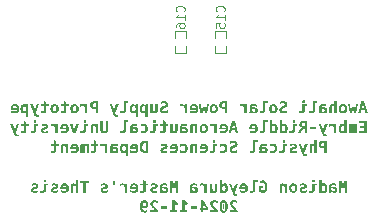
<source format=gbr>
%TF.GenerationSoftware,KiCad,Pcbnew,8.0.6-8.0.6-0~ubuntu24.04.1*%
%TF.CreationDate,2024-12-03T16:30:12-05:00*%
%TF.ProjectId,powerSupplyBoard,706f7765-7253-4757-9070-6c79426f6172,01*%
%TF.SameCoordinates,Original*%
%TF.FileFunction,Legend,Bot*%
%TF.FilePolarity,Positive*%
%FSLAX46Y46*%
G04 Gerber Fmt 4.6, Leading zero omitted, Abs format (unit mm)*
G04 Created by KiCad (PCBNEW 8.0.6-8.0.6-0~ubuntu24.04.1) date 2024-12-03 16:30:12*
%MOMM*%
%LPD*%
G01*
G04 APERTURE LIST*
%ADD10C,0.200000*%
%ADD11C,0.120000*%
G04 APERTURE END LIST*
D10*
G36*
X159136217Y-122930000D02*
G01*
X158934473Y-122930000D01*
X158872923Y-122679895D01*
X158603035Y-122679895D01*
X158540020Y-122930000D01*
X158338276Y-122930000D01*
X158450068Y-122517718D01*
X158641870Y-122517718D01*
X158832623Y-122517718D01*
X158737613Y-122101284D01*
X158641870Y-122517718D01*
X158450068Y-122517718D01*
X158613782Y-121913949D01*
X158860711Y-121913949D01*
X159136217Y-122930000D01*
G37*
G36*
X158316538Y-122164054D02*
G01*
X158149720Y-122164054D01*
X158058862Y-122751458D01*
X157976064Y-122364577D01*
X157814131Y-122364577D01*
X157732798Y-122751458D01*
X157640474Y-122164054D01*
X157473656Y-122164054D01*
X157612386Y-122930000D01*
X157802407Y-122930000D01*
X157895463Y-122533349D01*
X157987787Y-122930000D01*
X158177808Y-122930000D01*
X158316538Y-122164054D01*
G37*
G36*
X157090155Y-122150140D02*
G01*
X157140576Y-122157772D01*
X157192847Y-122173658D01*
X157240404Y-122197271D01*
X157264545Y-122213526D01*
X157303489Y-122247774D01*
X157336638Y-122288436D01*
X157363991Y-122335512D01*
X157369256Y-122346817D01*
X157386917Y-122394651D01*
X157399145Y-122446667D01*
X157405386Y-122495612D01*
X157407466Y-122547759D01*
X157407424Y-122555345D01*
X157404780Y-122606653D01*
X157396720Y-122661454D01*
X157383286Y-122712165D01*
X157364480Y-122758785D01*
X157350081Y-122785660D01*
X157319687Y-122829077D01*
X157283535Y-122866117D01*
X157241625Y-122896782D01*
X157205399Y-122915816D01*
X157154736Y-122933419D01*
X157105842Y-122942578D01*
X157053314Y-122945631D01*
X157013346Y-122943914D01*
X156963368Y-122936281D01*
X156911668Y-122920396D01*
X156864759Y-122896782D01*
X156840829Y-122880510D01*
X156802174Y-122846139D01*
X156769199Y-122805239D01*
X156741905Y-122757808D01*
X156736640Y-122746410D01*
X156718978Y-122698164D01*
X156706751Y-122645675D01*
X156700510Y-122596266D01*
X156698564Y-122547027D01*
X156898708Y-122547027D01*
X156899357Y-122573500D01*
X156905561Y-122627959D01*
X156918334Y-122675347D01*
X156940230Y-122719706D01*
X156959714Y-122744545D01*
X157003466Y-122774489D01*
X157052581Y-122783454D01*
X157082274Y-122780392D01*
X157129976Y-122758457D01*
X157165422Y-122719462D01*
X157177454Y-122698315D01*
X157195400Y-122649581D01*
X157204577Y-122598379D01*
X157207187Y-122547027D01*
X157206535Y-122520557D01*
X157200294Y-122466135D01*
X157187446Y-122418822D01*
X157165422Y-122374591D01*
X157142707Y-122346595D01*
X157101766Y-122319598D01*
X157052581Y-122310600D01*
X157022912Y-122313638D01*
X156975378Y-122335406D01*
X156940230Y-122374103D01*
X156928268Y-122395069D01*
X156910427Y-122443726D01*
X156901304Y-122495186D01*
X156898708Y-122547027D01*
X156698564Y-122547027D01*
X156698429Y-122543607D01*
X156698471Y-122535978D01*
X156701085Y-122484439D01*
X156709054Y-122429546D01*
X156722335Y-122378927D01*
X156740928Y-122332581D01*
X156755032Y-122305877D01*
X156784959Y-122262858D01*
X156820720Y-122226330D01*
X156862316Y-122196294D01*
X156898257Y-122177641D01*
X156948656Y-122160390D01*
X156997413Y-122151414D01*
X157049895Y-122148422D01*
X157090155Y-122150140D01*
G37*
G36*
X156514759Y-121867055D02*
G01*
X156315701Y-121867055D01*
X156315701Y-122280802D01*
X156293161Y-122233885D01*
X156260867Y-122196722D01*
X156242672Y-122182861D01*
X156197249Y-122160563D01*
X156148666Y-122150070D01*
X156117376Y-122148422D01*
X156067321Y-122152987D01*
X156018637Y-122169033D01*
X155978028Y-122196633D01*
X155955443Y-122221451D01*
X155928641Y-122267744D01*
X155912182Y-122317879D01*
X155903465Y-122368684D01*
X155900054Y-122425964D01*
X155899999Y-122434675D01*
X155899999Y-122930000D01*
X156099057Y-122930000D01*
X156099057Y-122464228D01*
X156101799Y-122414399D01*
X156113219Y-122365673D01*
X156122260Y-122347480D01*
X156160900Y-122315786D01*
X156193335Y-122310600D01*
X156242143Y-122321279D01*
X156279574Y-122353318D01*
X156283705Y-122359204D01*
X156304421Y-122404503D01*
X156314170Y-122456979D01*
X156315701Y-122492316D01*
X156315701Y-122930000D01*
X156514759Y-122930000D01*
X156514759Y-121867055D01*
G37*
G36*
X155411041Y-122149734D02*
G01*
X155459840Y-122154208D01*
X155508234Y-122161856D01*
X155552012Y-122171897D01*
X155600442Y-122186745D01*
X155649162Y-122205575D01*
X155649162Y-122377522D01*
X155611892Y-122359250D01*
X155566234Y-122340275D01*
X155516294Y-122323789D01*
X155478343Y-122314580D01*
X155426359Y-122306989D01*
X155377320Y-122304738D01*
X155357081Y-122305298D01*
X155307466Y-122311821D01*
X155295339Y-122314924D01*
X155252512Y-122338688D01*
X155243108Y-122349816D01*
X155231018Y-122398039D01*
X155231018Y-122429790D01*
X155369748Y-122429790D01*
X155404186Y-122430447D01*
X155454470Y-122433893D01*
X155503105Y-122440293D01*
X155522628Y-122443928D01*
X155570373Y-122457397D01*
X155616922Y-122478394D01*
X155626125Y-122483767D01*
X155666604Y-122516554D01*
X155696057Y-122556064D01*
X155710107Y-122586566D01*
X155721687Y-122634508D01*
X155725122Y-122685757D01*
X155725050Y-122693561D01*
X155720527Y-122744986D01*
X155706742Y-122796887D01*
X155683768Y-122841461D01*
X155651604Y-122878709D01*
X155646965Y-122882826D01*
X155606658Y-122911059D01*
X155560671Y-122930926D01*
X155509006Y-122942429D01*
X155459141Y-122945631D01*
X155424275Y-122944043D01*
X155374496Y-122935709D01*
X155327738Y-122920230D01*
X155302208Y-122907666D01*
X155259942Y-122877201D01*
X155226866Y-122840851D01*
X155217585Y-122887257D01*
X155198778Y-122930000D01*
X155000453Y-122930000D01*
X155006114Y-122921461D01*
X155023900Y-122875533D01*
X155026861Y-122861273D01*
X155033426Y-122811297D01*
X155033546Y-122809325D01*
X155035380Y-122759762D01*
X155035368Y-122753988D01*
X155034647Y-122704808D01*
X155034293Y-122686069D01*
X155033914Y-122635198D01*
X155033753Y-122601462D01*
X155033462Y-122583907D01*
X155231018Y-122583907D01*
X155231033Y-122587143D01*
X155235154Y-122638716D01*
X155245673Y-122686734D01*
X155263920Y-122730780D01*
X155295498Y-122771486D01*
X155300004Y-122775538D01*
X155343876Y-122798542D01*
X155393684Y-122804947D01*
X155437902Y-122799244D01*
X155480879Y-122775150D01*
X155504143Y-122738941D01*
X155511898Y-122690397D01*
X155507570Y-122651918D01*
X155481123Y-122608087D01*
X155453579Y-122590909D01*
X155404186Y-122576824D01*
X155360695Y-122572266D01*
X155310886Y-122570474D01*
X155231018Y-122570474D01*
X155231018Y-122583907D01*
X155033462Y-122583907D01*
X155032937Y-122552156D01*
X155032557Y-122534703D01*
X155031960Y-122484012D01*
X155032724Y-122448853D01*
X155037120Y-122396841D01*
X155046737Y-122344568D01*
X155063223Y-122294235D01*
X155089542Y-122247749D01*
X155125846Y-122210382D01*
X155167515Y-122184326D01*
X155207327Y-122168618D01*
X155259997Y-122156311D01*
X155313822Y-122150140D01*
X155366329Y-122148422D01*
X155411041Y-122149734D01*
G37*
G36*
X154409385Y-122930000D02*
G01*
X154459892Y-122927415D01*
X154511741Y-122917866D01*
X154561666Y-122898338D01*
X154601637Y-122869621D01*
X154614061Y-122856482D01*
X154641416Y-122813786D01*
X154658940Y-122766884D01*
X154670481Y-122711077D01*
X154675610Y-122656154D01*
X154676587Y-122615903D01*
X154676587Y-122029232D01*
X154879553Y-122029232D01*
X154879553Y-121867055D01*
X154476308Y-121867055D01*
X154476308Y-122604912D01*
X154473541Y-122654825D01*
X154461671Y-122705091D01*
X154447976Y-122730209D01*
X154407119Y-122759558D01*
X154357324Y-122767786D01*
X154353209Y-122767822D01*
X154193230Y-122767822D01*
X154193230Y-122930000D01*
X154409385Y-122930000D01*
G37*
G36*
X153797557Y-122070265D02*
G01*
X153818073Y-122049748D01*
X153818073Y-121856308D01*
X153797557Y-121835792D01*
X153638311Y-121835792D01*
X153617794Y-121856308D01*
X153617794Y-122049748D01*
X153638311Y-122070265D01*
X153797557Y-122070265D01*
G37*
G36*
X153550627Y-122930000D02*
G01*
X153601217Y-122927441D01*
X153653141Y-122917987D01*
X153703123Y-122898654D01*
X153743122Y-122870222D01*
X153755547Y-122857215D01*
X153782902Y-122814946D01*
X153800427Y-122768518D01*
X153811967Y-122713279D01*
X153817096Y-122658917D01*
X153818073Y-122619078D01*
X153818073Y-122326231D01*
X153980006Y-122326231D01*
X153980006Y-122164054D01*
X153617794Y-122164054D01*
X153617794Y-122606622D01*
X153615027Y-122655995D01*
X153603158Y-122705775D01*
X153589462Y-122730697D01*
X153548484Y-122759665D01*
X153498796Y-122767786D01*
X153494696Y-122767822D01*
X153334717Y-122767822D01*
X153334717Y-122930000D01*
X153550627Y-122930000D01*
G37*
G36*
X152023621Y-122945631D02*
G01*
X152074149Y-122944105D01*
X152103733Y-122941723D01*
X152152372Y-122934739D01*
X152181646Y-122928534D01*
X152230056Y-122915769D01*
X152276367Y-122899759D01*
X152324884Y-122878402D01*
X152329169Y-122876266D01*
X152329169Y-122670614D01*
X152283902Y-122700444D01*
X152239602Y-122725637D01*
X152191511Y-122748191D01*
X152172609Y-122755610D01*
X152125354Y-122770293D01*
X152074585Y-122780164D01*
X152025087Y-122783454D01*
X151973372Y-122778680D01*
X151924933Y-122761042D01*
X151908094Y-122749504D01*
X151877320Y-122709143D01*
X151867102Y-122659659D01*
X151867062Y-122655959D01*
X151875717Y-122607530D01*
X151894417Y-122575847D01*
X151929099Y-122545073D01*
X151973796Y-122522358D01*
X152072958Y-122484989D01*
X152119264Y-122466342D01*
X152163975Y-122445774D01*
X152202163Y-122425150D01*
X152244302Y-122396542D01*
X152279343Y-122363600D01*
X152307808Y-122320424D01*
X152324413Y-122273775D01*
X152332478Y-122219745D01*
X152333321Y-122193363D01*
X152330196Y-122143560D01*
X152318648Y-122090840D01*
X152298593Y-122043917D01*
X152270029Y-122002791D01*
X152244417Y-121976964D01*
X152202138Y-121946320D01*
X152153736Y-121923202D01*
X152099209Y-121907611D01*
X152047598Y-121900238D01*
X152001151Y-121898318D01*
X151950112Y-121900020D01*
X151901440Y-121905129D01*
X151859246Y-121912728D01*
X151808756Y-121926215D01*
X151760664Y-121943285D01*
X151720027Y-121960600D01*
X151720027Y-122153796D01*
X151761150Y-122126917D01*
X151810655Y-122100676D01*
X151860332Y-122080996D01*
X151910180Y-122067875D01*
X151960201Y-122061315D01*
X151985275Y-122060495D01*
X152035662Y-122064582D01*
X152084251Y-122081187D01*
X152096894Y-122089560D01*
X152128295Y-122130183D01*
X152135729Y-122172358D01*
X152123422Y-122221395D01*
X152107152Y-122242212D01*
X152066364Y-122270055D01*
X152020683Y-122290752D01*
X151988694Y-122303272D01*
X151901988Y-122335757D01*
X151850991Y-122357024D01*
X151806352Y-122380863D01*
X151763121Y-122411256D01*
X151724412Y-122449463D01*
X151720760Y-122453970D01*
X151692660Y-122498861D01*
X151673757Y-122550553D01*
X151664674Y-122602210D01*
X151662630Y-122644480D01*
X151665850Y-122698089D01*
X151675510Y-122746443D01*
X151694920Y-122796215D01*
X151723095Y-122838834D01*
X151754221Y-122869672D01*
X151798418Y-122899269D01*
X151850866Y-122921597D01*
X151902389Y-122934949D01*
X151959974Y-122942961D01*
X152012592Y-122945557D01*
X152023621Y-122945631D01*
G37*
G36*
X151195109Y-122150140D02*
G01*
X151245530Y-122157772D01*
X151297802Y-122173658D01*
X151345359Y-122197271D01*
X151369499Y-122213526D01*
X151408444Y-122247774D01*
X151441593Y-122288436D01*
X151468946Y-122335512D01*
X151474210Y-122346817D01*
X151491872Y-122394651D01*
X151504099Y-122446667D01*
X151510341Y-122495612D01*
X151512421Y-122547759D01*
X151512379Y-122555345D01*
X151509734Y-122606653D01*
X151501674Y-122661454D01*
X151488241Y-122712165D01*
X151469434Y-122758785D01*
X151455036Y-122785660D01*
X151424641Y-122829077D01*
X151388489Y-122866117D01*
X151346580Y-122896782D01*
X151310354Y-122915816D01*
X151259691Y-122933419D01*
X151210796Y-122942578D01*
X151158269Y-122945631D01*
X151118301Y-122943914D01*
X151068323Y-122936281D01*
X151016622Y-122920396D01*
X150969713Y-122896782D01*
X150945784Y-122880510D01*
X150907129Y-122846139D01*
X150874154Y-122805239D01*
X150846859Y-122757808D01*
X150841595Y-122746410D01*
X150823933Y-122698164D01*
X150811705Y-122645675D01*
X150805464Y-122596266D01*
X150803519Y-122547027D01*
X151003663Y-122547027D01*
X151004312Y-122573500D01*
X151010516Y-122627959D01*
X151023288Y-122675347D01*
X151045184Y-122719706D01*
X151064669Y-122744545D01*
X151108420Y-122774489D01*
X151157536Y-122783454D01*
X151187229Y-122780392D01*
X151234931Y-122758457D01*
X151270376Y-122719462D01*
X151282408Y-122698315D01*
X151300354Y-122649581D01*
X151309531Y-122598379D01*
X151312142Y-122547027D01*
X151311489Y-122520557D01*
X151305249Y-122466135D01*
X151292401Y-122418822D01*
X151270376Y-122374591D01*
X151247662Y-122346595D01*
X151206720Y-122319598D01*
X151157536Y-122310600D01*
X151127867Y-122313638D01*
X151080332Y-122335406D01*
X151045184Y-122374103D01*
X151033223Y-122395069D01*
X151015381Y-122443726D01*
X151006258Y-122495186D01*
X151003663Y-122547027D01*
X150803519Y-122547027D01*
X150803384Y-122543607D01*
X150803425Y-122535978D01*
X150806040Y-122484439D01*
X150814009Y-122429546D01*
X150827289Y-122378927D01*
X150845882Y-122332581D01*
X150859987Y-122305877D01*
X150889914Y-122262858D01*
X150925675Y-122226330D01*
X150967271Y-122196294D01*
X151003211Y-122177641D01*
X151053611Y-122160390D01*
X151102368Y-122151414D01*
X151154849Y-122148422D01*
X151195109Y-122150140D01*
G37*
G36*
X150198639Y-122930000D02*
G01*
X150249145Y-122927415D01*
X150300994Y-122917866D01*
X150350919Y-122898338D01*
X150390891Y-122869621D01*
X150403314Y-122856482D01*
X150430669Y-122813786D01*
X150448194Y-122766884D01*
X150459734Y-122711077D01*
X150464863Y-122656154D01*
X150465840Y-122615903D01*
X150465840Y-122029232D01*
X150668806Y-122029232D01*
X150668806Y-121867055D01*
X150265561Y-121867055D01*
X150265561Y-122604912D01*
X150262794Y-122654825D01*
X150250925Y-122705091D01*
X150237229Y-122730209D01*
X150196373Y-122759558D01*
X150146578Y-122767786D01*
X150142463Y-122767822D01*
X149982484Y-122767822D01*
X149982484Y-122930000D01*
X150198639Y-122930000D01*
G37*
G36*
X149515996Y-122149734D02*
G01*
X149564794Y-122154208D01*
X149613189Y-122161856D01*
X149656966Y-122171897D01*
X149705397Y-122186745D01*
X149754117Y-122205575D01*
X149754117Y-122377522D01*
X149716846Y-122359250D01*
X149671189Y-122340275D01*
X149621249Y-122323789D01*
X149583298Y-122314580D01*
X149531314Y-122306989D01*
X149482274Y-122304738D01*
X149462036Y-122305298D01*
X149412421Y-122311821D01*
X149400294Y-122314924D01*
X149357466Y-122338688D01*
X149348063Y-122349816D01*
X149335973Y-122398039D01*
X149335973Y-122429790D01*
X149474703Y-122429790D01*
X149509141Y-122430447D01*
X149559425Y-122433893D01*
X149608059Y-122440293D01*
X149627582Y-122443928D01*
X149675327Y-122457397D01*
X149721877Y-122478394D01*
X149731080Y-122483767D01*
X149771559Y-122516554D01*
X149801011Y-122556064D01*
X149815061Y-122586566D01*
X149826642Y-122634508D01*
X149830076Y-122685757D01*
X149830004Y-122693561D01*
X149825481Y-122744986D01*
X149811697Y-122796887D01*
X149788723Y-122841461D01*
X149756559Y-122878709D01*
X149751920Y-122882826D01*
X149711612Y-122911059D01*
X149665626Y-122930926D01*
X149613961Y-122942429D01*
X149564096Y-122945631D01*
X149529230Y-122944043D01*
X149479450Y-122935709D01*
X149432693Y-122920230D01*
X149407163Y-122907666D01*
X149364897Y-122877201D01*
X149331821Y-122840851D01*
X149322540Y-122887257D01*
X149303733Y-122930000D01*
X149105408Y-122930000D01*
X149111069Y-122921461D01*
X149128855Y-122875533D01*
X149131815Y-122861273D01*
X149138380Y-122811297D01*
X149138501Y-122809325D01*
X149140334Y-122759762D01*
X149140323Y-122753988D01*
X149139602Y-122704808D01*
X149139247Y-122686069D01*
X149138869Y-122635198D01*
X149138708Y-122601462D01*
X149138417Y-122583907D01*
X149335973Y-122583907D01*
X149335987Y-122587143D01*
X149340109Y-122638716D01*
X149350627Y-122686734D01*
X149368874Y-122730780D01*
X149400453Y-122771486D01*
X149404958Y-122775538D01*
X149448830Y-122798542D01*
X149498639Y-122804947D01*
X149542857Y-122799244D01*
X149585833Y-122775150D01*
X149609097Y-122738941D01*
X149616852Y-122690397D01*
X149612525Y-122651918D01*
X149586078Y-122608087D01*
X149558534Y-122590909D01*
X149509141Y-122576824D01*
X149465650Y-122572266D01*
X149415840Y-122570474D01*
X149335973Y-122570474D01*
X149335973Y-122583907D01*
X149138417Y-122583907D01*
X149137892Y-122552156D01*
X149137511Y-122534703D01*
X149136915Y-122484012D01*
X149137678Y-122448853D01*
X149142075Y-122396841D01*
X149151692Y-122344568D01*
X149168178Y-122294235D01*
X149194496Y-122247749D01*
X149230801Y-122210382D01*
X149272470Y-122184326D01*
X149312281Y-122168618D01*
X149364952Y-122156311D01*
X149418777Y-122150140D01*
X149471283Y-122148422D01*
X149515996Y-122149734D01*
G37*
G36*
X148888032Y-122164054D02*
G01*
X148707780Y-122164054D01*
X148687752Y-122279581D01*
X148661409Y-122236934D01*
X148626341Y-122202049D01*
X148598115Y-122183105D01*
X148549767Y-122161970D01*
X148500318Y-122151166D01*
X148456210Y-122148422D01*
X148404762Y-122151952D01*
X148355746Y-122162543D01*
X148309164Y-122180193D01*
X148300139Y-122184570D01*
X148300139Y-122377278D01*
X148340735Y-122345046D01*
X148387783Y-122323362D01*
X148441284Y-122312228D01*
X148473796Y-122310600D01*
X148524920Y-122314511D01*
X148573718Y-122327850D01*
X148614724Y-122350655D01*
X148649437Y-122385494D01*
X148672609Y-122430294D01*
X148681646Y-122465694D01*
X148686043Y-122508681D01*
X148687671Y-122557631D01*
X148687752Y-122574382D01*
X148687752Y-122930000D01*
X148888032Y-122930000D01*
X148888032Y-122164054D01*
G37*
G36*
X147255024Y-122930000D02*
G01*
X147053524Y-122930000D01*
X147053524Y-122545073D01*
X146978297Y-122545073D01*
X146939847Y-122544420D01*
X146880325Y-122540432D01*
X146826503Y-122532819D01*
X146769442Y-122518897D01*
X146720590Y-122499754D01*
X146673970Y-122470823D01*
X146668305Y-122466077D01*
X146633685Y-122427806D01*
X146607878Y-122380699D01*
X146592771Y-122333289D01*
X146584139Y-122279388D01*
X146581891Y-122229511D01*
X146791695Y-122229511D01*
X146792661Y-122254768D01*
X146802862Y-122305360D01*
X146831263Y-122348702D01*
X146869422Y-122369538D01*
X146919306Y-122380191D01*
X146970725Y-122382896D01*
X147053524Y-122382896D01*
X147053524Y-122076127D01*
X146970725Y-122076127D01*
X146929908Y-122077774D01*
X146877431Y-122087023D01*
X146831263Y-122110565D01*
X146813952Y-122130822D01*
X146796371Y-122177218D01*
X146791695Y-122229511D01*
X146581891Y-122229511D01*
X146581980Y-122219131D01*
X146585128Y-122169977D01*
X146594839Y-122117037D01*
X146611025Y-122070692D01*
X146638091Y-122024958D01*
X146673970Y-121988199D01*
X146713246Y-121962966D01*
X146760730Y-121942953D01*
X146816423Y-121928161D01*
X146869104Y-121919823D01*
X146927487Y-121915109D01*
X146978297Y-121913949D01*
X147255024Y-121913949D01*
X147255024Y-122930000D01*
G37*
G36*
X146142213Y-122150140D02*
G01*
X146192634Y-122157772D01*
X146244906Y-122173658D01*
X146292463Y-122197271D01*
X146316603Y-122213526D01*
X146355548Y-122247774D01*
X146388697Y-122288436D01*
X146416050Y-122335512D01*
X146421314Y-122346817D01*
X146438976Y-122394651D01*
X146451203Y-122446667D01*
X146457445Y-122495612D01*
X146459525Y-122547759D01*
X146459483Y-122555345D01*
X146456838Y-122606653D01*
X146448778Y-122661454D01*
X146435345Y-122712165D01*
X146416538Y-122758785D01*
X146402140Y-122785660D01*
X146371745Y-122829077D01*
X146335593Y-122866117D01*
X146293684Y-122896782D01*
X146257458Y-122915816D01*
X146206795Y-122933419D01*
X146157900Y-122942578D01*
X146105373Y-122945631D01*
X146065405Y-122943914D01*
X146015427Y-122936281D01*
X145963726Y-122920396D01*
X145916817Y-122896782D01*
X145892888Y-122880510D01*
X145854233Y-122846139D01*
X145821258Y-122805239D01*
X145793963Y-122757808D01*
X145788699Y-122746410D01*
X145771037Y-122698164D01*
X145758809Y-122645675D01*
X145752568Y-122596266D01*
X145750623Y-122547027D01*
X145950767Y-122547027D01*
X145951416Y-122573500D01*
X145957620Y-122627959D01*
X145970392Y-122675347D01*
X145992288Y-122719706D01*
X146011773Y-122744545D01*
X146055524Y-122774489D01*
X146104640Y-122783454D01*
X146134333Y-122780392D01*
X146182034Y-122758457D01*
X146217480Y-122719462D01*
X146229512Y-122698315D01*
X146247458Y-122649581D01*
X146256635Y-122598379D01*
X146259246Y-122547027D01*
X146258593Y-122520557D01*
X146252353Y-122466135D01*
X146239505Y-122418822D01*
X146217480Y-122374591D01*
X146194766Y-122346595D01*
X146153824Y-122319598D01*
X146104640Y-122310600D01*
X146074971Y-122313638D01*
X146027436Y-122335406D01*
X145992288Y-122374103D01*
X145980327Y-122395069D01*
X145962485Y-122443726D01*
X145953362Y-122495186D01*
X145950767Y-122547027D01*
X145750623Y-122547027D01*
X145750488Y-122543607D01*
X145750529Y-122535978D01*
X145753144Y-122484439D01*
X145761112Y-122429546D01*
X145774393Y-122378927D01*
X145792986Y-122332581D01*
X145807091Y-122305877D01*
X145837018Y-122262858D01*
X145872779Y-122226330D01*
X145914375Y-122196294D01*
X145950315Y-122177641D01*
X146000715Y-122160390D01*
X146049472Y-122151414D01*
X146101953Y-122148422D01*
X146142213Y-122150140D01*
G37*
G36*
X145684298Y-122164054D02*
G01*
X145517480Y-122164054D01*
X145426622Y-122751458D01*
X145343824Y-122364577D01*
X145181891Y-122364577D01*
X145100558Y-122751458D01*
X145008234Y-122164054D01*
X144841416Y-122164054D01*
X144980146Y-122930000D01*
X145170167Y-122930000D01*
X145263223Y-122533349D01*
X145355547Y-122930000D01*
X145545568Y-122930000D01*
X145684298Y-122164054D01*
G37*
G36*
X144421152Y-122148619D02*
G01*
X144473522Y-122152402D01*
X144521824Y-122161001D01*
X144572047Y-122176724D01*
X144616957Y-122198736D01*
X144647087Y-122218938D01*
X144686777Y-122254586D01*
X144719859Y-122296647D01*
X144743719Y-122339420D01*
X144748836Y-122350838D01*
X144766001Y-122398931D01*
X144777885Y-122450901D01*
X144783951Y-122499556D01*
X144785973Y-122551179D01*
X144784366Y-122597699D01*
X144777839Y-122651879D01*
X144766291Y-122701646D01*
X144745806Y-122755541D01*
X144718092Y-122803083D01*
X144683147Y-122844270D01*
X144648700Y-122873471D01*
X144601256Y-122901979D01*
X144547148Y-122923359D01*
X144496969Y-122935733D01*
X144442162Y-122943156D01*
X144382728Y-122945631D01*
X144364319Y-122945404D01*
X144309470Y-122941998D01*
X144255188Y-122934505D01*
X144201473Y-122922924D01*
X144148324Y-122907256D01*
X144095743Y-122887501D01*
X144095743Y-122707250D01*
X144113227Y-122716478D01*
X144165566Y-122740589D01*
X144217732Y-122759342D01*
X144269727Y-122772738D01*
X144321551Y-122780775D01*
X144373203Y-122783454D01*
X144410566Y-122781994D01*
X144464671Y-122773073D01*
X144516123Y-122751664D01*
X144552874Y-122718577D01*
X144574924Y-122673812D01*
X144582274Y-122617369D01*
X144063503Y-122617369D01*
X144063503Y-122535547D01*
X144063544Y-122528355D01*
X144066128Y-122479570D01*
X144068911Y-122461053D01*
X144265247Y-122461053D01*
X144580320Y-122461053D01*
X144577125Y-122439272D01*
X144561061Y-122390230D01*
X144531228Y-122349678D01*
X144514441Y-122336398D01*
X144466522Y-122316095D01*
X144415701Y-122310600D01*
X144398092Y-122311195D01*
X144348139Y-122321353D01*
X144304326Y-122348702D01*
X144291045Y-122364261D01*
X144270743Y-122410449D01*
X144265247Y-122461053D01*
X144068911Y-122461053D01*
X144074005Y-122427165D01*
X144087133Y-122378331D01*
X144105512Y-122333070D01*
X144119487Y-122306828D01*
X144148909Y-122264281D01*
X144183818Y-122227762D01*
X144224214Y-122197271D01*
X144253878Y-122180670D01*
X144302110Y-122162209D01*
X144354823Y-122151475D01*
X144405443Y-122148422D01*
X144421152Y-122148619D01*
G37*
G36*
X143835136Y-122164054D02*
G01*
X143654884Y-122164054D01*
X143634856Y-122279581D01*
X143608512Y-122236934D01*
X143573445Y-122202049D01*
X143545219Y-122183105D01*
X143496871Y-122161970D01*
X143447422Y-122151166D01*
X143403314Y-122148422D01*
X143351866Y-122151952D01*
X143302850Y-122162543D01*
X143256268Y-122180193D01*
X143247243Y-122184570D01*
X143247243Y-122377278D01*
X143287839Y-122345046D01*
X143334887Y-122323362D01*
X143388388Y-122312228D01*
X143420900Y-122310600D01*
X143472024Y-122314511D01*
X143520822Y-122327850D01*
X143561828Y-122350655D01*
X143596541Y-122385494D01*
X143619713Y-122430294D01*
X143628750Y-122465694D01*
X143633147Y-122508681D01*
X143634775Y-122557631D01*
X143634856Y-122574382D01*
X143634856Y-122930000D01*
X143835136Y-122930000D01*
X143835136Y-122164054D01*
G37*
G36*
X141917829Y-122945631D02*
G01*
X141968357Y-122944105D01*
X141997941Y-122941723D01*
X142046579Y-122934739D01*
X142075854Y-122928534D01*
X142124264Y-122915769D01*
X142170575Y-122899759D01*
X142219092Y-122878402D01*
X142223377Y-122876266D01*
X142223377Y-122670614D01*
X142178110Y-122700444D01*
X142133809Y-122725637D01*
X142085719Y-122748191D01*
X142066817Y-122755610D01*
X142019562Y-122770293D01*
X141968793Y-122780164D01*
X141919295Y-122783454D01*
X141867580Y-122778680D01*
X141819141Y-122761042D01*
X141802302Y-122749504D01*
X141771528Y-122709143D01*
X141761310Y-122659659D01*
X141761269Y-122655959D01*
X141769925Y-122607530D01*
X141788625Y-122575847D01*
X141823307Y-122545073D01*
X141868004Y-122522358D01*
X141967166Y-122484989D01*
X142013472Y-122466342D01*
X142058183Y-122445774D01*
X142096371Y-122425150D01*
X142138510Y-122396542D01*
X142173551Y-122363600D01*
X142202016Y-122320424D01*
X142218621Y-122273775D01*
X142226686Y-122219745D01*
X142227529Y-122193363D01*
X142224404Y-122143560D01*
X142212856Y-122090840D01*
X142192801Y-122043917D01*
X142164237Y-122002791D01*
X142138625Y-121976964D01*
X142096346Y-121946320D01*
X142047944Y-121923202D01*
X141993417Y-121907611D01*
X141941806Y-121900238D01*
X141895359Y-121898318D01*
X141844320Y-121900020D01*
X141795648Y-121905129D01*
X141753454Y-121912728D01*
X141702964Y-121926215D01*
X141654872Y-121943285D01*
X141614235Y-121960600D01*
X141614235Y-122153796D01*
X141655358Y-122126917D01*
X141704863Y-122100676D01*
X141754540Y-122080996D01*
X141804388Y-122067875D01*
X141854409Y-122061315D01*
X141879483Y-122060495D01*
X141929870Y-122064582D01*
X141978459Y-122081187D01*
X141991102Y-122089560D01*
X142022503Y-122130183D01*
X142029937Y-122172358D01*
X142017630Y-122221395D01*
X142001360Y-122242212D01*
X141960572Y-122270055D01*
X141914891Y-122290752D01*
X141882902Y-122303272D01*
X141796196Y-122335757D01*
X141745199Y-122357024D01*
X141700560Y-122380863D01*
X141657329Y-122411256D01*
X141618620Y-122449463D01*
X141614968Y-122453970D01*
X141586868Y-122498861D01*
X141567965Y-122550553D01*
X141558882Y-122602210D01*
X141556838Y-122644480D01*
X141560058Y-122698089D01*
X141569718Y-122746443D01*
X141589128Y-122796215D01*
X141617303Y-122838834D01*
X141648429Y-122869672D01*
X141692626Y-122899269D01*
X141745074Y-122921597D01*
X141796597Y-122934949D01*
X141854182Y-122942961D01*
X141906800Y-122945557D01*
X141917829Y-122945631D01*
G37*
G36*
X141145533Y-122945631D02*
G01*
X141195634Y-122941067D01*
X141244479Y-122925020D01*
X141285364Y-122897421D01*
X141308199Y-122872602D01*
X141335236Y-122826151D01*
X141351841Y-122776070D01*
X141360635Y-122725461D01*
X141364076Y-122668519D01*
X141364131Y-122659867D01*
X141364131Y-122164054D01*
X141163851Y-122164054D01*
X141163851Y-122630069D01*
X141160537Y-122682196D01*
X141145806Y-122734922D01*
X141110820Y-122773867D01*
X141069574Y-122783454D01*
X141021399Y-122772989D01*
X140982435Y-122738757D01*
X140980425Y-122735826D01*
X140959709Y-122690683D01*
X140949960Y-122637921D01*
X140948429Y-122602226D01*
X140948429Y-122164054D01*
X140748150Y-122164054D01*
X140748150Y-122930000D01*
X140928646Y-122930000D01*
X140948429Y-122814961D01*
X140969349Y-122859368D01*
X141003111Y-122899565D01*
X141046947Y-122927256D01*
X141100858Y-122942441D01*
X141145533Y-122945631D01*
G37*
G36*
X140167514Y-122151642D02*
G01*
X140219937Y-122166970D01*
X140265020Y-122194919D01*
X140302764Y-122235491D01*
X140329274Y-122280314D01*
X140349057Y-122164054D01*
X140528820Y-122164054D01*
X140528820Y-123211367D01*
X140329274Y-123211367D01*
X140329274Y-122822288D01*
X140310681Y-122851197D01*
X140273294Y-122892512D01*
X140229737Y-122922022D01*
X140180009Y-122939729D01*
X140124110Y-122945631D01*
X140093030Y-122943986D01*
X140042754Y-122933192D01*
X139997714Y-122912323D01*
X139957910Y-122881380D01*
X139923342Y-122840362D01*
X139902233Y-122805398D01*
X139881625Y-122758183D01*
X139866169Y-122705232D01*
X139857225Y-122656724D01*
X139851858Y-122604233D01*
X139850069Y-122547759D01*
X139850192Y-122542875D01*
X140050348Y-122542875D01*
X140051279Y-122576200D01*
X140056637Y-122624957D01*
X140068357Y-122673094D01*
X140088450Y-122718241D01*
X140100889Y-122737028D01*
X140138923Y-122770972D01*
X140189078Y-122783454D01*
X140212008Y-122781187D01*
X140258630Y-122758266D01*
X140290928Y-122718974D01*
X140301975Y-122697710D01*
X140318451Y-122648957D01*
X140326877Y-122597982D01*
X140329274Y-122547027D01*
X140328935Y-122527298D01*
X140323847Y-122472620D01*
X140311034Y-122419798D01*
X140290683Y-122375324D01*
X140275285Y-122353328D01*
X140235558Y-122321282D01*
X140187124Y-122310600D01*
X140164181Y-122312789D01*
X140118126Y-122334929D01*
X140086985Y-122372882D01*
X140076430Y-122393389D01*
X140060688Y-122441131D01*
X140052638Y-122491767D01*
X140050348Y-122542875D01*
X139850192Y-122542875D01*
X139851214Y-122502254D01*
X139855865Y-122448936D01*
X139864094Y-122399577D01*
X139878691Y-122345572D01*
X139898441Y-122297269D01*
X139923342Y-122254668D01*
X139942477Y-122229767D01*
X139980187Y-122194179D01*
X140023274Y-122168758D01*
X140071736Y-122153506D01*
X140125575Y-122148422D01*
X140167514Y-122151642D01*
G37*
G36*
X139325365Y-122151642D02*
G01*
X139377788Y-122166970D01*
X139422871Y-122194919D01*
X139460614Y-122235491D01*
X139487124Y-122280314D01*
X139506908Y-122164054D01*
X139686671Y-122164054D01*
X139686671Y-123211367D01*
X139487124Y-123211367D01*
X139487124Y-122822288D01*
X139468531Y-122851197D01*
X139431145Y-122892512D01*
X139387588Y-122922022D01*
X139337860Y-122939729D01*
X139281960Y-122945631D01*
X139250880Y-122943986D01*
X139200605Y-122933192D01*
X139155565Y-122912323D01*
X139115761Y-122881380D01*
X139081193Y-122840362D01*
X139060084Y-122805398D01*
X139039476Y-122758183D01*
X139024020Y-122705232D01*
X139015075Y-122656724D01*
X139009709Y-122604233D01*
X139007920Y-122547759D01*
X139008043Y-122542875D01*
X139208199Y-122542875D01*
X139209129Y-122576200D01*
X139214487Y-122624957D01*
X139226208Y-122673094D01*
X139246301Y-122718241D01*
X139258740Y-122737028D01*
X139296773Y-122770972D01*
X139346929Y-122783454D01*
X139369858Y-122781187D01*
X139416481Y-122758266D01*
X139448778Y-122718974D01*
X139459825Y-122697710D01*
X139476302Y-122648957D01*
X139484728Y-122597982D01*
X139487124Y-122547027D01*
X139486785Y-122527298D01*
X139481698Y-122472620D01*
X139468884Y-122419798D01*
X139448534Y-122375324D01*
X139433135Y-122353328D01*
X139393409Y-122321282D01*
X139344975Y-122310600D01*
X139322031Y-122312789D01*
X139275976Y-122334929D01*
X139244835Y-122372882D01*
X139234281Y-122393389D01*
X139218539Y-122441131D01*
X139210489Y-122491767D01*
X139208199Y-122542875D01*
X139008043Y-122542875D01*
X139009065Y-122502254D01*
X139013716Y-122448936D01*
X139021945Y-122399577D01*
X139036542Y-122345572D01*
X139056291Y-122297269D01*
X139081193Y-122254668D01*
X139100328Y-122229767D01*
X139138038Y-122194179D01*
X139181124Y-122168758D01*
X139229587Y-122153506D01*
X139283426Y-122148422D01*
X139325365Y-122151642D01*
G37*
G36*
X138408548Y-122930000D02*
G01*
X138459055Y-122927415D01*
X138510903Y-122917866D01*
X138560828Y-122898338D01*
X138600800Y-122869621D01*
X138613223Y-122856482D01*
X138640579Y-122813786D01*
X138658103Y-122766884D01*
X138669644Y-122711077D01*
X138674773Y-122656154D01*
X138675750Y-122615903D01*
X138675750Y-122029232D01*
X138878715Y-122029232D01*
X138878715Y-121867055D01*
X138475470Y-121867055D01*
X138475470Y-122604912D01*
X138472704Y-122654825D01*
X138460834Y-122705091D01*
X138447138Y-122730209D01*
X138406282Y-122759558D01*
X138356487Y-122767786D01*
X138352372Y-122767822D01*
X138192393Y-122767822D01*
X138192393Y-122930000D01*
X138408548Y-122930000D01*
G37*
G36*
X138011409Y-123055052D02*
G01*
X137989427Y-123055052D01*
X137968911Y-123055052D01*
X137918885Y-123053893D01*
X137888311Y-123051388D01*
X137841759Y-123035721D01*
X137837997Y-123033070D01*
X137806795Y-122994762D01*
X137802826Y-122987152D01*
X137782541Y-122940955D01*
X137766678Y-122899225D01*
X138057815Y-122164054D01*
X137847278Y-122164054D01*
X137672156Y-122656448D01*
X137504849Y-122164054D01*
X137294312Y-122164054D01*
X137612072Y-123005959D01*
X137631800Y-123052335D01*
X137655082Y-123095718D01*
X137662386Y-123107564D01*
X137693541Y-123147449D01*
X137731137Y-123179177D01*
X137736636Y-123182791D01*
X137782642Y-123203302D01*
X137833813Y-123211116D01*
X137845812Y-123211367D01*
X138011409Y-123211367D01*
X138011409Y-123055052D01*
G37*
G36*
X136307082Y-122930000D02*
G01*
X136105582Y-122930000D01*
X136105582Y-122545073D01*
X136030355Y-122545073D01*
X135991906Y-122544420D01*
X135932383Y-122540432D01*
X135878562Y-122532819D01*
X135821501Y-122518897D01*
X135772648Y-122499754D01*
X135726029Y-122470823D01*
X135720364Y-122466077D01*
X135685744Y-122427806D01*
X135659936Y-122380699D01*
X135644830Y-122333289D01*
X135636197Y-122279388D01*
X135633949Y-122229511D01*
X135843754Y-122229511D01*
X135844720Y-122254768D01*
X135854921Y-122305360D01*
X135883321Y-122348702D01*
X135921480Y-122369538D01*
X135971365Y-122380191D01*
X136022784Y-122382896D01*
X136105582Y-122382896D01*
X136105582Y-122076127D01*
X136022784Y-122076127D01*
X135981966Y-122077774D01*
X135929490Y-122087023D01*
X135883321Y-122110565D01*
X135866010Y-122130822D01*
X135848429Y-122177218D01*
X135843754Y-122229511D01*
X135633949Y-122229511D01*
X135634039Y-122219131D01*
X135637186Y-122169977D01*
X135646898Y-122117037D01*
X135663084Y-122070692D01*
X135690150Y-122024958D01*
X135726029Y-121988199D01*
X135765304Y-121962966D01*
X135812788Y-121942953D01*
X135868481Y-121928161D01*
X135921163Y-121919823D01*
X135979545Y-121915109D01*
X136030355Y-121913949D01*
X136307082Y-121913949D01*
X136307082Y-122930000D01*
G37*
G36*
X135413642Y-122164054D02*
G01*
X135233391Y-122164054D01*
X135213363Y-122279581D01*
X135187019Y-122236934D01*
X135151951Y-122202049D01*
X135123726Y-122183105D01*
X135075377Y-122161970D01*
X135025928Y-122151166D01*
X134981821Y-122148422D01*
X134930372Y-122151952D01*
X134881357Y-122162543D01*
X134834774Y-122180193D01*
X134825750Y-122184570D01*
X134825750Y-122377278D01*
X134866345Y-122345046D01*
X134913394Y-122323362D01*
X134966895Y-122312228D01*
X134999406Y-122310600D01*
X135050530Y-122314511D01*
X135099329Y-122327850D01*
X135140334Y-122350655D01*
X135175047Y-122385494D01*
X135198220Y-122430294D01*
X135207257Y-122465694D01*
X135211653Y-122508681D01*
X135213281Y-122557631D01*
X135213363Y-122574382D01*
X135213363Y-122930000D01*
X135413642Y-122930000D01*
X135413642Y-122164054D01*
G37*
G36*
X134352123Y-122150140D02*
G01*
X134402544Y-122157772D01*
X134454815Y-122173658D01*
X134502372Y-122197271D01*
X134526513Y-122213526D01*
X134565457Y-122247774D01*
X134598606Y-122288436D01*
X134625959Y-122335512D01*
X134631224Y-122346817D01*
X134648885Y-122394651D01*
X134661113Y-122446667D01*
X134667354Y-122495612D01*
X134669434Y-122547759D01*
X134669392Y-122555345D01*
X134666748Y-122606653D01*
X134658688Y-122661454D01*
X134645254Y-122712165D01*
X134626447Y-122758785D01*
X134612049Y-122785660D01*
X134581655Y-122829077D01*
X134545503Y-122866117D01*
X134503593Y-122896782D01*
X134467367Y-122915816D01*
X134416704Y-122933419D01*
X134367810Y-122942578D01*
X134315282Y-122945631D01*
X134275314Y-122943914D01*
X134225336Y-122936281D01*
X134173636Y-122920396D01*
X134126727Y-122896782D01*
X134102797Y-122880510D01*
X134064142Y-122846139D01*
X134031167Y-122805239D01*
X134003872Y-122757808D01*
X133998608Y-122746410D01*
X133980946Y-122698164D01*
X133968719Y-122645675D01*
X133962478Y-122596266D01*
X133960532Y-122547027D01*
X134160676Y-122547027D01*
X134161325Y-122573500D01*
X134167529Y-122627959D01*
X134180302Y-122675347D01*
X134202198Y-122719706D01*
X134221682Y-122744545D01*
X134265434Y-122774489D01*
X134314549Y-122783454D01*
X134344242Y-122780392D01*
X134391944Y-122758457D01*
X134427390Y-122719462D01*
X134439422Y-122698315D01*
X134457368Y-122649581D01*
X134466545Y-122598379D01*
X134469155Y-122547027D01*
X134468502Y-122520557D01*
X134462262Y-122466135D01*
X134449414Y-122418822D01*
X134427390Y-122374591D01*
X134404675Y-122346595D01*
X134363734Y-122319598D01*
X134314549Y-122310600D01*
X134284880Y-122313638D01*
X134237346Y-122335406D01*
X134202198Y-122374103D01*
X134190236Y-122395069D01*
X134172395Y-122443726D01*
X134163271Y-122495186D01*
X134160676Y-122547027D01*
X133960532Y-122547027D01*
X133960397Y-122543607D01*
X133960439Y-122535978D01*
X133963053Y-122484439D01*
X133971022Y-122429546D01*
X133984302Y-122378927D01*
X134002895Y-122332581D01*
X134017000Y-122305877D01*
X134046927Y-122262858D01*
X134082688Y-122226330D01*
X134124284Y-122196294D01*
X134160225Y-122177641D01*
X134210624Y-122160390D01*
X134259381Y-122151414D01*
X134311863Y-122148422D01*
X134352123Y-122150140D01*
G37*
G36*
X133328785Y-122930000D02*
G01*
X133382152Y-122928580D01*
X133434892Y-122923589D01*
X133484427Y-122913829D01*
X133505617Y-122907285D01*
X133551443Y-122883229D01*
X133586999Y-122845242D01*
X133596231Y-122828639D01*
X133612454Y-122781000D01*
X133620254Y-122732328D01*
X133622828Y-122681548D01*
X133622854Y-122675498D01*
X133622854Y-122326231D01*
X133818248Y-122326231D01*
X133818248Y-122164054D01*
X133622854Y-122164054D01*
X133622854Y-121955715D01*
X133422574Y-121867055D01*
X133422574Y-122164054D01*
X133160746Y-122164054D01*
X133160746Y-122326231D01*
X133422574Y-122326231D01*
X133422574Y-122675987D01*
X133413533Y-122724233D01*
X133396929Y-122746329D01*
X133349911Y-122765283D01*
X133314619Y-122767822D01*
X133160746Y-122767822D01*
X133160746Y-122930000D01*
X133328785Y-122930000D01*
G37*
G36*
X132667824Y-122150140D02*
G01*
X132718245Y-122157772D01*
X132770516Y-122173658D01*
X132818073Y-122197271D01*
X132842214Y-122213526D01*
X132881159Y-122247774D01*
X132914307Y-122288436D01*
X132941660Y-122335512D01*
X132946925Y-122346817D01*
X132964587Y-122394651D01*
X132976814Y-122446667D01*
X132983055Y-122495612D01*
X132985136Y-122547759D01*
X132985094Y-122555345D01*
X132982449Y-122606653D01*
X132974389Y-122661454D01*
X132960955Y-122712165D01*
X132942149Y-122758785D01*
X132927751Y-122785660D01*
X132897356Y-122829077D01*
X132861204Y-122866117D01*
X132819295Y-122896782D01*
X132783069Y-122915816D01*
X132732405Y-122933419D01*
X132683511Y-122942578D01*
X132630983Y-122945631D01*
X132591015Y-122943914D01*
X132541037Y-122936281D01*
X132489337Y-122920396D01*
X132442428Y-122896782D01*
X132418499Y-122880510D01*
X132379844Y-122846139D01*
X132346869Y-122805239D01*
X132319574Y-122757808D01*
X132314309Y-122746410D01*
X132296647Y-122698164D01*
X132284420Y-122645675D01*
X132278179Y-122596266D01*
X132276234Y-122547027D01*
X132476378Y-122547027D01*
X132477026Y-122573500D01*
X132483230Y-122627959D01*
X132496003Y-122675347D01*
X132517899Y-122719706D01*
X132537384Y-122744545D01*
X132581135Y-122774489D01*
X132630251Y-122783454D01*
X132659943Y-122780392D01*
X132707645Y-122758457D01*
X132743091Y-122719462D01*
X132755123Y-122698315D01*
X132773069Y-122649581D01*
X132782246Y-122598379D01*
X132784856Y-122547027D01*
X132784204Y-122520557D01*
X132777963Y-122466135D01*
X132765116Y-122418822D01*
X132743091Y-122374591D01*
X132720376Y-122346595D01*
X132679435Y-122319598D01*
X132630251Y-122310600D01*
X132600581Y-122313638D01*
X132553047Y-122335406D01*
X132517899Y-122374103D01*
X132505937Y-122395069D01*
X132488096Y-122443726D01*
X132478973Y-122495186D01*
X132476378Y-122547027D01*
X132276234Y-122547027D01*
X132276099Y-122543607D01*
X132276140Y-122535978D01*
X132278755Y-122484439D01*
X132286723Y-122429546D01*
X132300004Y-122378927D01*
X132318597Y-122332581D01*
X132332702Y-122305877D01*
X132362628Y-122262858D01*
X132398390Y-122226330D01*
X132439985Y-122196294D01*
X132475926Y-122177641D01*
X132526325Y-122160390D01*
X132575082Y-122151414D01*
X132627564Y-122148422D01*
X132667824Y-122150140D01*
G37*
G36*
X131644487Y-122930000D02*
G01*
X131697854Y-122928580D01*
X131750593Y-122923589D01*
X131800128Y-122913829D01*
X131821318Y-122907285D01*
X131867144Y-122883229D01*
X131902701Y-122845242D01*
X131911932Y-122828639D01*
X131928156Y-122781000D01*
X131935955Y-122732328D01*
X131938529Y-122681548D01*
X131938555Y-122675498D01*
X131938555Y-122326231D01*
X132133949Y-122326231D01*
X132133949Y-122164054D01*
X131938555Y-122164054D01*
X131938555Y-121955715D01*
X131738276Y-121867055D01*
X131738276Y-122164054D01*
X131476447Y-122164054D01*
X131476447Y-122326231D01*
X131738276Y-122326231D01*
X131738276Y-122675987D01*
X131729235Y-122724233D01*
X131712630Y-122746329D01*
X131665612Y-122765283D01*
X131630320Y-122767822D01*
X131476447Y-122767822D01*
X131476447Y-122930000D01*
X131644487Y-122930000D01*
G37*
G36*
X131274214Y-123055052D02*
G01*
X131252233Y-123055052D01*
X131231716Y-123055052D01*
X131181690Y-123053893D01*
X131151116Y-123051388D01*
X131104564Y-123035721D01*
X131100802Y-123033070D01*
X131069600Y-122994762D01*
X131065631Y-122987152D01*
X131045346Y-122940955D01*
X131029483Y-122899225D01*
X131320621Y-122164054D01*
X131110083Y-122164054D01*
X130934961Y-122656448D01*
X130767655Y-122164054D01*
X130557117Y-122164054D01*
X130874877Y-123005959D01*
X130894606Y-123052335D01*
X130917887Y-123095718D01*
X130925191Y-123107564D01*
X130956347Y-123147449D01*
X130993942Y-123179177D01*
X130999441Y-123182791D01*
X131045448Y-123203302D01*
X131096619Y-123211116D01*
X131108618Y-123211367D01*
X131274214Y-123211367D01*
X131274214Y-123055052D01*
G37*
G36*
X130061722Y-122151642D02*
G01*
X130114145Y-122166970D01*
X130159228Y-122194919D01*
X130196972Y-122235491D01*
X130223482Y-122280314D01*
X130243265Y-122164054D01*
X130423028Y-122164054D01*
X130423028Y-123211367D01*
X130223482Y-123211367D01*
X130223482Y-122822288D01*
X130204889Y-122851197D01*
X130167502Y-122892512D01*
X130123945Y-122922022D01*
X130074217Y-122939729D01*
X130018318Y-122945631D01*
X129987238Y-122943986D01*
X129936962Y-122933192D01*
X129891922Y-122912323D01*
X129852118Y-122881380D01*
X129817550Y-122840362D01*
X129796441Y-122805398D01*
X129775833Y-122758183D01*
X129760377Y-122705232D01*
X129751433Y-122656724D01*
X129746066Y-122604233D01*
X129744277Y-122547759D01*
X129744400Y-122542875D01*
X129944556Y-122542875D01*
X129945487Y-122576200D01*
X129950845Y-122624957D01*
X129962565Y-122673094D01*
X129982658Y-122718241D01*
X129995097Y-122737028D01*
X130033131Y-122770972D01*
X130083286Y-122783454D01*
X130106215Y-122781187D01*
X130152838Y-122758266D01*
X130185136Y-122718974D01*
X130196182Y-122697710D01*
X130212659Y-122648957D01*
X130221085Y-122597982D01*
X130223482Y-122547027D01*
X130223142Y-122527298D01*
X130218055Y-122472620D01*
X130205242Y-122419798D01*
X130184891Y-122375324D01*
X130169493Y-122353328D01*
X130129766Y-122321282D01*
X130081332Y-122310600D01*
X130058389Y-122312789D01*
X130012334Y-122334929D01*
X129981193Y-122372882D01*
X129970638Y-122393389D01*
X129954896Y-122441131D01*
X129946846Y-122491767D01*
X129944556Y-122542875D01*
X129744400Y-122542875D01*
X129745422Y-122502254D01*
X129750073Y-122448936D01*
X129758302Y-122399577D01*
X129772899Y-122345572D01*
X129792649Y-122297269D01*
X129817550Y-122254668D01*
X129836685Y-122229767D01*
X129874395Y-122194179D01*
X129917482Y-122168758D01*
X129965944Y-122153506D01*
X130019783Y-122148422D01*
X130061722Y-122151642D01*
G37*
G36*
X129262464Y-122148619D02*
G01*
X129314834Y-122152402D01*
X129363136Y-122161001D01*
X129413359Y-122176724D01*
X129458269Y-122198736D01*
X129488399Y-122218938D01*
X129528089Y-122254586D01*
X129561171Y-122296647D01*
X129585031Y-122339420D01*
X129590148Y-122350838D01*
X129607313Y-122398931D01*
X129619197Y-122450901D01*
X129625263Y-122499556D01*
X129627285Y-122551179D01*
X129625678Y-122597699D01*
X129619151Y-122651879D01*
X129607603Y-122701646D01*
X129587118Y-122755541D01*
X129559403Y-122803083D01*
X129524459Y-122844270D01*
X129490012Y-122873471D01*
X129442568Y-122901979D01*
X129388460Y-122923359D01*
X129338281Y-122935733D01*
X129283474Y-122943156D01*
X129224040Y-122945631D01*
X129205631Y-122945404D01*
X129150782Y-122941998D01*
X129096500Y-122934505D01*
X129042785Y-122922924D01*
X128989636Y-122907256D01*
X128937055Y-122887501D01*
X128937055Y-122707250D01*
X128954539Y-122716478D01*
X129006877Y-122740589D01*
X129059044Y-122759342D01*
X129111039Y-122772738D01*
X129162863Y-122780775D01*
X129214514Y-122783454D01*
X129251878Y-122781994D01*
X129305983Y-122773073D01*
X129357435Y-122751664D01*
X129394186Y-122718577D01*
X129416236Y-122673812D01*
X129423586Y-122617369D01*
X128904815Y-122617369D01*
X128904815Y-122535547D01*
X128904856Y-122528355D01*
X128907440Y-122479570D01*
X128910223Y-122461053D01*
X129106559Y-122461053D01*
X129421632Y-122461053D01*
X129418437Y-122439272D01*
X129402372Y-122390230D01*
X129372540Y-122349678D01*
X129355753Y-122336398D01*
X129307834Y-122316095D01*
X129257013Y-122310600D01*
X129239404Y-122311195D01*
X129189451Y-122321353D01*
X129145638Y-122348702D01*
X129132357Y-122364261D01*
X129112055Y-122410449D01*
X129106559Y-122461053D01*
X128910223Y-122461053D01*
X128915317Y-122427165D01*
X128928445Y-122378331D01*
X128946824Y-122333070D01*
X128960799Y-122306828D01*
X128990221Y-122264281D01*
X129025130Y-122227762D01*
X129065526Y-122197271D01*
X129095190Y-122180670D01*
X129143422Y-122162209D01*
X129196135Y-122151475D01*
X129246754Y-122148422D01*
X129262464Y-122148619D01*
G37*
G36*
X159043893Y-123593949D02*
G01*
X158408129Y-123593949D01*
X158408129Y-123765896D01*
X158842149Y-123765896D01*
X158842149Y-123984738D01*
X158449162Y-123984738D01*
X158449162Y-124156685D01*
X158842149Y-124156685D01*
X158842149Y-124438053D01*
X158408129Y-124438053D01*
X158408129Y-124610000D01*
X159043893Y-124610000D01*
X159043893Y-123593949D01*
G37*
G36*
X158260362Y-123844054D02*
G01*
X158134821Y-123844054D01*
X158114794Y-123929539D01*
X158090732Y-123884985D01*
X158060572Y-123855289D01*
X158016496Y-123833565D01*
X157978262Y-123828422D01*
X157929515Y-123836418D01*
X157891311Y-123856755D01*
X157857755Y-123892681D01*
X157844905Y-123926608D01*
X157819092Y-123883652D01*
X157781476Y-123849996D01*
X157734779Y-123831874D01*
X157698604Y-123828422D01*
X157648992Y-123833755D01*
X157601002Y-123854755D01*
X157566923Y-123891686D01*
X157564514Y-123895833D01*
X157546332Y-123945872D01*
X157536304Y-124000980D01*
X157530574Y-124059489D01*
X157527819Y-124116197D01*
X157526938Y-124166767D01*
X157526901Y-124180132D01*
X157526901Y-124610000D01*
X157691032Y-124610000D01*
X157691032Y-124125666D01*
X157692562Y-124075312D01*
X157699578Y-124026740D01*
X157703977Y-124013803D01*
X157745493Y-123984993D01*
X157751849Y-123984738D01*
X157795647Y-124008007D01*
X157798255Y-124013070D01*
X157809907Y-124063963D01*
X157812609Y-124115666D01*
X157812665Y-124125666D01*
X157812665Y-124610000D01*
X157974842Y-124610000D01*
X157974842Y-124125666D01*
X157976459Y-124076524D01*
X157983872Y-124027559D01*
X157988520Y-124013803D01*
X158029434Y-123984993D01*
X158035659Y-123984738D01*
X158080267Y-124006803D01*
X158082798Y-124011605D01*
X158093857Y-124061038D01*
X158096355Y-124109889D01*
X158096475Y-124125666D01*
X158096475Y-124610000D01*
X158260362Y-124610000D01*
X158260362Y-123844054D01*
G37*
G36*
X157371807Y-124610000D02*
G01*
X157192044Y-124610000D01*
X157172260Y-124494961D01*
X157150543Y-124532605D01*
X157113848Y-124574588D01*
X157069813Y-124604065D01*
X157018439Y-124621037D01*
X156968562Y-124625631D01*
X156937139Y-124623975D01*
X156886372Y-124613105D01*
X156840981Y-124592092D01*
X156800967Y-124560933D01*
X156766329Y-124519630D01*
X156745220Y-124484454D01*
X156724612Y-124437033D01*
X156709156Y-124383927D01*
X156700212Y-124335330D01*
X156694845Y-124282786D01*
X156693056Y-124226294D01*
X156693142Y-124222875D01*
X156893335Y-124222875D01*
X156894265Y-124256200D01*
X156899623Y-124304957D01*
X156911344Y-124353094D01*
X156931437Y-124398241D01*
X156943876Y-124417028D01*
X156981909Y-124450972D01*
X157032065Y-124463454D01*
X157054994Y-124461187D01*
X157101617Y-124438266D01*
X157133914Y-124398974D01*
X157144961Y-124377710D01*
X157161438Y-124328957D01*
X157169864Y-124277982D01*
X157172260Y-124227027D01*
X157171921Y-124207298D01*
X157166834Y-124152620D01*
X157154020Y-124099798D01*
X157133670Y-124055324D01*
X157118271Y-124033328D01*
X157078545Y-124001282D01*
X157030111Y-123990600D01*
X157007168Y-123992789D01*
X156961112Y-124014929D01*
X156929972Y-124052882D01*
X156919417Y-124073389D01*
X156903675Y-124121131D01*
X156895625Y-124171767D01*
X156893335Y-124222875D01*
X156693142Y-124222875D01*
X156694205Y-124180800D01*
X156698871Y-124127528D01*
X156707128Y-124078251D01*
X156721774Y-124024393D01*
X156741589Y-123976288D01*
X156766573Y-123933935D01*
X156785811Y-123909206D01*
X156823610Y-123873863D01*
X156866668Y-123848618D01*
X156914985Y-123833471D01*
X156968562Y-123828422D01*
X157008118Y-123831446D01*
X157058688Y-123845836D01*
X157103647Y-123872078D01*
X157142997Y-123910170D01*
X157172260Y-123952254D01*
X157172260Y-123547055D01*
X157371807Y-123547055D01*
X157371807Y-124610000D01*
G37*
G36*
X156467376Y-123844054D02*
G01*
X156287124Y-123844054D01*
X156267096Y-123959581D01*
X156240753Y-123916934D01*
X156205685Y-123882049D01*
X156177459Y-123863105D01*
X156129111Y-123841970D01*
X156079662Y-123831166D01*
X156035554Y-123828422D01*
X155984106Y-123831952D01*
X155935090Y-123842543D01*
X155888508Y-123860193D01*
X155879483Y-123864570D01*
X155879483Y-124057278D01*
X155920079Y-124025046D01*
X155967127Y-124003362D01*
X156020628Y-123992228D01*
X156053140Y-123990600D01*
X156104264Y-123994511D01*
X156153062Y-124007850D01*
X156194068Y-124030655D01*
X156228781Y-124065494D01*
X156251953Y-124110294D01*
X156260990Y-124145694D01*
X156265387Y-124188681D01*
X156267015Y-124237631D01*
X156267096Y-124254382D01*
X156267096Y-124610000D01*
X156467376Y-124610000D01*
X156467376Y-123844054D01*
G37*
G36*
X155696545Y-124735052D02*
G01*
X155674563Y-124735052D01*
X155654047Y-124735052D01*
X155604021Y-124733893D01*
X155573447Y-124731388D01*
X155526895Y-124715721D01*
X155523133Y-124713070D01*
X155491931Y-124674762D01*
X155487962Y-124667152D01*
X155467677Y-124620955D01*
X155451814Y-124579225D01*
X155742951Y-123844054D01*
X155532414Y-123844054D01*
X155357292Y-124336448D01*
X155189985Y-123844054D01*
X154979448Y-123844054D01*
X155297208Y-124685959D01*
X155316936Y-124732335D01*
X155340218Y-124775718D01*
X155347522Y-124787564D01*
X155378677Y-124827449D01*
X155416273Y-124859177D01*
X155421772Y-124862791D01*
X155467779Y-124883302D01*
X155518949Y-124891116D01*
X155530948Y-124891367D01*
X155696545Y-124891367D01*
X155696545Y-124735052D01*
G37*
G36*
X154796754Y-124094159D02*
G01*
X154256245Y-124094159D01*
X154256245Y-124297369D01*
X154796754Y-124297369D01*
X154796754Y-124094159D01*
G37*
G36*
X154014933Y-124610000D02*
G01*
X153813189Y-124610000D01*
X153813189Y-124203579D01*
X153748953Y-124203579D01*
X153723571Y-124206956D01*
X153680565Y-124232156D01*
X153674943Y-124237784D01*
X153645320Y-124276940D01*
X153621702Y-124320083D01*
X153607536Y-124350369D01*
X153484438Y-124610000D01*
X153262909Y-124610000D01*
X153447557Y-124243391D01*
X153453840Y-124231106D01*
X153478087Y-124188192D01*
X153501535Y-124156929D01*
X153509632Y-124149467D01*
X153554047Y-124128841D01*
X153514953Y-124121350D01*
X153467096Y-124103440D01*
X153443740Y-124089211D01*
X153406524Y-124054836D01*
X153387548Y-124027902D01*
X153367934Y-123983028D01*
X153358024Y-123935072D01*
X153355983Y-123898520D01*
X153563817Y-123898520D01*
X153564272Y-123916128D01*
X153573342Y-123966420D01*
X153599232Y-124007697D01*
X153620038Y-124022443D01*
X153666546Y-124037419D01*
X153718178Y-124041402D01*
X153813189Y-124041402D01*
X153813189Y-123756127D01*
X153718178Y-123756127D01*
X153693443Y-123756932D01*
X153643371Y-123765432D01*
X153599232Y-123789099D01*
X153589029Y-123800271D01*
X153568797Y-123846954D01*
X153563817Y-123898520D01*
X153355983Y-123898520D01*
X153355233Y-123885087D01*
X153356250Y-123853539D01*
X153362724Y-123803319D01*
X153376482Y-123754417D01*
X153380616Y-123743985D01*
X153405073Y-123700415D01*
X153440718Y-123663070D01*
X153457813Y-123650717D01*
X153505280Y-123626620D01*
X153554413Y-123611229D01*
X153611343Y-123600699D01*
X153664740Y-123595637D01*
X153723551Y-123593949D01*
X154014933Y-123593949D01*
X154014933Y-124610000D01*
G37*
G36*
X152955408Y-123750265D02*
G01*
X152975924Y-123729748D01*
X152975924Y-123536308D01*
X152955408Y-123515792D01*
X152796161Y-123515792D01*
X152775645Y-123536308D01*
X152775645Y-123729748D01*
X152796161Y-123750265D01*
X152955408Y-123750265D01*
G37*
G36*
X152708478Y-124610000D02*
G01*
X152759068Y-124607441D01*
X152810992Y-124597987D01*
X152860974Y-124578654D01*
X152900972Y-124550222D01*
X152913398Y-124537215D01*
X152940753Y-124494946D01*
X152958278Y-124448518D01*
X152969818Y-124393279D01*
X152974947Y-124338917D01*
X152975924Y-124299078D01*
X152975924Y-124006231D01*
X153137857Y-124006231D01*
X153137857Y-123844054D01*
X152775645Y-123844054D01*
X152775645Y-124286622D01*
X152772878Y-124335995D01*
X152761008Y-124385775D01*
X152747313Y-124410697D01*
X152706335Y-124439665D01*
X152656647Y-124447786D01*
X152652547Y-124447822D01*
X152492567Y-124447822D01*
X152492567Y-124610000D01*
X152708478Y-124610000D01*
G37*
G36*
X151880739Y-123952254D02*
G01*
X151900038Y-123923231D01*
X151937944Y-123881752D01*
X151981109Y-123852124D01*
X152029533Y-123834348D01*
X152083216Y-123828422D01*
X152114651Y-123830075D01*
X152165493Y-123840919D01*
X152211029Y-123861885D01*
X152251259Y-123892971D01*
X152286182Y-123934180D01*
X152307432Y-123969232D01*
X152328177Y-124016585D01*
X152343736Y-124069708D01*
X152352740Y-124118384D01*
X152358143Y-124171068D01*
X152359944Y-124227759D01*
X152358803Y-124272925D01*
X152354167Y-124325894D01*
X152345965Y-124374987D01*
X152331417Y-124428783D01*
X152311733Y-124476997D01*
X152286915Y-124519630D01*
X152267723Y-124544474D01*
X152229931Y-124579980D01*
X152186786Y-124605342D01*
X152138288Y-124620559D01*
X152084438Y-124625631D01*
X152042499Y-124622441D01*
X151990076Y-124607256D01*
X151944993Y-124579565D01*
X151907249Y-124539368D01*
X151880739Y-124494961D01*
X151860955Y-124610000D01*
X151681193Y-124610000D01*
X151681193Y-124227027D01*
X151880739Y-124227027D01*
X151881076Y-124246757D01*
X151886132Y-124301467D01*
X151898864Y-124354371D01*
X151919085Y-124398974D01*
X151931683Y-124417549D01*
X151970184Y-124451112D01*
X152020935Y-124463454D01*
X152043606Y-124461161D01*
X152089761Y-124437980D01*
X152121807Y-124398241D01*
X152132713Y-124376765D01*
X152148980Y-124327229D01*
X152157298Y-124275143D01*
X152159664Y-124222875D01*
X152159345Y-124203037D01*
X152155364Y-124154081D01*
X152143992Y-124100958D01*
X152123272Y-124052882D01*
X152111162Y-124034939D01*
X152073478Y-124002521D01*
X152022888Y-123990600D01*
X151995727Y-123993697D01*
X151951982Y-124015883D01*
X151919330Y-124055324D01*
X151908212Y-124076518D01*
X151891630Y-124125166D01*
X151883151Y-124176087D01*
X151880739Y-124227027D01*
X151681193Y-124227027D01*
X151681193Y-123547055D01*
X151880739Y-123547055D01*
X151880739Y-123952254D01*
G37*
G36*
X151038590Y-123952254D02*
G01*
X151057889Y-123923231D01*
X151095794Y-123881752D01*
X151138959Y-123852124D01*
X151187384Y-123834348D01*
X151241067Y-123828422D01*
X151272502Y-123830075D01*
X151323344Y-123840919D01*
X151368880Y-123861885D01*
X151409109Y-123892971D01*
X151444033Y-123934180D01*
X151465283Y-123969232D01*
X151486028Y-124016585D01*
X151501587Y-124069708D01*
X151510591Y-124118384D01*
X151515993Y-124171068D01*
X151517794Y-124227759D01*
X151516653Y-124272925D01*
X151512018Y-124325894D01*
X151503816Y-124374987D01*
X151489267Y-124428783D01*
X151469584Y-124476997D01*
X151444766Y-124519630D01*
X151425574Y-124544474D01*
X151387781Y-124579980D01*
X151344637Y-124605342D01*
X151296139Y-124620559D01*
X151242288Y-124625631D01*
X151200350Y-124622441D01*
X151147927Y-124607256D01*
X151102843Y-124579565D01*
X151065100Y-124539368D01*
X151038590Y-124494961D01*
X151018806Y-124610000D01*
X150839043Y-124610000D01*
X150839043Y-124227027D01*
X151038590Y-124227027D01*
X151038927Y-124246757D01*
X151043982Y-124301467D01*
X151056714Y-124354371D01*
X151076936Y-124398974D01*
X151089533Y-124417549D01*
X151128035Y-124451112D01*
X151178785Y-124463454D01*
X151201457Y-124461161D01*
X151247612Y-124437980D01*
X151279657Y-124398241D01*
X151290564Y-124376765D01*
X151306831Y-124327229D01*
X151315149Y-124275143D01*
X151317515Y-124222875D01*
X151317195Y-124203037D01*
X151313215Y-124154081D01*
X151301842Y-124100958D01*
X151281123Y-124052882D01*
X151269012Y-124034939D01*
X151231329Y-124002521D01*
X151180739Y-123990600D01*
X151153578Y-123993697D01*
X151109832Y-124015883D01*
X151077180Y-124055324D01*
X151066063Y-124076518D01*
X151049481Y-124125166D01*
X151041002Y-124176087D01*
X151038590Y-124227027D01*
X150839043Y-124227027D01*
X150839043Y-123547055D01*
X151038590Y-123547055D01*
X151038590Y-123952254D01*
G37*
G36*
X150198639Y-124610000D02*
G01*
X150249145Y-124607415D01*
X150300994Y-124597866D01*
X150350919Y-124578338D01*
X150390891Y-124549621D01*
X150403314Y-124536482D01*
X150430669Y-124493786D01*
X150448194Y-124446884D01*
X150459734Y-124391077D01*
X150464863Y-124336154D01*
X150465840Y-124295903D01*
X150465840Y-123709232D01*
X150668806Y-123709232D01*
X150668806Y-123547055D01*
X150265561Y-123547055D01*
X150265561Y-124284912D01*
X150262794Y-124334825D01*
X150250925Y-124385091D01*
X150237229Y-124410209D01*
X150196373Y-124439558D01*
X150146578Y-124447786D01*
X150142463Y-124447822D01*
X149982484Y-124447822D01*
X149982484Y-124610000D01*
X150198639Y-124610000D01*
G37*
G36*
X149474048Y-123828619D02*
G01*
X149526418Y-123832402D01*
X149574720Y-123841001D01*
X149624943Y-123856724D01*
X149669853Y-123878736D01*
X149699983Y-123898938D01*
X149739673Y-123934586D01*
X149772755Y-123976647D01*
X149796615Y-124019420D01*
X149801732Y-124030838D01*
X149818897Y-124078931D01*
X149830781Y-124130901D01*
X149836847Y-124179556D01*
X149838869Y-124231179D01*
X149837262Y-124277699D01*
X149830735Y-124331879D01*
X149819187Y-124381646D01*
X149798702Y-124435541D01*
X149770988Y-124483083D01*
X149736043Y-124524270D01*
X149701596Y-124553471D01*
X149654152Y-124581979D01*
X149600044Y-124603359D01*
X149549865Y-124615733D01*
X149495058Y-124623156D01*
X149435624Y-124625631D01*
X149417215Y-124625404D01*
X149362366Y-124621998D01*
X149308084Y-124614505D01*
X149254369Y-124602924D01*
X149201221Y-124587256D01*
X149148639Y-124567501D01*
X149148639Y-124387250D01*
X149166123Y-124396478D01*
X149218462Y-124420589D01*
X149270628Y-124439342D01*
X149322624Y-124452738D01*
X149374447Y-124460775D01*
X149426099Y-124463454D01*
X149463462Y-124461994D01*
X149517567Y-124453073D01*
X149569019Y-124431664D01*
X149605770Y-124398577D01*
X149627820Y-124353812D01*
X149635170Y-124297369D01*
X149116399Y-124297369D01*
X149116399Y-124215547D01*
X149116440Y-124208355D01*
X149119024Y-124159570D01*
X149121807Y-124141053D01*
X149318143Y-124141053D01*
X149633216Y-124141053D01*
X149630022Y-124119272D01*
X149613957Y-124070230D01*
X149584124Y-124029678D01*
X149567337Y-124016398D01*
X149519418Y-123996095D01*
X149468597Y-123990600D01*
X149450988Y-123991195D01*
X149401035Y-124001353D01*
X149357222Y-124028702D01*
X149343941Y-124044261D01*
X149323639Y-124090449D01*
X149318143Y-124141053D01*
X149121807Y-124141053D01*
X149126901Y-124107165D01*
X149140029Y-124058331D01*
X149158408Y-124013070D01*
X149172383Y-123986828D01*
X149201805Y-123944281D01*
X149236714Y-123907762D01*
X149277110Y-123877271D01*
X149306774Y-123860670D01*
X149355006Y-123842209D01*
X149407719Y-123831475D01*
X149458339Y-123828422D01*
X149474048Y-123828619D01*
G37*
G36*
X148188276Y-124610000D02*
G01*
X147986531Y-124610000D01*
X147924982Y-124359895D01*
X147655094Y-124359895D01*
X147592079Y-124610000D01*
X147390334Y-124610000D01*
X147502126Y-124197718D01*
X147693928Y-124197718D01*
X147884682Y-124197718D01*
X147789671Y-123781284D01*
X147693928Y-124197718D01*
X147502126Y-124197718D01*
X147665840Y-123593949D01*
X147912770Y-123593949D01*
X148188276Y-124610000D01*
G37*
G36*
X146947600Y-123828619D02*
G01*
X146999970Y-123832402D01*
X147048272Y-123841001D01*
X147098495Y-123856724D01*
X147143405Y-123878736D01*
X147173535Y-123898938D01*
X147213225Y-123934586D01*
X147246307Y-123976647D01*
X147270167Y-124019420D01*
X147275284Y-124030838D01*
X147292449Y-124078931D01*
X147304333Y-124130901D01*
X147310399Y-124179556D01*
X147312421Y-124231179D01*
X147310814Y-124277699D01*
X147304287Y-124331879D01*
X147292739Y-124381646D01*
X147272254Y-124435541D01*
X147244540Y-124483083D01*
X147209595Y-124524270D01*
X147175148Y-124553471D01*
X147127704Y-124581979D01*
X147073596Y-124603359D01*
X147023417Y-124615733D01*
X146968610Y-124623156D01*
X146909176Y-124625631D01*
X146890767Y-124625404D01*
X146835918Y-124621998D01*
X146781636Y-124614505D01*
X146727921Y-124602924D01*
X146674772Y-124587256D01*
X146622191Y-124567501D01*
X146622191Y-124387250D01*
X146639675Y-124396478D01*
X146692014Y-124420589D01*
X146744180Y-124439342D01*
X146796176Y-124452738D01*
X146847999Y-124460775D01*
X146899651Y-124463454D01*
X146937014Y-124461994D01*
X146991119Y-124453073D01*
X147042571Y-124431664D01*
X147079322Y-124398577D01*
X147101372Y-124353812D01*
X147108722Y-124297369D01*
X146589951Y-124297369D01*
X146589951Y-124215547D01*
X146589992Y-124208355D01*
X146592576Y-124159570D01*
X146595359Y-124141053D01*
X146791695Y-124141053D01*
X147106768Y-124141053D01*
X147103573Y-124119272D01*
X147087509Y-124070230D01*
X147057676Y-124029678D01*
X147040889Y-124016398D01*
X146992970Y-123996095D01*
X146942149Y-123990600D01*
X146924540Y-123991195D01*
X146874587Y-124001353D01*
X146830774Y-124028702D01*
X146817493Y-124044261D01*
X146797191Y-124090449D01*
X146791695Y-124141053D01*
X146595359Y-124141053D01*
X146600453Y-124107165D01*
X146613581Y-124058331D01*
X146631960Y-124013070D01*
X146645935Y-123986828D01*
X146675357Y-123944281D01*
X146710266Y-123907762D01*
X146750662Y-123877271D01*
X146780326Y-123860670D01*
X146828558Y-123842209D01*
X146881271Y-123831475D01*
X146931891Y-123828422D01*
X146947600Y-123828619D01*
G37*
G36*
X146361584Y-123844054D02*
G01*
X146181332Y-123844054D01*
X146161304Y-123959581D01*
X146134961Y-123916934D01*
X146099893Y-123882049D01*
X146071667Y-123863105D01*
X146023319Y-123841970D01*
X145973870Y-123831166D01*
X145929762Y-123828422D01*
X145878314Y-123831952D01*
X145829298Y-123842543D01*
X145782716Y-123860193D01*
X145773691Y-123864570D01*
X145773691Y-124057278D01*
X145814287Y-124025046D01*
X145861335Y-124003362D01*
X145914836Y-123992228D01*
X145947348Y-123990600D01*
X145998472Y-123994511D01*
X146047270Y-124007850D01*
X146088276Y-124030655D01*
X146122989Y-124065494D01*
X146146161Y-124110294D01*
X146155198Y-124145694D01*
X146159595Y-124188681D01*
X146161223Y-124237631D01*
X146161304Y-124254382D01*
X146161304Y-124610000D01*
X146361584Y-124610000D01*
X146361584Y-123844054D01*
G37*
G36*
X145300064Y-123830140D02*
G01*
X145350485Y-123837772D01*
X145402756Y-123853658D01*
X145450313Y-123877271D01*
X145474454Y-123893526D01*
X145513399Y-123927774D01*
X145546548Y-123968436D01*
X145573900Y-124015512D01*
X145579165Y-124026817D01*
X145596827Y-124074651D01*
X145609054Y-124126667D01*
X145615295Y-124175612D01*
X145617376Y-124227759D01*
X145617334Y-124235345D01*
X145614689Y-124286653D01*
X145606629Y-124341454D01*
X145593196Y-124392165D01*
X145574389Y-124438785D01*
X145559991Y-124465660D01*
X145529596Y-124509077D01*
X145493444Y-124546117D01*
X145451535Y-124576782D01*
X145415309Y-124595816D01*
X145364645Y-124613419D01*
X145315751Y-124622578D01*
X145263223Y-124625631D01*
X145223255Y-124623914D01*
X145173277Y-124616281D01*
X145121577Y-124600396D01*
X145074668Y-124576782D01*
X145050739Y-124560510D01*
X145012084Y-124526139D01*
X144979109Y-124485239D01*
X144951814Y-124437808D01*
X144946549Y-124426410D01*
X144928887Y-124378164D01*
X144916660Y-124325675D01*
X144910419Y-124276266D01*
X144908474Y-124227027D01*
X145108618Y-124227027D01*
X145109266Y-124253500D01*
X145115470Y-124307959D01*
X145128243Y-124355347D01*
X145150139Y-124399706D01*
X145169624Y-124424545D01*
X145213375Y-124454489D01*
X145262491Y-124463454D01*
X145292183Y-124460392D01*
X145339885Y-124438457D01*
X145375331Y-124399462D01*
X145387363Y-124378315D01*
X145405309Y-124329581D01*
X145414486Y-124278379D01*
X145417096Y-124227027D01*
X145416444Y-124200557D01*
X145410203Y-124146135D01*
X145397356Y-124098822D01*
X145375331Y-124054591D01*
X145352616Y-124026595D01*
X145311675Y-123999598D01*
X145262491Y-123990600D01*
X145232821Y-123993638D01*
X145185287Y-124015406D01*
X145150139Y-124054103D01*
X145138177Y-124075069D01*
X145120336Y-124123726D01*
X145111213Y-124175186D01*
X145108618Y-124227027D01*
X144908474Y-124227027D01*
X144908339Y-124223607D01*
X144908380Y-124215978D01*
X144910995Y-124164439D01*
X144918963Y-124109546D01*
X144932244Y-124058927D01*
X144950837Y-124012581D01*
X144964942Y-123985877D01*
X144994868Y-123942858D01*
X145030630Y-123906330D01*
X145072226Y-123876294D01*
X145108166Y-123857641D01*
X145158565Y-123840390D01*
X145207322Y-123831414D01*
X145259804Y-123828422D01*
X145300064Y-123830140D01*
G37*
G36*
X144724668Y-123844054D02*
G01*
X144545394Y-123844054D01*
X144525610Y-123961046D01*
X144503071Y-123913971D01*
X144470777Y-123876731D01*
X144452581Y-123862861D01*
X144407159Y-123840563D01*
X144358575Y-123830070D01*
X144327285Y-123828422D01*
X144277230Y-123832987D01*
X144228546Y-123849033D01*
X144187938Y-123876633D01*
X144165352Y-123901451D01*
X144138551Y-123947744D01*
X144122091Y-123997879D01*
X144113374Y-124048684D01*
X144109963Y-124105964D01*
X144109909Y-124114675D01*
X144109909Y-124610000D01*
X144308967Y-124610000D01*
X144308967Y-124145205D01*
X144311680Y-124095069D01*
X144322980Y-124046035D01*
X144331925Y-124027725D01*
X144370146Y-123995820D01*
X144402512Y-123990600D01*
X144451373Y-124001387D01*
X144488965Y-124033748D01*
X144493126Y-124039692D01*
X144514158Y-124085425D01*
X144524056Y-124138016D01*
X144525610Y-124173293D01*
X144525610Y-124610000D01*
X144724668Y-124610000D01*
X144724668Y-123844054D01*
G37*
G36*
X143620951Y-123829734D02*
G01*
X143669749Y-123834208D01*
X143718143Y-123841856D01*
X143761921Y-123851897D01*
X143810352Y-123866745D01*
X143859071Y-123885575D01*
X143859071Y-124057522D01*
X143821801Y-124039250D01*
X143776143Y-124020275D01*
X143726203Y-124003789D01*
X143688252Y-123994580D01*
X143636269Y-123986989D01*
X143587229Y-123984738D01*
X143566990Y-123985298D01*
X143517376Y-123991821D01*
X143505248Y-123994924D01*
X143462421Y-124018688D01*
X143453018Y-124029816D01*
X143440928Y-124078039D01*
X143440928Y-124109790D01*
X143579657Y-124109790D01*
X143614096Y-124110447D01*
X143664379Y-124113893D01*
X143713014Y-124120293D01*
X143732537Y-124123928D01*
X143780282Y-124137397D01*
X143826831Y-124158394D01*
X143836035Y-124163767D01*
X143876514Y-124196554D01*
X143905966Y-124236064D01*
X143920016Y-124266566D01*
X143931596Y-124314508D01*
X143935031Y-124365757D01*
X143934959Y-124373561D01*
X143930436Y-124424986D01*
X143916652Y-124476887D01*
X143893677Y-124521461D01*
X143861514Y-124558709D01*
X143856875Y-124562826D01*
X143816567Y-124591059D01*
X143770581Y-124610926D01*
X143718916Y-124622429D01*
X143669050Y-124625631D01*
X143634185Y-124624043D01*
X143584405Y-124615709D01*
X143537648Y-124600230D01*
X143512117Y-124587666D01*
X143469851Y-124557201D01*
X143436775Y-124520851D01*
X143427494Y-124567257D01*
X143408688Y-124610000D01*
X143210362Y-124610000D01*
X143216024Y-124601461D01*
X143233810Y-124555533D01*
X143236770Y-124541273D01*
X143243335Y-124491297D01*
X143243455Y-124489325D01*
X143245289Y-124439762D01*
X143245278Y-124433988D01*
X143244556Y-124384808D01*
X143244202Y-124366069D01*
X143243824Y-124315198D01*
X143243662Y-124281462D01*
X143243372Y-124263907D01*
X143440928Y-124263907D01*
X143440942Y-124267143D01*
X143445063Y-124318716D01*
X143455582Y-124366734D01*
X143473829Y-124410780D01*
X143505408Y-124451486D01*
X143509913Y-124455538D01*
X143553785Y-124478542D01*
X143603593Y-124484947D01*
X143647812Y-124479244D01*
X143690788Y-124455150D01*
X143714052Y-124418941D01*
X143721807Y-124370397D01*
X143717479Y-124331918D01*
X143691032Y-124288087D01*
X143663488Y-124270909D01*
X143614096Y-124256824D01*
X143570604Y-124252266D01*
X143520795Y-124250474D01*
X143440928Y-124250474D01*
X143440928Y-124263907D01*
X143243372Y-124263907D01*
X143242847Y-124232156D01*
X143242466Y-124214703D01*
X143241870Y-124164012D01*
X143242633Y-124128853D01*
X143247029Y-124076841D01*
X143256646Y-124024568D01*
X143273133Y-123974235D01*
X143299451Y-123927749D01*
X143335755Y-123890382D01*
X143377424Y-123864326D01*
X143417236Y-123848618D01*
X143469907Y-123836311D01*
X143523732Y-123830140D01*
X143576238Y-123828422D01*
X143620951Y-123829734D01*
G37*
G36*
X142829832Y-124625631D02*
G01*
X142879932Y-124621067D01*
X142928777Y-124605020D01*
X142969663Y-124577421D01*
X142992498Y-124552602D01*
X143019535Y-124506151D01*
X143036140Y-124456070D01*
X143044934Y-124405461D01*
X143048375Y-124348519D01*
X143048429Y-124339867D01*
X143048429Y-123844054D01*
X142848150Y-123844054D01*
X142848150Y-124310069D01*
X142844836Y-124362196D01*
X142830105Y-124414922D01*
X142795119Y-124453867D01*
X142753872Y-124463454D01*
X142705698Y-124452989D01*
X142666733Y-124418757D01*
X142664724Y-124415826D01*
X142644008Y-124370683D01*
X142634259Y-124317921D01*
X142632728Y-124282226D01*
X142632728Y-123844054D01*
X142432449Y-123844054D01*
X142432449Y-124610000D01*
X142612944Y-124610000D01*
X142632728Y-124494961D01*
X142653648Y-124539368D01*
X142687410Y-124579565D01*
X142731246Y-124607256D01*
X142785156Y-124622441D01*
X142829832Y-124625631D01*
G37*
G36*
X141750279Y-124610000D02*
G01*
X141803646Y-124608580D01*
X141856385Y-124603589D01*
X141905920Y-124593829D01*
X141927110Y-124587285D01*
X141972936Y-124563229D01*
X142008493Y-124525242D01*
X142017724Y-124508639D01*
X142033948Y-124461000D01*
X142041747Y-124412328D01*
X142044321Y-124361548D01*
X142044347Y-124355498D01*
X142044347Y-124006231D01*
X142239741Y-124006231D01*
X142239741Y-123844054D01*
X142044347Y-123844054D01*
X142044347Y-123635715D01*
X141844068Y-123547055D01*
X141844068Y-123844054D01*
X141582239Y-123844054D01*
X141582239Y-124006231D01*
X141844068Y-124006231D01*
X141844068Y-124355987D01*
X141835027Y-124404233D01*
X141818422Y-124426329D01*
X141771404Y-124445283D01*
X141736112Y-124447822D01*
X141582239Y-124447822D01*
X141582239Y-124610000D01*
X141750279Y-124610000D01*
G37*
G36*
X141165317Y-123750265D02*
G01*
X141185833Y-123729748D01*
X141185833Y-123536308D01*
X141165317Y-123515792D01*
X141006071Y-123515792D01*
X140985554Y-123536308D01*
X140985554Y-123729748D01*
X141006071Y-123750265D01*
X141165317Y-123750265D01*
G37*
G36*
X140918387Y-124610000D02*
G01*
X140968977Y-124607441D01*
X141020901Y-124597987D01*
X141070883Y-124578654D01*
X141110882Y-124550222D01*
X141123307Y-124537215D01*
X141150662Y-124494946D01*
X141168187Y-124448518D01*
X141179727Y-124393279D01*
X141184856Y-124338917D01*
X141185833Y-124299078D01*
X141185833Y-124006231D01*
X141347766Y-124006231D01*
X141347766Y-123844054D01*
X140985554Y-123844054D01*
X140985554Y-124286622D01*
X140982787Y-124335995D01*
X140970918Y-124385775D01*
X140957222Y-124410697D01*
X140916244Y-124439665D01*
X140866556Y-124447786D01*
X140862456Y-124447822D01*
X140702477Y-124447822D01*
X140702477Y-124610000D01*
X140918387Y-124610000D01*
G37*
G36*
X140146824Y-124625631D02*
G01*
X140201637Y-124623073D01*
X140252502Y-124615399D01*
X140308330Y-124599436D01*
X140358473Y-124576106D01*
X140402932Y-124545409D01*
X140429413Y-124520851D01*
X140463694Y-124478573D01*
X140490882Y-124430508D01*
X140510978Y-124376655D01*
X140522306Y-124327357D01*
X140528709Y-124274040D01*
X140530286Y-124228492D01*
X140527841Y-124171660D01*
X140520506Y-124118860D01*
X140508282Y-124070090D01*
X140487159Y-124016887D01*
X140458995Y-123969488D01*
X140430146Y-123934424D01*
X140389889Y-123898400D01*
X140344222Y-123869829D01*
X140293146Y-123848712D01*
X140236660Y-123835047D01*
X140185456Y-123829354D01*
X140152930Y-123828422D01*
X140100195Y-123831251D01*
X140048418Y-123839736D01*
X139997600Y-123853878D01*
X139947740Y-123873676D01*
X139919678Y-123887529D01*
X139919678Y-124071688D01*
X139959649Y-124040092D01*
X140007964Y-124013485D01*
X140059087Y-123997014D01*
X140113019Y-123990679D01*
X140119958Y-123990600D01*
X140172832Y-123995488D01*
X140222835Y-124012384D01*
X140263631Y-124041350D01*
X140274075Y-124052393D01*
X140302153Y-124095966D01*
X140318532Y-124143909D01*
X140326020Y-124193468D01*
X140327320Y-124227759D01*
X140324007Y-124281065D01*
X140312362Y-124333298D01*
X140289588Y-124381727D01*
X140274319Y-124402149D01*
X140236757Y-124434478D01*
X140190322Y-124454833D01*
X140140945Y-124462915D01*
X140122888Y-124463454D01*
X140073177Y-124459772D01*
X140019970Y-124446549D01*
X139970610Y-124423708D01*
X139925097Y-124391251D01*
X139919678Y-124386517D01*
X139919678Y-124567990D01*
X139965359Y-124590450D01*
X140013284Y-124607393D01*
X140063454Y-124618820D01*
X140115866Y-124624730D01*
X140146824Y-124625631D01*
G37*
G36*
X139410204Y-123829734D02*
G01*
X139459002Y-123834208D01*
X139507397Y-123841856D01*
X139551174Y-123851897D01*
X139599605Y-123866745D01*
X139648325Y-123885575D01*
X139648325Y-124057522D01*
X139611054Y-124039250D01*
X139565397Y-124020275D01*
X139515457Y-124003789D01*
X139477506Y-123994580D01*
X139425522Y-123986989D01*
X139376482Y-123984738D01*
X139356244Y-123985298D01*
X139306629Y-123991821D01*
X139294502Y-123994924D01*
X139251674Y-124018688D01*
X139242271Y-124029816D01*
X139230181Y-124078039D01*
X139230181Y-124109790D01*
X139368911Y-124109790D01*
X139403349Y-124110447D01*
X139453633Y-124113893D01*
X139502267Y-124120293D01*
X139521790Y-124123928D01*
X139569535Y-124137397D01*
X139616085Y-124158394D01*
X139625288Y-124163767D01*
X139665767Y-124196554D01*
X139695219Y-124236064D01*
X139709269Y-124266566D01*
X139720850Y-124314508D01*
X139724284Y-124365757D01*
X139724212Y-124373561D01*
X139719689Y-124424986D01*
X139705905Y-124476887D01*
X139682931Y-124521461D01*
X139650767Y-124558709D01*
X139646128Y-124562826D01*
X139605820Y-124591059D01*
X139559834Y-124610926D01*
X139508169Y-124622429D01*
X139458304Y-124625631D01*
X139423438Y-124624043D01*
X139373658Y-124615709D01*
X139326901Y-124600230D01*
X139301371Y-124587666D01*
X139259105Y-124557201D01*
X139226029Y-124520851D01*
X139216748Y-124567257D01*
X139197941Y-124610000D01*
X138999616Y-124610000D01*
X139005277Y-124601461D01*
X139023063Y-124555533D01*
X139026023Y-124541273D01*
X139032588Y-124491297D01*
X139032709Y-124489325D01*
X139034542Y-124439762D01*
X139034531Y-124433988D01*
X139033810Y-124384808D01*
X139033455Y-124366069D01*
X139033077Y-124315198D01*
X139032916Y-124281462D01*
X139032625Y-124263907D01*
X139230181Y-124263907D01*
X139230195Y-124267143D01*
X139234317Y-124318716D01*
X139244835Y-124366734D01*
X139263082Y-124410780D01*
X139294661Y-124451486D01*
X139299166Y-124455538D01*
X139343038Y-124478542D01*
X139392847Y-124484947D01*
X139437065Y-124479244D01*
X139480041Y-124455150D01*
X139503305Y-124418941D01*
X139511060Y-124370397D01*
X139506732Y-124331918D01*
X139480286Y-124288087D01*
X139452742Y-124270909D01*
X139403349Y-124256824D01*
X139359858Y-124252266D01*
X139310048Y-124250474D01*
X139230181Y-124250474D01*
X139230181Y-124263907D01*
X139032625Y-124263907D01*
X139032100Y-124232156D01*
X139031719Y-124214703D01*
X139031123Y-124164012D01*
X139031886Y-124128853D01*
X139036283Y-124076841D01*
X139045900Y-124024568D01*
X139062386Y-123974235D01*
X139088704Y-123927749D01*
X139125009Y-123890382D01*
X139166678Y-123864326D01*
X139206489Y-123848618D01*
X139259160Y-123836311D01*
X139312985Y-123830140D01*
X139365491Y-123828422D01*
X139410204Y-123829734D01*
G37*
G36*
X138408548Y-124610000D02*
G01*
X138459055Y-124607415D01*
X138510903Y-124597866D01*
X138560828Y-124578338D01*
X138600800Y-124549621D01*
X138613223Y-124536482D01*
X138640579Y-124493786D01*
X138658103Y-124446884D01*
X138669644Y-124391077D01*
X138674773Y-124336154D01*
X138675750Y-124295903D01*
X138675750Y-123709232D01*
X138878715Y-123709232D01*
X138878715Y-123547055D01*
X138475470Y-123547055D01*
X138475470Y-124284912D01*
X138472704Y-124334825D01*
X138460834Y-124385091D01*
X138447138Y-124410209D01*
X138406282Y-124439558D01*
X138356487Y-124447786D01*
X138352372Y-124447822D01*
X138192393Y-124447822D01*
X138192393Y-124610000D01*
X138408548Y-124610000D01*
G37*
G36*
X136841730Y-124625631D02*
G01*
X136896119Y-124623347D01*
X136945715Y-124616496D01*
X136998900Y-124602245D01*
X137045182Y-124581416D01*
X137090453Y-124548804D01*
X137106978Y-124532086D01*
X137139430Y-124485271D01*
X137160903Y-124436791D01*
X137176519Y-124380600D01*
X137185059Y-124327884D01*
X137189533Y-124269813D01*
X137190265Y-124232400D01*
X137190265Y-123593949D01*
X136988764Y-123593949D01*
X136988764Y-124277341D01*
X136983269Y-124329605D01*
X136964912Y-124375604D01*
X136949685Y-124395799D01*
X136909908Y-124424683D01*
X136862591Y-124437021D01*
X136841730Y-124438053D01*
X136790568Y-124431079D01*
X136746650Y-124407971D01*
X136733775Y-124395799D01*
X136707061Y-124352208D01*
X136695650Y-124300261D01*
X136694696Y-124277341D01*
X136694696Y-123593949D01*
X136493196Y-123593949D01*
X136493196Y-124232400D01*
X136494485Y-124282497D01*
X136499726Y-124340040D01*
X136508997Y-124391943D01*
X136525443Y-124446780D01*
X136547694Y-124493495D01*
X136575750Y-124532086D01*
X136616777Y-124568536D01*
X136659590Y-124592653D01*
X136709462Y-124610192D01*
X136766391Y-124621155D01*
X136819224Y-124625266D01*
X136841730Y-124625631D01*
G37*
G36*
X136303175Y-123844054D02*
G01*
X136123900Y-123844054D01*
X136104117Y-123961046D01*
X136081577Y-123913971D01*
X136049283Y-123876731D01*
X136031088Y-123862861D01*
X135985665Y-123840563D01*
X135937082Y-123830070D01*
X135905791Y-123828422D01*
X135855737Y-123832987D01*
X135807053Y-123849033D01*
X135766444Y-123876633D01*
X135743858Y-123901451D01*
X135717057Y-123947744D01*
X135700598Y-123997879D01*
X135691881Y-124048684D01*
X135688469Y-124105964D01*
X135688415Y-124114675D01*
X135688415Y-124610000D01*
X135887473Y-124610000D01*
X135887473Y-124145205D01*
X135890186Y-124095069D01*
X135901486Y-124046035D01*
X135910432Y-124027725D01*
X135948652Y-123995820D01*
X135981018Y-123990600D01*
X136029880Y-124001387D01*
X136067472Y-124033748D01*
X136071632Y-124039692D01*
X136092665Y-124085425D01*
X136102562Y-124138016D01*
X136104117Y-124173293D01*
X136104117Y-124610000D01*
X136303175Y-124610000D01*
X136303175Y-123844054D01*
G37*
G36*
X135270272Y-123750265D02*
G01*
X135290788Y-123729748D01*
X135290788Y-123536308D01*
X135270272Y-123515792D01*
X135111025Y-123515792D01*
X135090509Y-123536308D01*
X135090509Y-123729748D01*
X135111025Y-123750265D01*
X135270272Y-123750265D01*
G37*
G36*
X135023342Y-124610000D02*
G01*
X135073932Y-124607441D01*
X135125856Y-124597987D01*
X135175838Y-124578654D01*
X135215836Y-124550222D01*
X135228262Y-124537215D01*
X135255617Y-124494946D01*
X135273141Y-124448518D01*
X135284682Y-124393279D01*
X135289811Y-124338917D01*
X135290788Y-124299078D01*
X135290788Y-124006231D01*
X135452721Y-124006231D01*
X135452721Y-123844054D01*
X135090509Y-123844054D01*
X135090509Y-124286622D01*
X135087742Y-124335995D01*
X135075872Y-124385775D01*
X135062177Y-124410697D01*
X135021199Y-124439665D01*
X134971511Y-124447786D01*
X134967410Y-124447822D01*
X134807431Y-124447822D01*
X134807431Y-124610000D01*
X135023342Y-124610000D01*
G37*
G36*
X134681646Y-123844054D02*
G01*
X134478681Y-123844054D01*
X134315282Y-124442205D01*
X134151151Y-123844054D01*
X133948185Y-123844054D01*
X134191451Y-124610000D01*
X134438380Y-124610000D01*
X134681646Y-123844054D01*
G37*
G36*
X133473211Y-123828619D02*
G01*
X133525581Y-123832402D01*
X133573883Y-123841001D01*
X133624105Y-123856724D01*
X133669015Y-123878736D01*
X133699146Y-123898938D01*
X133738836Y-123934586D01*
X133771918Y-123976647D01*
X133795778Y-124019420D01*
X133800894Y-124030838D01*
X133818060Y-124078931D01*
X133829944Y-124130901D01*
X133836010Y-124179556D01*
X133838032Y-124231179D01*
X133836425Y-124277699D01*
X133829898Y-124331879D01*
X133818350Y-124381646D01*
X133797865Y-124435541D01*
X133770150Y-124483083D01*
X133735205Y-124524270D01*
X133700758Y-124553471D01*
X133653314Y-124581979D01*
X133599207Y-124603359D01*
X133549027Y-124615733D01*
X133494221Y-124623156D01*
X133434787Y-124625631D01*
X133416378Y-124625404D01*
X133361529Y-124621998D01*
X133307247Y-124614505D01*
X133253532Y-124602924D01*
X133200383Y-124587256D01*
X133147801Y-124567501D01*
X133147801Y-124387250D01*
X133165286Y-124396478D01*
X133217624Y-124420589D01*
X133269791Y-124439342D01*
X133321786Y-124452738D01*
X133373609Y-124460775D01*
X133425261Y-124463454D01*
X133462625Y-124461994D01*
X133516730Y-124453073D01*
X133568181Y-124431664D01*
X133604932Y-124398577D01*
X133626983Y-124353812D01*
X133634333Y-124297369D01*
X133115561Y-124297369D01*
X133115561Y-124215547D01*
X133115602Y-124208355D01*
X133118187Y-124159570D01*
X133120970Y-124141053D01*
X133317306Y-124141053D01*
X133632379Y-124141053D01*
X133629184Y-124119272D01*
X133613119Y-124070230D01*
X133583286Y-124029678D01*
X133566499Y-124016398D01*
X133518581Y-123996095D01*
X133467759Y-123990600D01*
X133450151Y-123991195D01*
X133400198Y-124001353D01*
X133356385Y-124028702D01*
X133343104Y-124044261D01*
X133322801Y-124090449D01*
X133317306Y-124141053D01*
X133120970Y-124141053D01*
X133126064Y-124107165D01*
X133139192Y-124058331D01*
X133157571Y-124013070D01*
X133171546Y-123986828D01*
X133200968Y-123944281D01*
X133235877Y-123907762D01*
X133276273Y-123877271D01*
X133305937Y-123860670D01*
X133354168Y-123842209D01*
X133406882Y-123831475D01*
X133457501Y-123828422D01*
X133473211Y-123828619D01*
G37*
G36*
X132887194Y-123844054D02*
G01*
X132706943Y-123844054D01*
X132686915Y-123959581D01*
X132660571Y-123916934D01*
X132625503Y-123882049D01*
X132597278Y-123863105D01*
X132548929Y-123841970D01*
X132499480Y-123831166D01*
X132455373Y-123828422D01*
X132403924Y-123831952D01*
X132354909Y-123842543D01*
X132308326Y-123860193D01*
X132299302Y-123864570D01*
X132299302Y-124057278D01*
X132339897Y-124025046D01*
X132386946Y-124003362D01*
X132440447Y-123992228D01*
X132472958Y-123990600D01*
X132524082Y-123994511D01*
X132572881Y-124007850D01*
X132613886Y-124030655D01*
X132648599Y-124065494D01*
X132671772Y-124110294D01*
X132680809Y-124145694D01*
X132685205Y-124188681D01*
X132686833Y-124237631D01*
X132686915Y-124254382D01*
X132686915Y-124610000D01*
X132887194Y-124610000D01*
X132887194Y-123844054D01*
G37*
G36*
X131793719Y-124625631D02*
G01*
X131843075Y-124624008D01*
X131894423Y-124619140D01*
X131947764Y-124611025D01*
X132003096Y-124599665D01*
X132050728Y-124587719D01*
X132079972Y-124579469D01*
X132079972Y-124408011D01*
X132029479Y-124434157D01*
X131978935Y-124454894D01*
X131928340Y-124470221D01*
X131877693Y-124480139D01*
X131826994Y-124484647D01*
X131810083Y-124484947D01*
X131755171Y-124480962D01*
X131704387Y-124464125D01*
X131672596Y-124425654D01*
X131669155Y-124401660D01*
X131687977Y-124354674D01*
X131702616Y-124342554D01*
X131747923Y-124321427D01*
X131797451Y-124307344D01*
X131816922Y-124302986D01*
X131872121Y-124290530D01*
X131923755Y-124276322D01*
X131978617Y-124252948D01*
X132022721Y-124223337D01*
X132056069Y-124187489D01*
X132081886Y-124136238D01*
X132091567Y-124086668D01*
X132092428Y-124065094D01*
X132087329Y-124011360D01*
X132072034Y-123964221D01*
X132042637Y-123919073D01*
X132010851Y-123889727D01*
X131965345Y-123862906D01*
X131917990Y-123845724D01*
X131863598Y-123834409D01*
X131811377Y-123829380D01*
X131773691Y-123828422D01*
X131724640Y-123830115D01*
X131672628Y-123835725D01*
X131654256Y-123838681D01*
X131605745Y-123848950D01*
X131555864Y-123863090D01*
X131532379Y-123870921D01*
X131532379Y-124045554D01*
X131576835Y-124018191D01*
X131623213Y-123995835D01*
X131647417Y-123986936D01*
X131695917Y-123974748D01*
X131746099Y-123969385D01*
X131760746Y-123969106D01*
X131811111Y-123972371D01*
X131858823Y-123985354D01*
X131866015Y-123988890D01*
X131899978Y-124024395D01*
X131902895Y-124042135D01*
X131880000Y-124086265D01*
X131868213Y-124094891D01*
X131822845Y-124115957D01*
X131775114Y-124130234D01*
X131756594Y-124134703D01*
X131691625Y-124150334D01*
X131640380Y-124165340D01*
X131591597Y-124186856D01*
X131548406Y-124216518D01*
X131531158Y-124233621D01*
X131502373Y-124277301D01*
X131486574Y-124324623D01*
X131480797Y-124373412D01*
X131480600Y-124385052D01*
X131485492Y-124441438D01*
X131500170Y-124490305D01*
X131532276Y-124540817D01*
X131579672Y-124579583D01*
X131628597Y-124602137D01*
X131687307Y-124617173D01*
X131737761Y-124623517D01*
X131793719Y-124625631D01*
G37*
G36*
X131059525Y-123750265D02*
G01*
X131080041Y-123729748D01*
X131080041Y-123536308D01*
X131059525Y-123515792D01*
X130900279Y-123515792D01*
X130879762Y-123536308D01*
X130879762Y-123729748D01*
X130900279Y-123750265D01*
X131059525Y-123750265D01*
G37*
G36*
X130812595Y-124610000D02*
G01*
X130863185Y-124607441D01*
X130915109Y-124597987D01*
X130965091Y-124578654D01*
X131005090Y-124550222D01*
X131017515Y-124537215D01*
X131044870Y-124494946D01*
X131062395Y-124448518D01*
X131073935Y-124393279D01*
X131079064Y-124338917D01*
X131080041Y-124299078D01*
X131080041Y-124006231D01*
X131241974Y-124006231D01*
X131241974Y-123844054D01*
X130879762Y-123844054D01*
X130879762Y-124286622D01*
X130876995Y-124335995D01*
X130865126Y-124385775D01*
X130851430Y-124410697D01*
X130810452Y-124439665D01*
X130760764Y-124447786D01*
X130756664Y-124447822D01*
X130596685Y-124447822D01*
X130596685Y-124610000D01*
X130812595Y-124610000D01*
G37*
G36*
X129960188Y-124610000D02*
G01*
X130013555Y-124608580D01*
X130066294Y-124603589D01*
X130115830Y-124593829D01*
X130137020Y-124587285D01*
X130182845Y-124563229D01*
X130218402Y-124525242D01*
X130227634Y-124508639D01*
X130243857Y-124461000D01*
X130251656Y-124412328D01*
X130254230Y-124361548D01*
X130254256Y-124355498D01*
X130254256Y-124006231D01*
X130449651Y-124006231D01*
X130449651Y-123844054D01*
X130254256Y-123844054D01*
X130254256Y-123635715D01*
X130053977Y-123547055D01*
X130053977Y-123844054D01*
X129792149Y-123844054D01*
X129792149Y-124006231D01*
X130053977Y-124006231D01*
X130053977Y-124355987D01*
X130044936Y-124404233D01*
X130028332Y-124426329D01*
X129981313Y-124445283D01*
X129946022Y-124447822D01*
X129792149Y-124447822D01*
X129792149Y-124610000D01*
X129960188Y-124610000D01*
G37*
G36*
X129589916Y-124735052D02*
G01*
X129567934Y-124735052D01*
X129547417Y-124735052D01*
X129497392Y-124733893D01*
X129466817Y-124731388D01*
X129420266Y-124715721D01*
X129416503Y-124713070D01*
X129385301Y-124674762D01*
X129381332Y-124667152D01*
X129361048Y-124620955D01*
X129345184Y-124579225D01*
X129636322Y-123844054D01*
X129425784Y-123844054D01*
X129250662Y-124336448D01*
X129083356Y-123844054D01*
X128872819Y-123844054D01*
X129190579Y-124685959D01*
X129210307Y-124732335D01*
X129233588Y-124775718D01*
X129240893Y-124787564D01*
X129272048Y-124827449D01*
X129309643Y-124859177D01*
X129315142Y-124862791D01*
X129361149Y-124883302D01*
X129412320Y-124891116D01*
X129424319Y-124891367D01*
X129589916Y-124891367D01*
X129589916Y-124735052D01*
G37*
G36*
X155676517Y-126290000D02*
G01*
X155475016Y-126290000D01*
X155475016Y-125905073D01*
X155399789Y-125905073D01*
X155361340Y-125904420D01*
X155301818Y-125900432D01*
X155247996Y-125892819D01*
X155190935Y-125878897D01*
X155142082Y-125859754D01*
X155095463Y-125830823D01*
X155089798Y-125826077D01*
X155055178Y-125787806D01*
X155029371Y-125740699D01*
X155014264Y-125693289D01*
X155005631Y-125639388D01*
X155003383Y-125589511D01*
X155213188Y-125589511D01*
X155214154Y-125614768D01*
X155224355Y-125665360D01*
X155252755Y-125708702D01*
X155290914Y-125729538D01*
X155340799Y-125740191D01*
X155392218Y-125742896D01*
X155475016Y-125742896D01*
X155475016Y-125436127D01*
X155392218Y-125436127D01*
X155351400Y-125437774D01*
X155298924Y-125447023D01*
X155252755Y-125470565D01*
X155235445Y-125490822D01*
X155217863Y-125537218D01*
X155213188Y-125589511D01*
X155003383Y-125589511D01*
X155003473Y-125579131D01*
X155006620Y-125529977D01*
X155016332Y-125477037D01*
X155032518Y-125430692D01*
X155059584Y-125384958D01*
X155095463Y-125348199D01*
X155134738Y-125322966D01*
X155182222Y-125302953D01*
X155237916Y-125288161D01*
X155290597Y-125279823D01*
X155348979Y-125275109D01*
X155399789Y-125273949D01*
X155676517Y-125273949D01*
X155676517Y-126290000D01*
G37*
G36*
X154830459Y-125227055D02*
G01*
X154631401Y-125227055D01*
X154631401Y-125640802D01*
X154608862Y-125593885D01*
X154576568Y-125556722D01*
X154558373Y-125542861D01*
X154512950Y-125520563D01*
X154464367Y-125510070D01*
X154433076Y-125508422D01*
X154383022Y-125512987D01*
X154334337Y-125529033D01*
X154293729Y-125556633D01*
X154271143Y-125581451D01*
X154244342Y-125627744D01*
X154227882Y-125677879D01*
X154219165Y-125728684D01*
X154215754Y-125785964D01*
X154215700Y-125794675D01*
X154215700Y-126290000D01*
X154414758Y-126290000D01*
X154414758Y-125824228D01*
X154417500Y-125774399D01*
X154428920Y-125725673D01*
X154437961Y-125707480D01*
X154476601Y-125675786D01*
X154509036Y-125670600D01*
X154557844Y-125681279D01*
X154595274Y-125713318D01*
X154599406Y-125719204D01*
X154620122Y-125764503D01*
X154629870Y-125816979D01*
X154631401Y-125852316D01*
X154631401Y-126290000D01*
X154830459Y-126290000D01*
X154830459Y-125227055D01*
G37*
G36*
X154012246Y-126415052D02*
G01*
X153990264Y-126415052D01*
X153969748Y-126415052D01*
X153919722Y-126413893D01*
X153889147Y-126411388D01*
X153842596Y-126395721D01*
X153838833Y-126393070D01*
X153807631Y-126354762D01*
X153803662Y-126347152D01*
X153783378Y-126300955D01*
X153767514Y-126259225D01*
X154058652Y-125524054D01*
X153848115Y-125524054D01*
X153672993Y-126016448D01*
X153505686Y-125524054D01*
X153295149Y-125524054D01*
X153612909Y-126365959D01*
X153632637Y-126412335D01*
X153655918Y-126455718D01*
X153663223Y-126467564D01*
X153694378Y-126507449D01*
X153731973Y-126539177D01*
X153737473Y-126542791D01*
X153783479Y-126563302D01*
X153834650Y-126571116D01*
X153846649Y-126571367D01*
X154012246Y-126571367D01*
X154012246Y-126415052D01*
G37*
G36*
X152847452Y-126305631D02*
G01*
X152896808Y-126304008D01*
X152948156Y-126299140D01*
X153001496Y-126291025D01*
X153056829Y-126279665D01*
X153104461Y-126267719D01*
X153133704Y-126259469D01*
X153133704Y-126088011D01*
X153083212Y-126114157D01*
X153032668Y-126134894D01*
X152982072Y-126150221D01*
X152931425Y-126160139D01*
X152880727Y-126164647D01*
X152863816Y-126164947D01*
X152808904Y-126160962D01*
X152758120Y-126144125D01*
X152726328Y-126105654D01*
X152722888Y-126081660D01*
X152741710Y-126034674D01*
X152756349Y-126022554D01*
X152801656Y-126001427D01*
X152851184Y-125987344D01*
X152870655Y-125982986D01*
X152925854Y-125970530D01*
X152977488Y-125956322D01*
X153032350Y-125932948D01*
X153076454Y-125903337D01*
X153109801Y-125867489D01*
X153135619Y-125816238D01*
X153145300Y-125766668D01*
X153146161Y-125745094D01*
X153141062Y-125691360D01*
X153125766Y-125644221D01*
X153096370Y-125599073D01*
X153064584Y-125569727D01*
X153019078Y-125542906D01*
X152971722Y-125525724D01*
X152917331Y-125514409D01*
X152865110Y-125509380D01*
X152827424Y-125508422D01*
X152778373Y-125510115D01*
X152726361Y-125515725D01*
X152707989Y-125518681D01*
X152659478Y-125528950D01*
X152609596Y-125543090D01*
X152586112Y-125550921D01*
X152586112Y-125725554D01*
X152630568Y-125698191D01*
X152676946Y-125675835D01*
X152701150Y-125666936D01*
X152749650Y-125654748D01*
X152799832Y-125649385D01*
X152814479Y-125649106D01*
X152864844Y-125652371D01*
X152912556Y-125665354D01*
X152919748Y-125668890D01*
X152953711Y-125704395D01*
X152956628Y-125722135D01*
X152933732Y-125766265D01*
X152921946Y-125774891D01*
X152876578Y-125795957D01*
X152828847Y-125810234D01*
X152810327Y-125814703D01*
X152745358Y-125830334D01*
X152694113Y-125845340D01*
X152645330Y-125866856D01*
X152602139Y-125896518D01*
X152584891Y-125913621D01*
X152556106Y-125957301D01*
X152540307Y-126004623D01*
X152534530Y-126053412D01*
X152534332Y-126065052D01*
X152539225Y-126121438D01*
X152553902Y-126170305D01*
X152586009Y-126220817D01*
X152633405Y-126259583D01*
X152682330Y-126282137D01*
X152741040Y-126297173D01*
X152791494Y-126303517D01*
X152847452Y-126305631D01*
G37*
G36*
X152113258Y-125430265D02*
G01*
X152133774Y-125409748D01*
X152133774Y-125216308D01*
X152113258Y-125195792D01*
X151954011Y-125195792D01*
X151933495Y-125216308D01*
X151933495Y-125409748D01*
X151954011Y-125430265D01*
X152113258Y-125430265D01*
G37*
G36*
X151866328Y-126290000D02*
G01*
X151916918Y-126287441D01*
X151968842Y-126277987D01*
X152018824Y-126258654D01*
X152058822Y-126230222D01*
X152071248Y-126217215D01*
X152098603Y-126174946D01*
X152116128Y-126128518D01*
X152127668Y-126073279D01*
X152132797Y-126018917D01*
X152133774Y-125979078D01*
X152133774Y-125686231D01*
X152295707Y-125686231D01*
X152295707Y-125524054D01*
X151933495Y-125524054D01*
X151933495Y-125966622D01*
X151930728Y-126015995D01*
X151918858Y-126065775D01*
X151905163Y-126090697D01*
X151864185Y-126119665D01*
X151814497Y-126127786D01*
X151810397Y-126127822D01*
X151650417Y-126127822D01*
X151650417Y-126290000D01*
X151866328Y-126290000D01*
G37*
G36*
X151094765Y-126305631D02*
G01*
X151149578Y-126303073D01*
X151200443Y-126295399D01*
X151256271Y-126279436D01*
X151306414Y-126256106D01*
X151350873Y-126225409D01*
X151377354Y-126200851D01*
X151411635Y-126158573D01*
X151438823Y-126110508D01*
X151458919Y-126056655D01*
X151470247Y-126007357D01*
X151476650Y-125954040D01*
X151478226Y-125908492D01*
X151475781Y-125851660D01*
X151468447Y-125798860D01*
X151456223Y-125750090D01*
X151435100Y-125696887D01*
X151406936Y-125649488D01*
X151378087Y-125614424D01*
X151337830Y-125578400D01*
X151292163Y-125549829D01*
X151241087Y-125528712D01*
X151184601Y-125515047D01*
X151133397Y-125509354D01*
X151100871Y-125508422D01*
X151048136Y-125511251D01*
X150996359Y-125519736D01*
X150945540Y-125533878D01*
X150895680Y-125553676D01*
X150867619Y-125567529D01*
X150867619Y-125751688D01*
X150907590Y-125720092D01*
X150955904Y-125693485D01*
X151007027Y-125677014D01*
X151060959Y-125670679D01*
X151067898Y-125670600D01*
X151120773Y-125675488D01*
X151170776Y-125692384D01*
X151211572Y-125721350D01*
X151222016Y-125732393D01*
X151250094Y-125775966D01*
X151266473Y-125823909D01*
X151273961Y-125873468D01*
X151275260Y-125907759D01*
X151271948Y-125961065D01*
X151260302Y-126013298D01*
X151237529Y-126061727D01*
X151222260Y-126082149D01*
X151184698Y-126114478D01*
X151138263Y-126134833D01*
X151088886Y-126142915D01*
X151070829Y-126143454D01*
X151021118Y-126139772D01*
X150967911Y-126126549D01*
X150918551Y-126103708D01*
X150873038Y-126071251D01*
X150867619Y-126066517D01*
X150867619Y-126247990D01*
X150913300Y-126270450D01*
X150961225Y-126287393D01*
X151011394Y-126298820D01*
X151063807Y-126304730D01*
X151094765Y-126305631D01*
G37*
G36*
X150358145Y-125509734D02*
G01*
X150406943Y-125514208D01*
X150455337Y-125521856D01*
X150499115Y-125531897D01*
X150547546Y-125546745D01*
X150596265Y-125565575D01*
X150596265Y-125737522D01*
X150558995Y-125719250D01*
X150513337Y-125700275D01*
X150463397Y-125683789D01*
X150425446Y-125674580D01*
X150373463Y-125666989D01*
X150324423Y-125664738D01*
X150304184Y-125665298D01*
X150254570Y-125671821D01*
X150242442Y-125674924D01*
X150199615Y-125698688D01*
X150190212Y-125709816D01*
X150178122Y-125758039D01*
X150178122Y-125789790D01*
X150316852Y-125789790D01*
X150351290Y-125790447D01*
X150401573Y-125793893D01*
X150450208Y-125800293D01*
X150469731Y-125803928D01*
X150517476Y-125817397D01*
X150564025Y-125838394D01*
X150573229Y-125843767D01*
X150613708Y-125876554D01*
X150643160Y-125916064D01*
X150657210Y-125946566D01*
X150668790Y-125994508D01*
X150672225Y-126045757D01*
X150672153Y-126053561D01*
X150667630Y-126104986D01*
X150653846Y-126156887D01*
X150630872Y-126201461D01*
X150598708Y-126238709D01*
X150594069Y-126242826D01*
X150553761Y-126271059D01*
X150507775Y-126290926D01*
X150456110Y-126302429D01*
X150406244Y-126305631D01*
X150371379Y-126304043D01*
X150321599Y-126295709D01*
X150274842Y-126280230D01*
X150249311Y-126267666D01*
X150207045Y-126237201D01*
X150173969Y-126200851D01*
X150164688Y-126247257D01*
X150145882Y-126290000D01*
X149947556Y-126290000D01*
X149953218Y-126281461D01*
X149971004Y-126235533D01*
X149973964Y-126221273D01*
X149980529Y-126171297D01*
X149980649Y-126169325D01*
X149982483Y-126119762D01*
X149982472Y-126113988D01*
X149981750Y-126064808D01*
X149981396Y-126046069D01*
X149981018Y-125995198D01*
X149980856Y-125961462D01*
X149980566Y-125943907D01*
X150178122Y-125943907D01*
X150178136Y-125947143D01*
X150182258Y-125998716D01*
X150192776Y-126046734D01*
X150211023Y-126090780D01*
X150242602Y-126131486D01*
X150247107Y-126135538D01*
X150290979Y-126158542D01*
X150340787Y-126164947D01*
X150385006Y-126159244D01*
X150427982Y-126135150D01*
X150451246Y-126098941D01*
X150459001Y-126050397D01*
X150454673Y-126011918D01*
X150428226Y-125968087D01*
X150400682Y-125950909D01*
X150351290Y-125936824D01*
X150307798Y-125932266D01*
X150257989Y-125930474D01*
X150178122Y-125930474D01*
X150178122Y-125943907D01*
X149980566Y-125943907D01*
X149980041Y-125912156D01*
X149979660Y-125894703D01*
X149979064Y-125844012D01*
X149979827Y-125808853D01*
X149984223Y-125756841D01*
X149993840Y-125704568D01*
X150010327Y-125654235D01*
X150036645Y-125607749D01*
X150072949Y-125570382D01*
X150114618Y-125544326D01*
X150154430Y-125528618D01*
X150207101Y-125516311D01*
X150260926Y-125510140D01*
X150313432Y-125508422D01*
X150358145Y-125509734D01*
G37*
G36*
X149356489Y-126290000D02*
G01*
X149406995Y-126287415D01*
X149458844Y-126277866D01*
X149508769Y-126258338D01*
X149548741Y-126229621D01*
X149561164Y-126216482D01*
X149588519Y-126173786D01*
X149606044Y-126126884D01*
X149617584Y-126071077D01*
X149622713Y-126016154D01*
X149623690Y-125975903D01*
X149623690Y-125389232D01*
X149826656Y-125389232D01*
X149826656Y-125227055D01*
X149423411Y-125227055D01*
X149423411Y-125964912D01*
X149420644Y-126014825D01*
X149408775Y-126065091D01*
X149395079Y-126090209D01*
X149354223Y-126119558D01*
X149304428Y-126127786D01*
X149300313Y-126127822D01*
X149140334Y-126127822D01*
X149140334Y-126290000D01*
X149356489Y-126290000D01*
G37*
G36*
X147812874Y-126305631D02*
G01*
X147863402Y-126304105D01*
X147892986Y-126301723D01*
X147941624Y-126294739D01*
X147970899Y-126288534D01*
X148019309Y-126275769D01*
X148065619Y-126259759D01*
X148114137Y-126238402D01*
X148118422Y-126236266D01*
X148118422Y-126030614D01*
X148073155Y-126060444D01*
X148028854Y-126085637D01*
X147980764Y-126108191D01*
X147961862Y-126115610D01*
X147914607Y-126130293D01*
X147863838Y-126140164D01*
X147814339Y-126143454D01*
X147762625Y-126138680D01*
X147714185Y-126121042D01*
X147697347Y-126109504D01*
X147666572Y-126069143D01*
X147656354Y-126019659D01*
X147656314Y-126015959D01*
X147664970Y-125967530D01*
X147683669Y-125935847D01*
X147718352Y-125905073D01*
X147763048Y-125882358D01*
X147862211Y-125844989D01*
X147908517Y-125826342D01*
X147953227Y-125805774D01*
X147991415Y-125785150D01*
X148033554Y-125756542D01*
X148068596Y-125723600D01*
X148097061Y-125680424D01*
X148113665Y-125633775D01*
X148121730Y-125579745D01*
X148122574Y-125553363D01*
X148119448Y-125503560D01*
X148107901Y-125450840D01*
X148087846Y-125403917D01*
X148059282Y-125362791D01*
X148033669Y-125336964D01*
X147991391Y-125306320D01*
X147942989Y-125283202D01*
X147888462Y-125267611D01*
X147836850Y-125260238D01*
X147790404Y-125258318D01*
X147739365Y-125260020D01*
X147690692Y-125265129D01*
X147648498Y-125272728D01*
X147598009Y-125286215D01*
X147549916Y-125303285D01*
X147509280Y-125320600D01*
X147509280Y-125513796D01*
X147550403Y-125486917D01*
X147599908Y-125460676D01*
X147649585Y-125440996D01*
X147699433Y-125427875D01*
X147749453Y-125421315D01*
X147774528Y-125420495D01*
X147824914Y-125424582D01*
X147873504Y-125441187D01*
X147886147Y-125449560D01*
X147917548Y-125490183D01*
X147924981Y-125532358D01*
X147912675Y-125581395D01*
X147896405Y-125602212D01*
X147855616Y-125630055D01*
X147809935Y-125650752D01*
X147777947Y-125663272D01*
X147691241Y-125695757D01*
X147640244Y-125717024D01*
X147595605Y-125740863D01*
X147552374Y-125771256D01*
X147513665Y-125809463D01*
X147510013Y-125813970D01*
X147481913Y-125858861D01*
X147463009Y-125910553D01*
X147453927Y-125962210D01*
X147451883Y-126004480D01*
X147455103Y-126058089D01*
X147464763Y-126106443D01*
X147484172Y-126156215D01*
X147512347Y-126198834D01*
X147543474Y-126229672D01*
X147587671Y-126259269D01*
X147640119Y-126281597D01*
X147691642Y-126294949D01*
X147749227Y-126302961D01*
X147801845Y-126305557D01*
X147812874Y-126305631D01*
G37*
G36*
X146884018Y-126305631D02*
G01*
X146938831Y-126303073D01*
X146989696Y-126295399D01*
X147045524Y-126279436D01*
X147095667Y-126256106D01*
X147140126Y-126225409D01*
X147166607Y-126200851D01*
X147200888Y-126158573D01*
X147228076Y-126110508D01*
X147248172Y-126056655D01*
X147259500Y-126007357D01*
X147265903Y-125954040D01*
X147267480Y-125908492D01*
X147265035Y-125851660D01*
X147257700Y-125798860D01*
X147245476Y-125750090D01*
X147224353Y-125696887D01*
X147196189Y-125649488D01*
X147167340Y-125614424D01*
X147127083Y-125578400D01*
X147081416Y-125549829D01*
X147030340Y-125528712D01*
X146973854Y-125515047D01*
X146922650Y-125509354D01*
X146890124Y-125508422D01*
X146837389Y-125511251D01*
X146785612Y-125519736D01*
X146734794Y-125533878D01*
X146684934Y-125553676D01*
X146656872Y-125567529D01*
X146656872Y-125751688D01*
X146696843Y-125720092D01*
X146745158Y-125693485D01*
X146796281Y-125677014D01*
X146850213Y-125670679D01*
X146857152Y-125670600D01*
X146910026Y-125675488D01*
X146960029Y-125692384D01*
X147000825Y-125721350D01*
X147011269Y-125732393D01*
X147039347Y-125775966D01*
X147055726Y-125823909D01*
X147063214Y-125873468D01*
X147064514Y-125907759D01*
X147061201Y-125961065D01*
X147049556Y-126013298D01*
X147026782Y-126061727D01*
X147011513Y-126082149D01*
X146973951Y-126114478D01*
X146927516Y-126134833D01*
X146878139Y-126142915D01*
X146860083Y-126143454D01*
X146810371Y-126139772D01*
X146757164Y-126126549D01*
X146707804Y-126103708D01*
X146662291Y-126071251D01*
X146656872Y-126066517D01*
X146656872Y-126247990D01*
X146702554Y-126270450D01*
X146750479Y-126287393D01*
X146800648Y-126298820D01*
X146853061Y-126304730D01*
X146884018Y-126305631D01*
G37*
G36*
X146218212Y-125430265D02*
G01*
X146238729Y-125409748D01*
X146238729Y-125216308D01*
X146218212Y-125195792D01*
X146058966Y-125195792D01*
X146038450Y-125216308D01*
X146038450Y-125409748D01*
X146058966Y-125430265D01*
X146218212Y-125430265D01*
G37*
G36*
X145971283Y-126290000D02*
G01*
X146021873Y-126287441D01*
X146073796Y-126277987D01*
X146123778Y-126258654D01*
X146163777Y-126230222D01*
X146176203Y-126217215D01*
X146203558Y-126174946D01*
X146221082Y-126128518D01*
X146232623Y-126073279D01*
X146237752Y-126018917D01*
X146238729Y-125979078D01*
X146238729Y-125686231D01*
X146400662Y-125686231D01*
X146400662Y-125524054D01*
X146038450Y-125524054D01*
X146038450Y-125966622D01*
X146035683Y-126015995D01*
X146023813Y-126065775D01*
X146010117Y-126090697D01*
X145969139Y-126119665D01*
X145919451Y-126127786D01*
X145915351Y-126127822D01*
X145755372Y-126127822D01*
X145755372Y-126290000D01*
X145971283Y-126290000D01*
G37*
G36*
X145263301Y-125508619D02*
G01*
X145315671Y-125512402D01*
X145363973Y-125521001D01*
X145414195Y-125536724D01*
X145459106Y-125558736D01*
X145489236Y-125578938D01*
X145528926Y-125614586D01*
X145562008Y-125656647D01*
X145585868Y-125699420D01*
X145590984Y-125710838D01*
X145608150Y-125758931D01*
X145620034Y-125810901D01*
X145626100Y-125859556D01*
X145628122Y-125911179D01*
X145626515Y-125957699D01*
X145619988Y-126011879D01*
X145608440Y-126061646D01*
X145587955Y-126115541D01*
X145560240Y-126163083D01*
X145525295Y-126204270D01*
X145490849Y-126233471D01*
X145443404Y-126261979D01*
X145389297Y-126283359D01*
X145339117Y-126295733D01*
X145284311Y-126303156D01*
X145224877Y-126305631D01*
X145206468Y-126305404D01*
X145151619Y-126301998D01*
X145097337Y-126294505D01*
X145043622Y-126282924D01*
X144990473Y-126267256D01*
X144937891Y-126247501D01*
X144937891Y-126067250D01*
X144955376Y-126076478D01*
X145007714Y-126100589D01*
X145059881Y-126119342D01*
X145111876Y-126132738D01*
X145163700Y-126140775D01*
X145215351Y-126143454D01*
X145252715Y-126141994D01*
X145306820Y-126133073D01*
X145358271Y-126111664D01*
X145395022Y-126078577D01*
X145417073Y-126033812D01*
X145424423Y-125977369D01*
X144905651Y-125977369D01*
X144905651Y-125895547D01*
X144905692Y-125888355D01*
X144908277Y-125839570D01*
X144911060Y-125821053D01*
X145107396Y-125821053D01*
X145422469Y-125821053D01*
X145419274Y-125799272D01*
X145403209Y-125750230D01*
X145373376Y-125709678D01*
X145356589Y-125696398D01*
X145308671Y-125676095D01*
X145257849Y-125670600D01*
X145240241Y-125671195D01*
X145190288Y-125681353D01*
X145146475Y-125708702D01*
X145133194Y-125724261D01*
X145112891Y-125770449D01*
X145107396Y-125821053D01*
X144911060Y-125821053D01*
X144916154Y-125787165D01*
X144929282Y-125738331D01*
X144947661Y-125693070D01*
X144961636Y-125666828D01*
X144991058Y-125624281D01*
X145025967Y-125587762D01*
X145066363Y-125557271D01*
X145096027Y-125540670D01*
X145144258Y-125522209D01*
X145196972Y-125511475D01*
X145247591Y-125508422D01*
X145263301Y-125508619D01*
G37*
G36*
X144724667Y-125524054D02*
G01*
X144545393Y-125524054D01*
X144525609Y-125641046D01*
X144503070Y-125593971D01*
X144470776Y-125556731D01*
X144452581Y-125542861D01*
X144407158Y-125520563D01*
X144358575Y-125510070D01*
X144327284Y-125508422D01*
X144277230Y-125512987D01*
X144228545Y-125529033D01*
X144187937Y-125556633D01*
X144165351Y-125581451D01*
X144138550Y-125627744D01*
X144122090Y-125677879D01*
X144113373Y-125728684D01*
X144109962Y-125785964D01*
X144109908Y-125794675D01*
X144109908Y-126290000D01*
X144308966Y-126290000D01*
X144308966Y-125825205D01*
X144311679Y-125775069D01*
X144322979Y-125726035D01*
X144331925Y-125707725D01*
X144370145Y-125675820D01*
X144402511Y-125670600D01*
X144451373Y-125681387D01*
X144488964Y-125713748D01*
X144493125Y-125719692D01*
X144514157Y-125765425D01*
X144524055Y-125818016D01*
X144525609Y-125853293D01*
X144525609Y-126290000D01*
X144724667Y-126290000D01*
X144724667Y-125524054D01*
G37*
G36*
X143515421Y-126305631D02*
G01*
X143570234Y-126303073D01*
X143621099Y-126295399D01*
X143676927Y-126279436D01*
X143727070Y-126256106D01*
X143771529Y-126225409D01*
X143798010Y-126200851D01*
X143832291Y-126158573D01*
X143859479Y-126110508D01*
X143879575Y-126056655D01*
X143890903Y-126007357D01*
X143897306Y-125954040D01*
X143898882Y-125908492D01*
X143896437Y-125851660D01*
X143889103Y-125798860D01*
X143876879Y-125750090D01*
X143855756Y-125696887D01*
X143827591Y-125649488D01*
X143798743Y-125614424D01*
X143758486Y-125578400D01*
X143712819Y-125549829D01*
X143661742Y-125528712D01*
X143605257Y-125515047D01*
X143554053Y-125509354D01*
X143521527Y-125508422D01*
X143468792Y-125511251D01*
X143417015Y-125519736D01*
X143366196Y-125533878D01*
X143316336Y-125553676D01*
X143288275Y-125567529D01*
X143288275Y-125751688D01*
X143328246Y-125720092D01*
X143376560Y-125693485D01*
X143427683Y-125677014D01*
X143481615Y-125670679D01*
X143488554Y-125670600D01*
X143541429Y-125675488D01*
X143591432Y-125692384D01*
X143632228Y-125721350D01*
X143642671Y-125732393D01*
X143670750Y-125775966D01*
X143687129Y-125823909D01*
X143694617Y-125873468D01*
X143695916Y-125907759D01*
X143692604Y-125961065D01*
X143680958Y-126013298D01*
X143658184Y-126061727D01*
X143642916Y-126082149D01*
X143605354Y-126114478D01*
X143558919Y-126134833D01*
X143509541Y-126142915D01*
X143491485Y-126143454D01*
X143441774Y-126139772D01*
X143388567Y-126126549D01*
X143339207Y-126103708D01*
X143293694Y-126071251D01*
X143288275Y-126066517D01*
X143288275Y-126247990D01*
X143333956Y-126270450D01*
X143381881Y-126287393D01*
X143432050Y-126298820D01*
X143484463Y-126304730D01*
X143515421Y-126305631D01*
G37*
G36*
X142736853Y-125508619D02*
G01*
X142789223Y-125512402D01*
X142837525Y-125521001D01*
X142887747Y-125536724D01*
X142932658Y-125558736D01*
X142962788Y-125578938D01*
X143002478Y-125614586D01*
X143035560Y-125656647D01*
X143059420Y-125699420D01*
X143064536Y-125710838D01*
X143081702Y-125758931D01*
X143093586Y-125810901D01*
X143099652Y-125859556D01*
X143101674Y-125911179D01*
X143100067Y-125957699D01*
X143093540Y-126011879D01*
X143081992Y-126061646D01*
X143061507Y-126115541D01*
X143033792Y-126163083D01*
X142998847Y-126204270D01*
X142964401Y-126233471D01*
X142916956Y-126261979D01*
X142862849Y-126283359D01*
X142812669Y-126295733D01*
X142757863Y-126303156D01*
X142698429Y-126305631D01*
X142680020Y-126305404D01*
X142625171Y-126301998D01*
X142570889Y-126294505D01*
X142517174Y-126282924D01*
X142464025Y-126267256D01*
X142411443Y-126247501D01*
X142411443Y-126067250D01*
X142428928Y-126076478D01*
X142481266Y-126100589D01*
X142533433Y-126119342D01*
X142585428Y-126132738D01*
X142637252Y-126140775D01*
X142688903Y-126143454D01*
X142726267Y-126141994D01*
X142780372Y-126133073D01*
X142831823Y-126111664D01*
X142868574Y-126078577D01*
X142890625Y-126033812D01*
X142897975Y-125977369D01*
X142379203Y-125977369D01*
X142379203Y-125895547D01*
X142379244Y-125888355D01*
X142381829Y-125839570D01*
X142384612Y-125821053D01*
X142580948Y-125821053D01*
X142896021Y-125821053D01*
X142892826Y-125799272D01*
X142876761Y-125750230D01*
X142846928Y-125709678D01*
X142830141Y-125696398D01*
X142782223Y-125676095D01*
X142731401Y-125670600D01*
X142713793Y-125671195D01*
X142663840Y-125681353D01*
X142620027Y-125708702D01*
X142606746Y-125724261D01*
X142586443Y-125770449D01*
X142580948Y-125821053D01*
X142384612Y-125821053D01*
X142389706Y-125787165D01*
X142402834Y-125738331D01*
X142421213Y-125693070D01*
X142435188Y-125666828D01*
X142464610Y-125624281D01*
X142499519Y-125587762D01*
X142539915Y-125557271D01*
X142569579Y-125540670D01*
X142617810Y-125522209D01*
X142670524Y-125511475D01*
X142721143Y-125508422D01*
X142736853Y-125508619D01*
G37*
G36*
X141899510Y-126305631D02*
G01*
X141948866Y-126304008D01*
X142000215Y-126299140D01*
X142053555Y-126291025D01*
X142108887Y-126279665D01*
X142156520Y-126267719D01*
X142185763Y-126259469D01*
X142185763Y-126088011D01*
X142135270Y-126114157D01*
X142084727Y-126134894D01*
X142034131Y-126150221D01*
X141983484Y-126160139D01*
X141932786Y-126164647D01*
X141915875Y-126164947D01*
X141860962Y-126160962D01*
X141810178Y-126144125D01*
X141778387Y-126105654D01*
X141774946Y-126081660D01*
X141793768Y-126034674D01*
X141808408Y-126022554D01*
X141853715Y-126001427D01*
X141903243Y-125987344D01*
X141922713Y-125982986D01*
X141977912Y-125970530D01*
X142029547Y-125956322D01*
X142084408Y-125932948D01*
X142128513Y-125903337D01*
X142161860Y-125867489D01*
X142187677Y-125816238D01*
X142197359Y-125766668D01*
X142198219Y-125745094D01*
X142193121Y-125691360D01*
X142177825Y-125644221D01*
X142148429Y-125599073D01*
X142116642Y-125569727D01*
X142071137Y-125542906D01*
X142023781Y-125525724D01*
X141969390Y-125514409D01*
X141917168Y-125509380D01*
X141879482Y-125508422D01*
X141830432Y-125510115D01*
X141778420Y-125515725D01*
X141760048Y-125518681D01*
X141711537Y-125528950D01*
X141661655Y-125543090D01*
X141638170Y-125550921D01*
X141638170Y-125725554D01*
X141682626Y-125698191D01*
X141729004Y-125675835D01*
X141753209Y-125666936D01*
X141801708Y-125654748D01*
X141851891Y-125649385D01*
X141866538Y-125649106D01*
X141916903Y-125652371D01*
X141964614Y-125665354D01*
X141971806Y-125668890D01*
X142005770Y-125704395D01*
X142008687Y-125722135D01*
X141985791Y-125766265D01*
X141974004Y-125774891D01*
X141928636Y-125795957D01*
X141880906Y-125810234D01*
X141862385Y-125814703D01*
X141797417Y-125830334D01*
X141746172Y-125845340D01*
X141697389Y-125866856D01*
X141654198Y-125896518D01*
X141636949Y-125913621D01*
X141608165Y-125957301D01*
X141592365Y-126004623D01*
X141586588Y-126053412D01*
X141586391Y-126065052D01*
X141591283Y-126121438D01*
X141605961Y-126170305D01*
X141638068Y-126220817D01*
X141685464Y-126259583D01*
X141734389Y-126282137D01*
X141793099Y-126297173D01*
X141843552Y-126303517D01*
X141899510Y-126305631D01*
G37*
G36*
X140537856Y-126290000D02*
G01*
X140321702Y-126290000D01*
X140261362Y-126288130D01*
X140205396Y-126282520D01*
X140153804Y-126273170D01*
X140095463Y-126256223D01*
X140043956Y-126233432D01*
X139999283Y-126204798D01*
X139961443Y-126170321D01*
X139941801Y-126146528D01*
X139913358Y-126101062D01*
X139890281Y-126048334D01*
X139875684Y-126000923D01*
X139864521Y-125948863D01*
X139856793Y-125892154D01*
X139852500Y-125830798D01*
X139851534Y-125781730D01*
X139851541Y-125780997D01*
X140061339Y-125780997D01*
X140062129Y-125823076D01*
X140066276Y-125880269D01*
X140073978Y-125930352D01*
X140087457Y-125979796D01*
X140111897Y-126029148D01*
X140141450Y-126061205D01*
X140184916Y-126086321D01*
X140232635Y-126098915D01*
X140281401Y-126102421D01*
X140336112Y-126102421D01*
X140336112Y-125461528D01*
X140281401Y-125461528D01*
X140245707Y-125463305D01*
X140195691Y-125473540D01*
X140149859Y-125495930D01*
X140111897Y-125534312D01*
X140089778Y-125577207D01*
X140075608Y-125625009D01*
X140067313Y-125673609D01*
X140062573Y-125729251D01*
X140061339Y-125780997D01*
X139851541Y-125780997D01*
X139851781Y-125756179D01*
X139854277Y-125699432D01*
X139859461Y-125646705D01*
X139867333Y-125597998D01*
X139879622Y-125547257D01*
X139885072Y-125529503D01*
X139904180Y-125480258D01*
X139930259Y-125432612D01*
X139961443Y-125392407D01*
X139968420Y-125385119D01*
X140007448Y-125352150D01*
X140053380Y-125324965D01*
X140106218Y-125303564D01*
X140153460Y-125290607D01*
X140205121Y-125281353D01*
X140261202Y-125275800D01*
X140321702Y-125273949D01*
X140537856Y-125273949D01*
X140537856Y-126290000D01*
G37*
G36*
X139368256Y-125508619D02*
G01*
X139420625Y-125512402D01*
X139468928Y-125521001D01*
X139519150Y-125536724D01*
X139564060Y-125558736D01*
X139594191Y-125578938D01*
X139633880Y-125614586D01*
X139666963Y-125656647D01*
X139690822Y-125699420D01*
X139695939Y-125710838D01*
X139713105Y-125758931D01*
X139724989Y-125810901D01*
X139731054Y-125859556D01*
X139733076Y-125911179D01*
X139731470Y-125957699D01*
X139724943Y-126011879D01*
X139713395Y-126061646D01*
X139692910Y-126115541D01*
X139665195Y-126163083D01*
X139630250Y-126204270D01*
X139595803Y-126233471D01*
X139548359Y-126261979D01*
X139494252Y-126283359D01*
X139444072Y-126295733D01*
X139389265Y-126303156D01*
X139329831Y-126305631D01*
X139311422Y-126305404D01*
X139256574Y-126301998D01*
X139202292Y-126294505D01*
X139148576Y-126282924D01*
X139095428Y-126267256D01*
X139042846Y-126247501D01*
X139042846Y-126067250D01*
X139060330Y-126076478D01*
X139112669Y-126100589D01*
X139164836Y-126119342D01*
X139216831Y-126132738D01*
X139268654Y-126140775D01*
X139320306Y-126143454D01*
X139357669Y-126141994D01*
X139411775Y-126133073D01*
X139463226Y-126111664D01*
X139499977Y-126078577D01*
X139522028Y-126033812D01*
X139529378Y-125977369D01*
X139010606Y-125977369D01*
X139010606Y-125895547D01*
X139010647Y-125888355D01*
X139013232Y-125839570D01*
X139016015Y-125821053D01*
X139212350Y-125821053D01*
X139527424Y-125821053D01*
X139524229Y-125799272D01*
X139508164Y-125750230D01*
X139478331Y-125709678D01*
X139461544Y-125696398D01*
X139413626Y-125676095D01*
X139362804Y-125670600D01*
X139345196Y-125671195D01*
X139295243Y-125681353D01*
X139251429Y-125708702D01*
X139238149Y-125724261D01*
X139217846Y-125770449D01*
X139212350Y-125821053D01*
X139016015Y-125821053D01*
X139021108Y-125787165D01*
X139034236Y-125738331D01*
X139052616Y-125693070D01*
X139066590Y-125666828D01*
X139096013Y-125624281D01*
X139130922Y-125587762D01*
X139171318Y-125557271D01*
X139200982Y-125540670D01*
X139249213Y-125522209D01*
X139301927Y-125511475D01*
X139352546Y-125508422D01*
X139368256Y-125508619D01*
G37*
G36*
X138483215Y-125511642D02*
G01*
X138535638Y-125526970D01*
X138580721Y-125554919D01*
X138618464Y-125595491D01*
X138644974Y-125640314D01*
X138664758Y-125524054D01*
X138844521Y-125524054D01*
X138844521Y-126571367D01*
X138644974Y-126571367D01*
X138644974Y-126182288D01*
X138626381Y-126211197D01*
X138588995Y-126252512D01*
X138545438Y-126282022D01*
X138495710Y-126299729D01*
X138439810Y-126305631D01*
X138408730Y-126303986D01*
X138358455Y-126293192D01*
X138313415Y-126272323D01*
X138273611Y-126241380D01*
X138239043Y-126200362D01*
X138217934Y-126165398D01*
X138197326Y-126118183D01*
X138181870Y-126065232D01*
X138172925Y-126016724D01*
X138167559Y-125964233D01*
X138165770Y-125907759D01*
X138165893Y-125902875D01*
X138366049Y-125902875D01*
X138366979Y-125936200D01*
X138372337Y-125984957D01*
X138384058Y-126033094D01*
X138404151Y-126078241D01*
X138416590Y-126097028D01*
X138454623Y-126130972D01*
X138504779Y-126143454D01*
X138527708Y-126141187D01*
X138574331Y-126118266D01*
X138606628Y-126078974D01*
X138617675Y-126057710D01*
X138634152Y-126008957D01*
X138642578Y-125957982D01*
X138644974Y-125907027D01*
X138644635Y-125887298D01*
X138639548Y-125832620D01*
X138626734Y-125779798D01*
X138606384Y-125735324D01*
X138590985Y-125713328D01*
X138551259Y-125681282D01*
X138502825Y-125670600D01*
X138479881Y-125672789D01*
X138433826Y-125694929D01*
X138402685Y-125732882D01*
X138392131Y-125753389D01*
X138376389Y-125801131D01*
X138368339Y-125851767D01*
X138366049Y-125902875D01*
X138165893Y-125902875D01*
X138166915Y-125862254D01*
X138171566Y-125808936D01*
X138179795Y-125759577D01*
X138194392Y-125705572D01*
X138214141Y-125657269D01*
X138239043Y-125614668D01*
X138258178Y-125589767D01*
X138295888Y-125554179D01*
X138338974Y-125528758D01*
X138387437Y-125513506D01*
X138441276Y-125508422D01*
X138483215Y-125511642D01*
G37*
G36*
X137725905Y-125509734D02*
G01*
X137774703Y-125514208D01*
X137823097Y-125521856D01*
X137866875Y-125531897D01*
X137915306Y-125546745D01*
X137964025Y-125565575D01*
X137964025Y-125737522D01*
X137926755Y-125719250D01*
X137881097Y-125700275D01*
X137831157Y-125683789D01*
X137793206Y-125674580D01*
X137741223Y-125666989D01*
X137692183Y-125664738D01*
X137671944Y-125665298D01*
X137622330Y-125671821D01*
X137610202Y-125674924D01*
X137567375Y-125698688D01*
X137557972Y-125709816D01*
X137545882Y-125758039D01*
X137545882Y-125789790D01*
X137684611Y-125789790D01*
X137719050Y-125790447D01*
X137769333Y-125793893D01*
X137817968Y-125800293D01*
X137837491Y-125803928D01*
X137885236Y-125817397D01*
X137931785Y-125838394D01*
X137940989Y-125843767D01*
X137981468Y-125876554D01*
X138010920Y-125916064D01*
X138024970Y-125946566D01*
X138036550Y-125994508D01*
X138039985Y-126045757D01*
X138039913Y-126053561D01*
X138035390Y-126104986D01*
X138021606Y-126156887D01*
X137998631Y-126201461D01*
X137966468Y-126238709D01*
X137961829Y-126242826D01*
X137921521Y-126271059D01*
X137875534Y-126290926D01*
X137823869Y-126302429D01*
X137774004Y-126305631D01*
X137739139Y-126304043D01*
X137689359Y-126295709D01*
X137642602Y-126280230D01*
X137617071Y-126267666D01*
X137574805Y-126237201D01*
X137541729Y-126200851D01*
X137532448Y-126247257D01*
X137513641Y-126290000D01*
X137315316Y-126290000D01*
X137320978Y-126281461D01*
X137338764Y-126235533D01*
X137341724Y-126221273D01*
X137348289Y-126171297D01*
X137348409Y-126169325D01*
X137350243Y-126119762D01*
X137350232Y-126113988D01*
X137349510Y-126064808D01*
X137349156Y-126046069D01*
X137348778Y-125995198D01*
X137348616Y-125961462D01*
X137348326Y-125943907D01*
X137545882Y-125943907D01*
X137545896Y-125947143D01*
X137550017Y-125998716D01*
X137560536Y-126046734D01*
X137578783Y-126090780D01*
X137610362Y-126131486D01*
X137614867Y-126135538D01*
X137658739Y-126158542D01*
X137708547Y-126164947D01*
X137752766Y-126159244D01*
X137795742Y-126135150D01*
X137819006Y-126098941D01*
X137826761Y-126050397D01*
X137822433Y-126011918D01*
X137795986Y-125968087D01*
X137768442Y-125950909D01*
X137719050Y-125936824D01*
X137675558Y-125932266D01*
X137625749Y-125930474D01*
X137545882Y-125930474D01*
X137545882Y-125943907D01*
X137348326Y-125943907D01*
X137347801Y-125912156D01*
X137347420Y-125894703D01*
X137346824Y-125844012D01*
X137347587Y-125808853D01*
X137351983Y-125756841D01*
X137361600Y-125704568D01*
X137378087Y-125654235D01*
X137404405Y-125607749D01*
X137440709Y-125570382D01*
X137482378Y-125544326D01*
X137522190Y-125528618D01*
X137574861Y-125516311D01*
X137628686Y-125510140D01*
X137681192Y-125508422D01*
X137725905Y-125509734D01*
G37*
G36*
X137097940Y-125524054D02*
G01*
X136917689Y-125524054D01*
X136897661Y-125639581D01*
X136871317Y-125596934D01*
X136836249Y-125562049D01*
X136808024Y-125543105D01*
X136759675Y-125521970D01*
X136710226Y-125511166D01*
X136666119Y-125508422D01*
X136614670Y-125511952D01*
X136565655Y-125522543D01*
X136519072Y-125540193D01*
X136510048Y-125544570D01*
X136510048Y-125737278D01*
X136550643Y-125705046D01*
X136597692Y-125683362D01*
X136651193Y-125672228D01*
X136683704Y-125670600D01*
X136734828Y-125674511D01*
X136783627Y-125687850D01*
X136824632Y-125710655D01*
X136859345Y-125745494D01*
X136882518Y-125790294D01*
X136891555Y-125825694D01*
X136895951Y-125868681D01*
X136897579Y-125917631D01*
X136897661Y-125934382D01*
X136897661Y-126290000D01*
X137097940Y-126290000D01*
X137097940Y-125524054D01*
G37*
G36*
X135855233Y-126290000D02*
G01*
X135908600Y-126288580D01*
X135961339Y-126283589D01*
X136010874Y-126273829D01*
X136032064Y-126267285D01*
X136077890Y-126243229D01*
X136113447Y-126205242D01*
X136122678Y-126188639D01*
X136138902Y-126141000D01*
X136146701Y-126092328D01*
X136149275Y-126041548D01*
X136149301Y-126035498D01*
X136149301Y-125686231D01*
X136344695Y-125686231D01*
X136344695Y-125524054D01*
X136149301Y-125524054D01*
X136149301Y-125315715D01*
X135949022Y-125227055D01*
X135949022Y-125524054D01*
X135687193Y-125524054D01*
X135687193Y-125686231D01*
X135949022Y-125686231D01*
X135949022Y-126035987D01*
X135939981Y-126084233D01*
X135923376Y-126106329D01*
X135876358Y-126125283D01*
X135841066Y-126127822D01*
X135687193Y-126127822D01*
X135687193Y-126290000D01*
X135855233Y-126290000D01*
G37*
G36*
X135522330Y-125524054D02*
G01*
X135396789Y-125524054D01*
X135376761Y-125609539D01*
X135352700Y-125564985D01*
X135322539Y-125535289D01*
X135278464Y-125513565D01*
X135240229Y-125508422D01*
X135191482Y-125516418D01*
X135153279Y-125536755D01*
X135119722Y-125572681D01*
X135106872Y-125606608D01*
X135081059Y-125563652D01*
X135043443Y-125529996D01*
X134996747Y-125511874D01*
X134960571Y-125508422D01*
X134910959Y-125513755D01*
X134862969Y-125534755D01*
X134828890Y-125571686D01*
X134826482Y-125575833D01*
X134808299Y-125625872D01*
X134798272Y-125680980D01*
X134792541Y-125739489D01*
X134789787Y-125796197D01*
X134788905Y-125846767D01*
X134788868Y-125860132D01*
X134788868Y-126290000D01*
X134952999Y-126290000D01*
X134952999Y-125805666D01*
X134954529Y-125755312D01*
X134961545Y-125706740D01*
X134965944Y-125693803D01*
X135007460Y-125664993D01*
X135013816Y-125664738D01*
X135057615Y-125688007D01*
X135060222Y-125693070D01*
X135071874Y-125743963D01*
X135074576Y-125795666D01*
X135074632Y-125805666D01*
X135074632Y-126290000D01*
X135236810Y-126290000D01*
X135236810Y-125805666D01*
X135238426Y-125756524D01*
X135245839Y-125707559D01*
X135250487Y-125693803D01*
X135291402Y-125664993D01*
X135297626Y-125664738D01*
X135342234Y-125686803D01*
X135344765Y-125691605D01*
X135355825Y-125741038D01*
X135358322Y-125789889D01*
X135358443Y-125805666D01*
X135358443Y-126290000D01*
X135522330Y-126290000D01*
X135522330Y-125524054D01*
G37*
G36*
X134315360Y-125508619D02*
G01*
X134367729Y-125512402D01*
X134416032Y-125521001D01*
X134466254Y-125536724D01*
X134511164Y-125558736D01*
X134541295Y-125578938D01*
X134580984Y-125614586D01*
X134614067Y-125656647D01*
X134637926Y-125699420D01*
X134643043Y-125710838D01*
X134660209Y-125758931D01*
X134672093Y-125810901D01*
X134678158Y-125859556D01*
X134680180Y-125911179D01*
X134678574Y-125957699D01*
X134672047Y-126011879D01*
X134660499Y-126061646D01*
X134640014Y-126115541D01*
X134612299Y-126163083D01*
X134577354Y-126204270D01*
X134542907Y-126233471D01*
X134495463Y-126261979D01*
X134441356Y-126283359D01*
X134391176Y-126295733D01*
X134336369Y-126303156D01*
X134276935Y-126305631D01*
X134258526Y-126305404D01*
X134203678Y-126301998D01*
X134149396Y-126294505D01*
X134095680Y-126282924D01*
X134042532Y-126267256D01*
X133989950Y-126247501D01*
X133989950Y-126067250D01*
X134007434Y-126076478D01*
X134059773Y-126100589D01*
X134111940Y-126119342D01*
X134163935Y-126132738D01*
X134215758Y-126140775D01*
X134267410Y-126143454D01*
X134304773Y-126141994D01*
X134358879Y-126133073D01*
X134410330Y-126111664D01*
X134447081Y-126078577D01*
X134469132Y-126033812D01*
X134476482Y-125977369D01*
X133957710Y-125977369D01*
X133957710Y-125895547D01*
X133957751Y-125888355D01*
X133960335Y-125839570D01*
X133963118Y-125821053D01*
X134159454Y-125821053D01*
X134474528Y-125821053D01*
X134471333Y-125799272D01*
X134455268Y-125750230D01*
X134425435Y-125709678D01*
X134408648Y-125696398D01*
X134360730Y-125676095D01*
X134309908Y-125670600D01*
X134292300Y-125671195D01*
X134242347Y-125681353D01*
X134198533Y-125708702D01*
X134185253Y-125724261D01*
X134164950Y-125770449D01*
X134159454Y-125821053D01*
X133963118Y-125821053D01*
X133968212Y-125787165D01*
X133981340Y-125738331D01*
X133999720Y-125693070D01*
X134013694Y-125666828D01*
X134043117Y-125624281D01*
X134078026Y-125587762D01*
X134118422Y-125557271D01*
X134148086Y-125540670D01*
X134196317Y-125522209D01*
X134249031Y-125511475D01*
X134299650Y-125508422D01*
X134315360Y-125508619D01*
G37*
G36*
X133776726Y-125524054D02*
G01*
X133597452Y-125524054D01*
X133577668Y-125641046D01*
X133555129Y-125593971D01*
X133522835Y-125556731D01*
X133504639Y-125542861D01*
X133459217Y-125520563D01*
X133410633Y-125510070D01*
X133379343Y-125508422D01*
X133329288Y-125512987D01*
X133280604Y-125529033D01*
X133239996Y-125556633D01*
X133217410Y-125581451D01*
X133190609Y-125627744D01*
X133174149Y-125677879D01*
X133165432Y-125728684D01*
X133162021Y-125785964D01*
X133161967Y-125794675D01*
X133161967Y-126290000D01*
X133361025Y-126290000D01*
X133361025Y-125825205D01*
X133363738Y-125775069D01*
X133375038Y-125726035D01*
X133383983Y-125707725D01*
X133422204Y-125675820D01*
X133454570Y-125670600D01*
X133503431Y-125681387D01*
X133541023Y-125713748D01*
X133545184Y-125719692D01*
X133566216Y-125765425D01*
X133576114Y-125818016D01*
X133577668Y-125853293D01*
X133577668Y-126290000D01*
X133776726Y-126290000D01*
X133776726Y-125524054D01*
G37*
G36*
X132486635Y-126290000D02*
G01*
X132540002Y-126288580D01*
X132592742Y-126283589D01*
X132642277Y-126273829D01*
X132663467Y-126267285D01*
X132709293Y-126243229D01*
X132744849Y-126205242D01*
X132754081Y-126188639D01*
X132770304Y-126141000D01*
X132778104Y-126092328D01*
X132780678Y-126041548D01*
X132780704Y-126035498D01*
X132780704Y-125686231D01*
X132976098Y-125686231D01*
X132976098Y-125524054D01*
X132780704Y-125524054D01*
X132780704Y-125315715D01*
X132580424Y-125227055D01*
X132580424Y-125524054D01*
X132318596Y-125524054D01*
X132318596Y-125686231D01*
X132580424Y-125686231D01*
X132580424Y-126035987D01*
X132571383Y-126084233D01*
X132554779Y-126106329D01*
X132507761Y-126125283D01*
X132472469Y-126127822D01*
X132318596Y-126127822D01*
X132318596Y-126290000D01*
X132486635Y-126290000D01*
G37*
G36*
X157415526Y-128633949D02*
G01*
X157174947Y-128633949D01*
X157053314Y-129082623D01*
X156932414Y-128633949D01*
X156690369Y-128633949D01*
X156690369Y-129650000D01*
X156864026Y-129650000D01*
X156864026Y-128842288D01*
X156971981Y-129280216D01*
X157132693Y-129280216D01*
X157241869Y-128842288D01*
X157241869Y-129650000D01*
X157415526Y-129650000D01*
X157415526Y-128633949D01*
G37*
G36*
X156253190Y-128869734D02*
G01*
X156301989Y-128874208D01*
X156350383Y-128881856D01*
X156394161Y-128891897D01*
X156442592Y-128906745D01*
X156491311Y-128925575D01*
X156491311Y-129097522D01*
X156454041Y-129079250D01*
X156408383Y-129060275D01*
X156358443Y-129043789D01*
X156320492Y-129034580D01*
X156268508Y-129026989D01*
X156219469Y-129024738D01*
X156199230Y-129025298D01*
X156149615Y-129031821D01*
X156137488Y-129034924D01*
X156094661Y-129058688D01*
X156085257Y-129069816D01*
X156073167Y-129118039D01*
X156073167Y-129149790D01*
X156211897Y-129149790D01*
X156246335Y-129150447D01*
X156296619Y-129153893D01*
X156345254Y-129160293D01*
X156364777Y-129163928D01*
X156412522Y-129177397D01*
X156459071Y-129198394D01*
X156468274Y-129203767D01*
X156508753Y-129236554D01*
X156538206Y-129276064D01*
X156552256Y-129306566D01*
X156563836Y-129354508D01*
X156567271Y-129405757D01*
X156567199Y-129413561D01*
X156562676Y-129464986D01*
X156548891Y-129516887D01*
X156525917Y-129561461D01*
X156493753Y-129598709D01*
X156489114Y-129602826D01*
X156448807Y-129631059D01*
X156402820Y-129650926D01*
X156351155Y-129662429D01*
X156301290Y-129665631D01*
X156266424Y-129664043D01*
X156216645Y-129655709D01*
X156169887Y-129640230D01*
X156144357Y-129627666D01*
X156102091Y-129597201D01*
X156069015Y-129560851D01*
X156059734Y-129607257D01*
X156040927Y-129650000D01*
X155842602Y-129650000D01*
X155848264Y-129641461D01*
X155866049Y-129595533D01*
X155869010Y-129581273D01*
X155875575Y-129531297D01*
X155875695Y-129529325D01*
X155877529Y-129479762D01*
X155877517Y-129473988D01*
X155876796Y-129424808D01*
X155876442Y-129406069D01*
X155876063Y-129355198D01*
X155875902Y-129321462D01*
X155875611Y-129303907D01*
X156073167Y-129303907D01*
X156073182Y-129307143D01*
X156077303Y-129358716D01*
X156087822Y-129406734D01*
X156106069Y-129450780D01*
X156137647Y-129491486D01*
X156142153Y-129495538D01*
X156186025Y-129518542D01*
X156235833Y-129524947D01*
X156280051Y-129519244D01*
X156323028Y-129495150D01*
X156346292Y-129458941D01*
X156354047Y-129410397D01*
X156349719Y-129371918D01*
X156323272Y-129328087D01*
X156295728Y-129310909D01*
X156246335Y-129296824D01*
X156202844Y-129292266D01*
X156153035Y-129290474D01*
X156073167Y-129290474D01*
X156073167Y-129303907D01*
X155875611Y-129303907D01*
X155875086Y-129272156D01*
X155874706Y-129254703D01*
X155874109Y-129204012D01*
X155874873Y-129168853D01*
X155879269Y-129116841D01*
X155888886Y-129064568D01*
X155905372Y-129014235D01*
X155931691Y-128967749D01*
X155967995Y-128930382D01*
X156009664Y-128904326D01*
X156049476Y-128888618D01*
X156102146Y-128876311D01*
X156155971Y-128870140D01*
X156208478Y-128868422D01*
X156253190Y-128869734D01*
G37*
G36*
X155249336Y-128992254D02*
G01*
X155268635Y-128963231D01*
X155306541Y-128921752D01*
X155349706Y-128892124D01*
X155398130Y-128874348D01*
X155451813Y-128868422D01*
X155483248Y-128870075D01*
X155534090Y-128880919D01*
X155579626Y-128901885D01*
X155619856Y-128932971D01*
X155654779Y-128974180D01*
X155676029Y-129009232D01*
X155696774Y-129056585D01*
X155712333Y-129109708D01*
X155721337Y-129158384D01*
X155726740Y-129211068D01*
X155728541Y-129267759D01*
X155727400Y-129312925D01*
X155722764Y-129365894D01*
X155714562Y-129414987D01*
X155700014Y-129468783D01*
X155680330Y-129516997D01*
X155655512Y-129559630D01*
X155636320Y-129584474D01*
X155598528Y-129619980D01*
X155555383Y-129645342D01*
X155506885Y-129660559D01*
X155453035Y-129665631D01*
X155411096Y-129662441D01*
X155358673Y-129647256D01*
X155313590Y-129619565D01*
X155275846Y-129579368D01*
X155249336Y-129534961D01*
X155229552Y-129650000D01*
X155049790Y-129650000D01*
X155049790Y-129267027D01*
X155249336Y-129267027D01*
X155249673Y-129286757D01*
X155254729Y-129341467D01*
X155267461Y-129394371D01*
X155287682Y-129438974D01*
X155300280Y-129457549D01*
X155338782Y-129491112D01*
X155389532Y-129503454D01*
X155412203Y-129501161D01*
X155458358Y-129477980D01*
X155490404Y-129438241D01*
X155501310Y-129416765D01*
X155517577Y-129367229D01*
X155525895Y-129315143D01*
X155528261Y-129262875D01*
X155527942Y-129243037D01*
X155523961Y-129194081D01*
X155512589Y-129140958D01*
X155491869Y-129092882D01*
X155479759Y-129074939D01*
X155442075Y-129042521D01*
X155391485Y-129030600D01*
X155364324Y-129033697D01*
X155320579Y-129055883D01*
X155287927Y-129095324D01*
X155276809Y-129116518D01*
X155260227Y-129165166D01*
X155251748Y-129216087D01*
X155249336Y-129267027D01*
X155049790Y-129267027D01*
X155049790Y-128587055D01*
X155249336Y-128587055D01*
X155249336Y-128992254D01*
G37*
G36*
X154639706Y-128790265D02*
G01*
X154660222Y-128769748D01*
X154660222Y-128576308D01*
X154639706Y-128555792D01*
X154480460Y-128555792D01*
X154459943Y-128576308D01*
X154459943Y-128769748D01*
X154480460Y-128790265D01*
X154639706Y-128790265D01*
G37*
G36*
X154392776Y-129650000D02*
G01*
X154443366Y-129647441D01*
X154495290Y-129637987D01*
X154545272Y-129618654D01*
X154585271Y-129590222D01*
X154597696Y-129577215D01*
X154625051Y-129534946D01*
X154642576Y-129488518D01*
X154654116Y-129433279D01*
X154659245Y-129378917D01*
X154660222Y-129339078D01*
X154660222Y-129046231D01*
X154822155Y-129046231D01*
X154822155Y-128884054D01*
X154459943Y-128884054D01*
X154459943Y-129326622D01*
X154457176Y-129375995D01*
X154445307Y-129425775D01*
X154431611Y-129450697D01*
X154390633Y-129479665D01*
X154340945Y-129487786D01*
X154336845Y-129487822D01*
X154176866Y-129487822D01*
X154176866Y-129650000D01*
X154392776Y-129650000D01*
G37*
G36*
X153689601Y-129665631D02*
G01*
X153738957Y-129664008D01*
X153790306Y-129659140D01*
X153843646Y-129651025D01*
X153898979Y-129639665D01*
X153946611Y-129627719D01*
X153975854Y-129619469D01*
X153975854Y-129448011D01*
X153925362Y-129474157D01*
X153874818Y-129494894D01*
X153824222Y-129510221D01*
X153773575Y-129520139D01*
X153722877Y-129524647D01*
X153705966Y-129524947D01*
X153651053Y-129520962D01*
X153600270Y-129504125D01*
X153568478Y-129465654D01*
X153565037Y-129441660D01*
X153583859Y-129394674D01*
X153598499Y-129382554D01*
X153643806Y-129361427D01*
X153693334Y-129347344D01*
X153712804Y-129342986D01*
X153768003Y-129330530D01*
X153819638Y-129316322D01*
X153874499Y-129292948D01*
X153918604Y-129263337D01*
X153951951Y-129227489D01*
X153977768Y-129176238D01*
X153987450Y-129126668D01*
X153988310Y-129105094D01*
X153983212Y-129051360D01*
X153967916Y-129004221D01*
X153938520Y-128959073D01*
X153906733Y-128929727D01*
X153861228Y-128902906D01*
X153813872Y-128885724D01*
X153759481Y-128874409D01*
X153707259Y-128869380D01*
X153669573Y-128868422D01*
X153620523Y-128870115D01*
X153568511Y-128875725D01*
X153550139Y-128878681D01*
X153501628Y-128888950D01*
X153451746Y-128903090D01*
X153428261Y-128910921D01*
X153428261Y-129085554D01*
X153472718Y-129058191D01*
X153519095Y-129035835D01*
X153543300Y-129026936D01*
X153591799Y-129014748D01*
X153641982Y-129009385D01*
X153656629Y-129009106D01*
X153706994Y-129012371D01*
X153754705Y-129025354D01*
X153761897Y-129028890D01*
X153795861Y-129064395D01*
X153798778Y-129082135D01*
X153775882Y-129126265D01*
X153764095Y-129134891D01*
X153718727Y-129155957D01*
X153670997Y-129170234D01*
X153652476Y-129174703D01*
X153587508Y-129190334D01*
X153536263Y-129205340D01*
X153487480Y-129226856D01*
X153444289Y-129256518D01*
X153427040Y-129273621D01*
X153398256Y-129317301D01*
X153382456Y-129364623D01*
X153376680Y-129413412D01*
X153376482Y-129425052D01*
X153381374Y-129481438D01*
X153396052Y-129530305D01*
X153428159Y-129580817D01*
X153475555Y-129619583D01*
X153524480Y-129642137D01*
X153583190Y-129657173D01*
X153633643Y-129663517D01*
X153689601Y-129665631D01*
G37*
G36*
X152879408Y-128870140D02*
G01*
X152929829Y-128877772D01*
X152982100Y-128893658D01*
X153029657Y-128917271D01*
X153053798Y-128933526D01*
X153092742Y-128967774D01*
X153125891Y-129008436D01*
X153153244Y-129055512D01*
X153158509Y-129066817D01*
X153176170Y-129114651D01*
X153188398Y-129166667D01*
X153194639Y-129215612D01*
X153196719Y-129267759D01*
X153196677Y-129275345D01*
X153194033Y-129326653D01*
X153185973Y-129381454D01*
X153172539Y-129432165D01*
X153153733Y-129478785D01*
X153139334Y-129505660D01*
X153108940Y-129549077D01*
X153072788Y-129586117D01*
X153030878Y-129616782D01*
X152994652Y-129635816D01*
X152943989Y-129653419D01*
X152895095Y-129662578D01*
X152842567Y-129665631D01*
X152802599Y-129663914D01*
X152752621Y-129656281D01*
X152700921Y-129640396D01*
X152654012Y-129616782D01*
X152630082Y-129600510D01*
X152591427Y-129566139D01*
X152558452Y-129525239D01*
X152531158Y-129477808D01*
X152525893Y-129466410D01*
X152508231Y-129418164D01*
X152496004Y-129365675D01*
X152489763Y-129316266D01*
X152487817Y-129267027D01*
X152687961Y-129267027D01*
X152688610Y-129293500D01*
X152694814Y-129347959D01*
X152707587Y-129395347D01*
X152729483Y-129439706D01*
X152748967Y-129464545D01*
X152792719Y-129494489D01*
X152841834Y-129503454D01*
X152871527Y-129500392D01*
X152919229Y-129478457D01*
X152954675Y-129439462D01*
X152966707Y-129418315D01*
X152984653Y-129369581D01*
X152993830Y-129318379D01*
X152996440Y-129267027D01*
X152995788Y-129240557D01*
X152989547Y-129186135D01*
X152976699Y-129138822D01*
X152954675Y-129094591D01*
X152931960Y-129066595D01*
X152891019Y-129039598D01*
X152841834Y-129030600D01*
X152812165Y-129033638D01*
X152764631Y-129055406D01*
X152729483Y-129094103D01*
X152717521Y-129115069D01*
X152699680Y-129163726D01*
X152690557Y-129215186D01*
X152687961Y-129267027D01*
X152487817Y-129267027D01*
X152487682Y-129263607D01*
X152487724Y-129255978D01*
X152490338Y-129204439D01*
X152498307Y-129149546D01*
X152511588Y-129098927D01*
X152530181Y-129052581D01*
X152544285Y-129025877D01*
X152574212Y-128982858D01*
X152609973Y-128946330D01*
X152651569Y-128916294D01*
X152687510Y-128897641D01*
X152737909Y-128880390D01*
X152786666Y-128871414D01*
X152839148Y-128868422D01*
X152879408Y-128870140D01*
G37*
G36*
X152304012Y-128884054D02*
G01*
X152124737Y-128884054D01*
X152104954Y-129001046D01*
X152082414Y-128953971D01*
X152050120Y-128916731D01*
X152031925Y-128902861D01*
X151986502Y-128880563D01*
X151937919Y-128870070D01*
X151906629Y-128868422D01*
X151856574Y-128872987D01*
X151807890Y-128889033D01*
X151767281Y-128916633D01*
X151744696Y-128941451D01*
X151717894Y-128987744D01*
X151701435Y-129037879D01*
X151692718Y-129088684D01*
X151689307Y-129145964D01*
X151689252Y-129154675D01*
X151689252Y-129650000D01*
X151888310Y-129650000D01*
X151888310Y-129185205D01*
X151891023Y-129135069D01*
X151902323Y-129086035D01*
X151911269Y-129067725D01*
X151949489Y-129035820D01*
X151981855Y-129030600D01*
X152030717Y-129041387D01*
X152068309Y-129073748D01*
X152072469Y-129079692D01*
X152093502Y-129125425D01*
X152103399Y-129178016D01*
X152104954Y-129213293D01*
X152104954Y-129650000D01*
X152304012Y-129650000D01*
X152304012Y-128884054D01*
G37*
G36*
X150245044Y-129665631D02*
G01*
X150304375Y-129662316D01*
X150359328Y-129652369D01*
X150409905Y-129635792D01*
X150456105Y-129612585D01*
X150497928Y-129582746D01*
X150535374Y-129546276D01*
X150549127Y-129529832D01*
X150578965Y-129486197D01*
X150602027Y-129441746D01*
X150621495Y-129392388D01*
X150628994Y-129368876D01*
X150641390Y-129318638D01*
X150650243Y-129263913D01*
X150655085Y-129212346D01*
X150657216Y-129157344D01*
X150657326Y-129140997D01*
X150655617Y-129079154D01*
X150650488Y-129021120D01*
X150641939Y-128966894D01*
X150629971Y-128916477D01*
X150614584Y-128869869D01*
X150590541Y-128816964D01*
X150561156Y-128770011D01*
X150547906Y-128752896D01*
X150511458Y-128714126D01*
X150470502Y-128681927D01*
X150425038Y-128656299D01*
X150375066Y-128637243D01*
X150320586Y-128624757D01*
X150261598Y-128618843D01*
X150236740Y-128618318D01*
X150184880Y-128621301D01*
X150134875Y-128630249D01*
X150112421Y-128636392D01*
X150065054Y-128654134D01*
X150020589Y-128677197D01*
X150001046Y-128689637D01*
X150001046Y-128913852D01*
X150034488Y-128877261D01*
X150074671Y-128845993D01*
X150098010Y-128832763D01*
X150143923Y-128815368D01*
X150193947Y-128806841D01*
X150218422Y-128805896D01*
X150272507Y-128811086D01*
X150319233Y-128826657D01*
X150363006Y-128856581D01*
X150390613Y-128888939D01*
X150415404Y-128936383D01*
X150431285Y-128986412D01*
X150440582Y-129035619D01*
X150445894Y-129090665D01*
X150447278Y-129140997D01*
X150445942Y-129190428D01*
X150440813Y-129244833D01*
X150431837Y-129293880D01*
X150416503Y-129344330D01*
X150392567Y-129393056D01*
X150361268Y-129431155D01*
X150327354Y-129456071D01*
X150281024Y-129473223D01*
X150232588Y-129478053D01*
X150204744Y-129476831D01*
X150178610Y-129471946D01*
X150156140Y-129464863D01*
X150140997Y-129455338D01*
X150140997Y-129265073D01*
X150279238Y-129265073D01*
X150279238Y-129102896D01*
X149964654Y-129102896D01*
X149964654Y-129561828D01*
X150006003Y-129594089D01*
X150050123Y-129620347D01*
X150092637Y-129639009D01*
X150139856Y-129653479D01*
X150165177Y-129658792D01*
X150216213Y-129664823D01*
X150245044Y-129665631D01*
G37*
G36*
X149356489Y-129650000D02*
G01*
X149406996Y-129647415D01*
X149458844Y-129637866D01*
X149508769Y-129618338D01*
X149548741Y-129589621D01*
X149561164Y-129576482D01*
X149588520Y-129533786D01*
X149606044Y-129486884D01*
X149617585Y-129431077D01*
X149622714Y-129376154D01*
X149623691Y-129335903D01*
X149623691Y-128749232D01*
X149826656Y-128749232D01*
X149826656Y-128587055D01*
X149423412Y-128587055D01*
X149423412Y-129324912D01*
X149420645Y-129374825D01*
X149408775Y-129425091D01*
X149395079Y-129450209D01*
X149354223Y-129479558D01*
X149304428Y-129487786D01*
X149300313Y-129487822D01*
X149140334Y-129487822D01*
X149140334Y-129650000D01*
X149356489Y-129650000D01*
G37*
G36*
X148631899Y-128868619D02*
G01*
X148684268Y-128872402D01*
X148732571Y-128881001D01*
X148782793Y-128896724D01*
X148827703Y-128918736D01*
X148857834Y-128938938D01*
X148897524Y-128974586D01*
X148930606Y-129016647D01*
X148954465Y-129059420D01*
X148959582Y-129070838D01*
X148976748Y-129118931D01*
X148988632Y-129170901D01*
X148994697Y-129219556D01*
X148996719Y-129271179D01*
X148995113Y-129317699D01*
X148988586Y-129371879D01*
X148977038Y-129421646D01*
X148956553Y-129475541D01*
X148928838Y-129523083D01*
X148893893Y-129564270D01*
X148859446Y-129593471D01*
X148812002Y-129621979D01*
X148757895Y-129643359D01*
X148707715Y-129655733D01*
X148652908Y-129663156D01*
X148593474Y-129665631D01*
X148575065Y-129665404D01*
X148520217Y-129661998D01*
X148465935Y-129654505D01*
X148412219Y-129642924D01*
X148359071Y-129627256D01*
X148306489Y-129607501D01*
X148306489Y-129427250D01*
X148323973Y-129436478D01*
X148376312Y-129460589D01*
X148428479Y-129479342D01*
X148480474Y-129492738D01*
X148532297Y-129500775D01*
X148583949Y-129503454D01*
X148621312Y-129501994D01*
X148675418Y-129493073D01*
X148726869Y-129471664D01*
X148763620Y-129438577D01*
X148785671Y-129393812D01*
X148793021Y-129337369D01*
X148274249Y-129337369D01*
X148274249Y-129255547D01*
X148274290Y-129248355D01*
X148276875Y-129199570D01*
X148279658Y-129181053D01*
X148475994Y-129181053D01*
X148791067Y-129181053D01*
X148787872Y-129159272D01*
X148771807Y-129110230D01*
X148741974Y-129069678D01*
X148725187Y-129056398D01*
X148677269Y-129036095D01*
X148626447Y-129030600D01*
X148608839Y-129031195D01*
X148558886Y-129041353D01*
X148515072Y-129068702D01*
X148501792Y-129084261D01*
X148481489Y-129130449D01*
X148475994Y-129181053D01*
X148279658Y-129181053D01*
X148284751Y-129147165D01*
X148297879Y-129098331D01*
X148316259Y-129053070D01*
X148330233Y-129026828D01*
X148359656Y-128984281D01*
X148394565Y-128947762D01*
X148434961Y-128917271D01*
X148464625Y-128900670D01*
X148512856Y-128882209D01*
X148565570Y-128871475D01*
X148616189Y-128868422D01*
X148631899Y-128868619D01*
G37*
G36*
X148117201Y-129775052D02*
G01*
X148095219Y-129775052D01*
X148074703Y-129775052D01*
X148024677Y-129773893D01*
X147994102Y-129771388D01*
X147947551Y-129755721D01*
X147943788Y-129753070D01*
X147912586Y-129714762D01*
X147908617Y-129707152D01*
X147888333Y-129660955D01*
X147872469Y-129619225D01*
X148163607Y-128884054D01*
X147953070Y-128884054D01*
X147777947Y-129376448D01*
X147610641Y-128884054D01*
X147400104Y-128884054D01*
X147717864Y-129725959D01*
X147737592Y-129772335D01*
X147760873Y-129815718D01*
X147768178Y-129827564D01*
X147799333Y-129867449D01*
X147836928Y-129899177D01*
X147842428Y-129902791D01*
X147888434Y-129923302D01*
X147939605Y-129931116D01*
X147951604Y-129931367D01*
X148117201Y-129931367D01*
X148117201Y-129775052D01*
G37*
G36*
X146827843Y-128992254D02*
G01*
X146847142Y-128963231D01*
X146885047Y-128921752D01*
X146928212Y-128892124D01*
X146976637Y-128874348D01*
X147030320Y-128868422D01*
X147061755Y-128870075D01*
X147112597Y-128880919D01*
X147158133Y-128901885D01*
X147198362Y-128932971D01*
X147233286Y-128974180D01*
X147254536Y-129009232D01*
X147275281Y-129056585D01*
X147290840Y-129109708D01*
X147299844Y-129158384D01*
X147305246Y-129211068D01*
X147307047Y-129267759D01*
X147305906Y-129312925D01*
X147301271Y-129365894D01*
X147293069Y-129414987D01*
X147278520Y-129468783D01*
X147258837Y-129516997D01*
X147234019Y-129559630D01*
X147214827Y-129584474D01*
X147177034Y-129619980D01*
X147133890Y-129645342D01*
X147085392Y-129660559D01*
X147031541Y-129665631D01*
X146989603Y-129662441D01*
X146937180Y-129647256D01*
X146892096Y-129619565D01*
X146854353Y-129579368D01*
X146827843Y-129534961D01*
X146808059Y-129650000D01*
X146628296Y-129650000D01*
X146628296Y-129267027D01*
X146827843Y-129267027D01*
X146828180Y-129286757D01*
X146833235Y-129341467D01*
X146845967Y-129394371D01*
X146866189Y-129438974D01*
X146878786Y-129457549D01*
X146917288Y-129491112D01*
X146968038Y-129503454D01*
X146990710Y-129501161D01*
X147036865Y-129477980D01*
X147068910Y-129438241D01*
X147079817Y-129416765D01*
X147096084Y-129367229D01*
X147104402Y-129315143D01*
X147106768Y-129262875D01*
X147106448Y-129243037D01*
X147102468Y-129194081D01*
X147091095Y-129140958D01*
X147070376Y-129092882D01*
X147058265Y-129074939D01*
X147020582Y-129042521D01*
X146969992Y-129030600D01*
X146942831Y-129033697D01*
X146899085Y-129055883D01*
X146866433Y-129095324D01*
X146855316Y-129116518D01*
X146838734Y-129165166D01*
X146830255Y-129216087D01*
X146827843Y-129267027D01*
X146628296Y-129267027D01*
X146628296Y-128587055D01*
X146827843Y-128587055D01*
X146827843Y-128992254D01*
G37*
G36*
X146198429Y-129665631D02*
G01*
X146248529Y-129661067D01*
X146297375Y-129645020D01*
X146338260Y-129617421D01*
X146361095Y-129592602D01*
X146388132Y-129546151D01*
X146404737Y-129496070D01*
X146413531Y-129445461D01*
X146416972Y-129388519D01*
X146417026Y-129379867D01*
X146417026Y-128884054D01*
X146216747Y-128884054D01*
X146216747Y-129350069D01*
X146213433Y-129402196D01*
X146198702Y-129454922D01*
X146163716Y-129493867D01*
X146122469Y-129503454D01*
X146074295Y-129492989D01*
X146035330Y-129458757D01*
X146033321Y-129455826D01*
X146012605Y-129410683D01*
X146002856Y-129357921D01*
X146001325Y-129322226D01*
X146001325Y-128884054D01*
X145801046Y-128884054D01*
X145801046Y-129650000D01*
X145981541Y-129650000D01*
X146001325Y-129534961D01*
X146022245Y-129579368D01*
X146056007Y-129619565D01*
X146099843Y-129647256D01*
X146153753Y-129662441D01*
X146198429Y-129665631D01*
G37*
G36*
X145519434Y-128884054D02*
G01*
X145339183Y-128884054D01*
X145319155Y-128999581D01*
X145292811Y-128956934D01*
X145257743Y-128922049D01*
X145229518Y-128903105D01*
X145181169Y-128881970D01*
X145131720Y-128871166D01*
X145087613Y-128868422D01*
X145036164Y-128871952D01*
X144987149Y-128882543D01*
X144940566Y-128900193D01*
X144931541Y-128904570D01*
X144931541Y-129097278D01*
X144972137Y-129065046D01*
X145019185Y-129043362D01*
X145072687Y-129032228D01*
X145105198Y-129030600D01*
X145156322Y-129034511D01*
X145205120Y-129047850D01*
X145246126Y-129070655D01*
X145280839Y-129105494D01*
X145304012Y-129150294D01*
X145313049Y-129185694D01*
X145317445Y-129228681D01*
X145319073Y-129277631D01*
X145319155Y-129294382D01*
X145319155Y-129650000D01*
X145519434Y-129650000D01*
X145519434Y-128884054D01*
G37*
G36*
X144463100Y-128869734D02*
G01*
X144511898Y-128874208D01*
X144560292Y-128881856D01*
X144604070Y-128891897D01*
X144652501Y-128906745D01*
X144701220Y-128925575D01*
X144701220Y-129097522D01*
X144663950Y-129079250D01*
X144618292Y-129060275D01*
X144568352Y-129043789D01*
X144530401Y-129034580D01*
X144478418Y-129026989D01*
X144429378Y-129024738D01*
X144409139Y-129025298D01*
X144359525Y-129031821D01*
X144347397Y-129034924D01*
X144304570Y-129058688D01*
X144295167Y-129069816D01*
X144283077Y-129118039D01*
X144283077Y-129149790D01*
X144421807Y-129149790D01*
X144456245Y-129150447D01*
X144506528Y-129153893D01*
X144555163Y-129160293D01*
X144574686Y-129163928D01*
X144622431Y-129177397D01*
X144668980Y-129198394D01*
X144678184Y-129203767D01*
X144718663Y-129236554D01*
X144748115Y-129276064D01*
X144762165Y-129306566D01*
X144773745Y-129354508D01*
X144777180Y-129405757D01*
X144777108Y-129413561D01*
X144772585Y-129464986D01*
X144758801Y-129516887D01*
X144735826Y-129561461D01*
X144703663Y-129598709D01*
X144699024Y-129602826D01*
X144658716Y-129631059D01*
X144612730Y-129650926D01*
X144561065Y-129662429D01*
X144511199Y-129665631D01*
X144476334Y-129664043D01*
X144426554Y-129655709D01*
X144379797Y-129640230D01*
X144354266Y-129627666D01*
X144312000Y-129597201D01*
X144278924Y-129560851D01*
X144269643Y-129607257D01*
X144250837Y-129650000D01*
X144052511Y-129650000D01*
X144058173Y-129641461D01*
X144075959Y-129595533D01*
X144078919Y-129581273D01*
X144085484Y-129531297D01*
X144085604Y-129529325D01*
X144087438Y-129479762D01*
X144087427Y-129473988D01*
X144086705Y-129424808D01*
X144086351Y-129406069D01*
X144085973Y-129355198D01*
X144085811Y-129321462D01*
X144085521Y-129303907D01*
X144283077Y-129303907D01*
X144283091Y-129307143D01*
X144287212Y-129358716D01*
X144297731Y-129406734D01*
X144315978Y-129450780D01*
X144347557Y-129491486D01*
X144352062Y-129495538D01*
X144395934Y-129518542D01*
X144445742Y-129524947D01*
X144489961Y-129519244D01*
X144532937Y-129495150D01*
X144556201Y-129458941D01*
X144563956Y-129410397D01*
X144559628Y-129371918D01*
X144533181Y-129328087D01*
X144505637Y-129310909D01*
X144456245Y-129296824D01*
X144412753Y-129292266D01*
X144362944Y-129290474D01*
X144283077Y-129290474D01*
X144283077Y-129303907D01*
X144085521Y-129303907D01*
X144084996Y-129272156D01*
X144084615Y-129254703D01*
X144084019Y-129204012D01*
X144084782Y-129168853D01*
X144089178Y-129116841D01*
X144098795Y-129064568D01*
X144115282Y-129014235D01*
X144141600Y-128967749D01*
X144177904Y-128930382D01*
X144219573Y-128904326D01*
X144259385Y-128888618D01*
X144312056Y-128876311D01*
X144365881Y-128870140D01*
X144418387Y-128868422D01*
X144463100Y-128869734D01*
G37*
G36*
X143098987Y-128633949D02*
G01*
X142858408Y-128633949D01*
X142736775Y-129082623D01*
X142615875Y-128633949D01*
X142373830Y-128633949D01*
X142373830Y-129650000D01*
X142547487Y-129650000D01*
X142547487Y-128842288D01*
X142655442Y-129280216D01*
X142816154Y-129280216D01*
X142925331Y-128842288D01*
X142925331Y-129650000D01*
X143098987Y-129650000D01*
X143098987Y-128633949D01*
G37*
G36*
X141936652Y-128869734D02*
G01*
X141985450Y-128874208D01*
X142033844Y-128881856D01*
X142077622Y-128891897D01*
X142126053Y-128906745D01*
X142174772Y-128925575D01*
X142174772Y-129097522D01*
X142137502Y-129079250D01*
X142091844Y-129060275D01*
X142041904Y-129043789D01*
X142003953Y-129034580D01*
X141951970Y-129026989D01*
X141902930Y-129024738D01*
X141882691Y-129025298D01*
X141833077Y-129031821D01*
X141820949Y-129034924D01*
X141778122Y-129058688D01*
X141768719Y-129069816D01*
X141756629Y-129118039D01*
X141756629Y-129149790D01*
X141895358Y-129149790D01*
X141929797Y-129150447D01*
X141980080Y-129153893D01*
X142028715Y-129160293D01*
X142048238Y-129163928D01*
X142095983Y-129177397D01*
X142142532Y-129198394D01*
X142151736Y-129203767D01*
X142192215Y-129236554D01*
X142221667Y-129276064D01*
X142235717Y-129306566D01*
X142247297Y-129354508D01*
X142250732Y-129405757D01*
X142250660Y-129413561D01*
X142246137Y-129464986D01*
X142232353Y-129516887D01*
X142209378Y-129561461D01*
X142177215Y-129598709D01*
X142172576Y-129602826D01*
X142132268Y-129631059D01*
X142086282Y-129650926D01*
X142034617Y-129662429D01*
X141984751Y-129665631D01*
X141949886Y-129664043D01*
X141900106Y-129655709D01*
X141853349Y-129640230D01*
X141827818Y-129627666D01*
X141785552Y-129597201D01*
X141752476Y-129560851D01*
X141743195Y-129607257D01*
X141724389Y-129650000D01*
X141526063Y-129650000D01*
X141531725Y-129641461D01*
X141549511Y-129595533D01*
X141552471Y-129581273D01*
X141559036Y-129531297D01*
X141559156Y-129529325D01*
X141560990Y-129479762D01*
X141560979Y-129473988D01*
X141560257Y-129424808D01*
X141559903Y-129406069D01*
X141559525Y-129355198D01*
X141559363Y-129321462D01*
X141559073Y-129303907D01*
X141756629Y-129303907D01*
X141756643Y-129307143D01*
X141760764Y-129358716D01*
X141771283Y-129406734D01*
X141789530Y-129450780D01*
X141821109Y-129491486D01*
X141825614Y-129495538D01*
X141869486Y-129518542D01*
X141919294Y-129524947D01*
X141963513Y-129519244D01*
X142006489Y-129495150D01*
X142029753Y-129458941D01*
X142037508Y-129410397D01*
X142033180Y-129371918D01*
X142006733Y-129328087D01*
X141979189Y-129310909D01*
X141929797Y-129296824D01*
X141886305Y-129292266D01*
X141836496Y-129290474D01*
X141756629Y-129290474D01*
X141756629Y-129303907D01*
X141559073Y-129303907D01*
X141558548Y-129272156D01*
X141558167Y-129254703D01*
X141557571Y-129204012D01*
X141558334Y-129168853D01*
X141562730Y-129116841D01*
X141572347Y-129064568D01*
X141588834Y-129014235D01*
X141615152Y-128967749D01*
X141651456Y-128930382D01*
X141693125Y-128904326D01*
X141732937Y-128888618D01*
X141785608Y-128876311D01*
X141839433Y-128870140D01*
X141891939Y-128868422D01*
X141936652Y-128869734D01*
G37*
G36*
X141057361Y-129665631D02*
G01*
X141106717Y-129664008D01*
X141158066Y-129659140D01*
X141211406Y-129651025D01*
X141266738Y-129639665D01*
X141314371Y-129627719D01*
X141343614Y-129619469D01*
X141343614Y-129448011D01*
X141293121Y-129474157D01*
X141242578Y-129494894D01*
X141191982Y-129510221D01*
X141141335Y-129520139D01*
X141090637Y-129524647D01*
X141073726Y-129524947D01*
X141018813Y-129520962D01*
X140968029Y-129504125D01*
X140936238Y-129465654D01*
X140932797Y-129441660D01*
X140951619Y-129394674D01*
X140966259Y-129382554D01*
X141011566Y-129361427D01*
X141061094Y-129347344D01*
X141080564Y-129342986D01*
X141135763Y-129330530D01*
X141187398Y-129316322D01*
X141242259Y-129292948D01*
X141286364Y-129263337D01*
X141319711Y-129227489D01*
X141345528Y-129176238D01*
X141355210Y-129126668D01*
X141356070Y-129105094D01*
X141350972Y-129051360D01*
X141335676Y-129004221D01*
X141306280Y-128959073D01*
X141274493Y-128929727D01*
X141228988Y-128902906D01*
X141181632Y-128885724D01*
X141127240Y-128874409D01*
X141075019Y-128869380D01*
X141037333Y-128868422D01*
X140988283Y-128870115D01*
X140936270Y-128875725D01*
X140917899Y-128878681D01*
X140869388Y-128888950D01*
X140819506Y-128903090D01*
X140796021Y-128910921D01*
X140796021Y-129085554D01*
X140840477Y-129058191D01*
X140886855Y-129035835D01*
X140911060Y-129026936D01*
X140959559Y-129014748D01*
X141009742Y-129009385D01*
X141024389Y-129009106D01*
X141074754Y-129012371D01*
X141122465Y-129025354D01*
X141129657Y-129028890D01*
X141163621Y-129064395D01*
X141166538Y-129082135D01*
X141143642Y-129126265D01*
X141131855Y-129134891D01*
X141086487Y-129155957D01*
X141038757Y-129170234D01*
X141020236Y-129174703D01*
X140955268Y-129190334D01*
X140904023Y-129205340D01*
X140855240Y-129226856D01*
X140812049Y-129256518D01*
X140794800Y-129273621D01*
X140766016Y-129317301D01*
X140750216Y-129364623D01*
X140744439Y-129413412D01*
X140744242Y-129425052D01*
X140749134Y-129481438D01*
X140763812Y-129530305D01*
X140795919Y-129580817D01*
X140843315Y-129619583D01*
X140892240Y-129642137D01*
X140950950Y-129657173D01*
X141001403Y-129663517D01*
X141057361Y-129665631D01*
G37*
G36*
X140065980Y-129650000D02*
G01*
X140119347Y-129648580D01*
X140172086Y-129643589D01*
X140221621Y-129633829D01*
X140242811Y-129627285D01*
X140288637Y-129603229D01*
X140324194Y-129565242D01*
X140333425Y-129548639D01*
X140349649Y-129501000D01*
X140357448Y-129452328D01*
X140360022Y-129401548D01*
X140360048Y-129395498D01*
X140360048Y-129046231D01*
X140555442Y-129046231D01*
X140555442Y-128884054D01*
X140360048Y-128884054D01*
X140360048Y-128675715D01*
X140159769Y-128587055D01*
X140159769Y-128884054D01*
X139897940Y-128884054D01*
X139897940Y-129046231D01*
X140159769Y-129046231D01*
X140159769Y-129395987D01*
X140150728Y-129444233D01*
X140134123Y-129466329D01*
X140087105Y-129485283D01*
X140051813Y-129487822D01*
X139897940Y-129487822D01*
X139897940Y-129650000D01*
X140065980Y-129650000D01*
G37*
G36*
X139368256Y-128868619D02*
G01*
X139420626Y-128872402D01*
X139468928Y-128881001D01*
X139519150Y-128896724D01*
X139564061Y-128918736D01*
X139594191Y-128938938D01*
X139633881Y-128974586D01*
X139666963Y-129016647D01*
X139690823Y-129059420D01*
X139695939Y-129070838D01*
X139713105Y-129118931D01*
X139724989Y-129170901D01*
X139731055Y-129219556D01*
X139733077Y-129271179D01*
X139731470Y-129317699D01*
X139724943Y-129371879D01*
X139713395Y-129421646D01*
X139692910Y-129475541D01*
X139665195Y-129523083D01*
X139630250Y-129564270D01*
X139595804Y-129593471D01*
X139548359Y-129621979D01*
X139494252Y-129643359D01*
X139444072Y-129655733D01*
X139389266Y-129663156D01*
X139329832Y-129665631D01*
X139311423Y-129665404D01*
X139256574Y-129661998D01*
X139202292Y-129654505D01*
X139148577Y-129642924D01*
X139095428Y-129627256D01*
X139042846Y-129607501D01*
X139042846Y-129427250D01*
X139060331Y-129436478D01*
X139112669Y-129460589D01*
X139164836Y-129479342D01*
X139216831Y-129492738D01*
X139268655Y-129500775D01*
X139320306Y-129503454D01*
X139357670Y-129501994D01*
X139411775Y-129493073D01*
X139463226Y-129471664D01*
X139499977Y-129438577D01*
X139522028Y-129393812D01*
X139529378Y-129337369D01*
X139010606Y-129337369D01*
X139010606Y-129255547D01*
X139010647Y-129248355D01*
X139013232Y-129199570D01*
X139016015Y-129181053D01*
X139212351Y-129181053D01*
X139527424Y-129181053D01*
X139524229Y-129159272D01*
X139508164Y-129110230D01*
X139478331Y-129069678D01*
X139461544Y-129056398D01*
X139413626Y-129036095D01*
X139362804Y-129030600D01*
X139345196Y-129031195D01*
X139295243Y-129041353D01*
X139251430Y-129068702D01*
X139238149Y-129084261D01*
X139217846Y-129130449D01*
X139212351Y-129181053D01*
X139016015Y-129181053D01*
X139021109Y-129147165D01*
X139034237Y-129098331D01*
X139052616Y-129053070D01*
X139066591Y-129026828D01*
X139096013Y-128984281D01*
X139130922Y-128947762D01*
X139171318Y-128917271D01*
X139200982Y-128900670D01*
X139249213Y-128882209D01*
X139301927Y-128871475D01*
X139352546Y-128868422D01*
X139368256Y-128868619D01*
G37*
G36*
X138782239Y-128884054D02*
G01*
X138601988Y-128884054D01*
X138581960Y-128999581D01*
X138555616Y-128956934D01*
X138520548Y-128922049D01*
X138492323Y-128903105D01*
X138443974Y-128881970D01*
X138394525Y-128871166D01*
X138350418Y-128868422D01*
X138298969Y-128871952D01*
X138249954Y-128882543D01*
X138203371Y-128900193D01*
X138194347Y-128904570D01*
X138194347Y-129097278D01*
X138234942Y-129065046D01*
X138281991Y-129043362D01*
X138335492Y-129032228D01*
X138368003Y-129030600D01*
X138419127Y-129034511D01*
X138467926Y-129047850D01*
X138508931Y-129070655D01*
X138543644Y-129105494D01*
X138566817Y-129150294D01*
X138575854Y-129185694D01*
X138580250Y-129228681D01*
X138581878Y-129277631D01*
X138581960Y-129294382D01*
X138581960Y-129650000D01*
X138782239Y-129650000D01*
X138782239Y-128884054D01*
G37*
G36*
X137772051Y-128633949D02*
G01*
X137596929Y-128633949D01*
X137596929Y-129009106D01*
X137772051Y-129009106D01*
X137772051Y-128633949D01*
G37*
G36*
X136846615Y-129665631D02*
G01*
X136895971Y-129664008D01*
X136947319Y-129659140D01*
X137000659Y-129651025D01*
X137055992Y-129639665D01*
X137103624Y-129627719D01*
X137132867Y-129619469D01*
X137132867Y-129448011D01*
X137082375Y-129474157D01*
X137031831Y-129494894D01*
X136981235Y-129510221D01*
X136930588Y-129520139D01*
X136879890Y-129524647D01*
X136862979Y-129524947D01*
X136808066Y-129520962D01*
X136757283Y-129504125D01*
X136725491Y-129465654D01*
X136722051Y-129441660D01*
X136740873Y-129394674D01*
X136755512Y-129382554D01*
X136800819Y-129361427D01*
X136850347Y-129347344D01*
X136869818Y-129342986D01*
X136925017Y-129330530D01*
X136976651Y-129316322D01*
X137031513Y-129292948D01*
X137075617Y-129263337D01*
X137108964Y-129227489D01*
X137134782Y-129176238D01*
X137144463Y-129126668D01*
X137145324Y-129105094D01*
X137140225Y-129051360D01*
X137124929Y-129004221D01*
X137095533Y-128959073D01*
X137063746Y-128929727D01*
X137018241Y-128902906D01*
X136970885Y-128885724D01*
X136916494Y-128874409D01*
X136864273Y-128869380D01*
X136826587Y-128868422D01*
X136777536Y-128870115D01*
X136725524Y-128875725D01*
X136707152Y-128878681D01*
X136658641Y-128888950D01*
X136608759Y-128903090D01*
X136585275Y-128910921D01*
X136585275Y-129085554D01*
X136629731Y-129058191D01*
X136676109Y-129035835D01*
X136700313Y-129026936D01*
X136748813Y-129014748D01*
X136798995Y-129009385D01*
X136813642Y-129009106D01*
X136864007Y-129012371D01*
X136911718Y-129025354D01*
X136918910Y-129028890D01*
X136952874Y-129064395D01*
X136955791Y-129082135D01*
X136932895Y-129126265D01*
X136921109Y-129134891D01*
X136875741Y-129155957D01*
X136828010Y-129170234D01*
X136809490Y-129174703D01*
X136744521Y-129190334D01*
X136693276Y-129205340D01*
X136644493Y-129226856D01*
X136601302Y-129256518D01*
X136584054Y-129273621D01*
X136555269Y-129317301D01*
X136539469Y-129364623D01*
X136533693Y-129413412D01*
X136533495Y-129425052D01*
X136538388Y-129481438D01*
X136553065Y-129530305D01*
X136585172Y-129580817D01*
X136632568Y-129619583D01*
X136681493Y-129642137D01*
X136740203Y-129657173D01*
X136790657Y-129663517D01*
X136846615Y-129665631D01*
G37*
G36*
X135257815Y-128805896D02*
G01*
X135516957Y-128805896D01*
X135516957Y-128633949D01*
X134797173Y-128633949D01*
X134797173Y-128805896D01*
X135056315Y-128805896D01*
X135056315Y-129650000D01*
X135257815Y-129650000D01*
X135257815Y-128805896D01*
G37*
G36*
X134618876Y-128587055D02*
G01*
X134419818Y-128587055D01*
X134419818Y-129000802D01*
X134397278Y-128953885D01*
X134364984Y-128916722D01*
X134346789Y-128902861D01*
X134301366Y-128880563D01*
X134252783Y-128870070D01*
X134221492Y-128868422D01*
X134171438Y-128872987D01*
X134122754Y-128889033D01*
X134082145Y-128916633D01*
X134059559Y-128941451D01*
X134032758Y-128987744D01*
X134016299Y-129037879D01*
X134007582Y-129088684D01*
X134004170Y-129145964D01*
X134004116Y-129154675D01*
X134004116Y-129650000D01*
X134203174Y-129650000D01*
X134203174Y-129184228D01*
X134205916Y-129134399D01*
X134217336Y-129085673D01*
X134226377Y-129067480D01*
X134265017Y-129035786D01*
X134297452Y-129030600D01*
X134346260Y-129041279D01*
X134383691Y-129073318D01*
X134387822Y-129079204D01*
X134408538Y-129124503D01*
X134418287Y-129176979D01*
X134419818Y-129212316D01*
X134419818Y-129650000D01*
X134618876Y-129650000D01*
X134618876Y-128587055D01*
G37*
G36*
X133473211Y-128868619D02*
G01*
X133525580Y-128872402D01*
X133573883Y-128881001D01*
X133624105Y-128896724D01*
X133669015Y-128918736D01*
X133699146Y-128938938D01*
X133738835Y-128974586D01*
X133771918Y-129016647D01*
X133795777Y-129059420D01*
X133800894Y-129070838D01*
X133818060Y-129118931D01*
X133829944Y-129170901D01*
X133836009Y-129219556D01*
X133838031Y-129271179D01*
X133836425Y-129317699D01*
X133829897Y-129371879D01*
X133818350Y-129421646D01*
X133797865Y-129475541D01*
X133770150Y-129523083D01*
X133735205Y-129564270D01*
X133700758Y-129593471D01*
X133653314Y-129621979D01*
X133599207Y-129643359D01*
X133549027Y-129655733D01*
X133494220Y-129663156D01*
X133434786Y-129665631D01*
X133416377Y-129665404D01*
X133361529Y-129661998D01*
X133307247Y-129654505D01*
X133253531Y-129642924D01*
X133200383Y-129627256D01*
X133147801Y-129607501D01*
X133147801Y-129427250D01*
X133165285Y-129436478D01*
X133217624Y-129460589D01*
X133269791Y-129479342D01*
X133321786Y-129492738D01*
X133373609Y-129500775D01*
X133425261Y-129503454D01*
X133462624Y-129501994D01*
X133516730Y-129493073D01*
X133568181Y-129471664D01*
X133604932Y-129438577D01*
X133626982Y-129393812D01*
X133634333Y-129337369D01*
X133115561Y-129337369D01*
X133115561Y-129255547D01*
X133115602Y-129248355D01*
X133118186Y-129199570D01*
X133120969Y-129181053D01*
X133317305Y-129181053D01*
X133632379Y-129181053D01*
X133629184Y-129159272D01*
X133613119Y-129110230D01*
X133583286Y-129069678D01*
X133566499Y-129056398D01*
X133518581Y-129036095D01*
X133467759Y-129030600D01*
X133450151Y-129031195D01*
X133400198Y-129041353D01*
X133356384Y-129068702D01*
X133343104Y-129084261D01*
X133322801Y-129130449D01*
X133317305Y-129181053D01*
X133120969Y-129181053D01*
X133126063Y-129147165D01*
X133139191Y-129098331D01*
X133157571Y-129053070D01*
X133171545Y-129026828D01*
X133200968Y-128984281D01*
X133235877Y-128947762D01*
X133276273Y-128917271D01*
X133305937Y-128900670D01*
X133354168Y-128882209D01*
X133406882Y-128871475D01*
X133457501Y-128868422D01*
X133473211Y-128868619D01*
G37*
G36*
X132635868Y-129665631D02*
G01*
X132685224Y-129664008D01*
X132736572Y-129659140D01*
X132789913Y-129651025D01*
X132845245Y-129639665D01*
X132892877Y-129627719D01*
X132922121Y-129619469D01*
X132922121Y-129448011D01*
X132871628Y-129474157D01*
X132821084Y-129494894D01*
X132770489Y-129510221D01*
X132719842Y-129520139D01*
X132669143Y-129524647D01*
X132652232Y-129524947D01*
X132597320Y-129520962D01*
X132546536Y-129504125D01*
X132514745Y-129465654D01*
X132511304Y-129441660D01*
X132530126Y-129394674D01*
X132544765Y-129382554D01*
X132590072Y-129361427D01*
X132639600Y-129347344D01*
X132659071Y-129342986D01*
X132714270Y-129330530D01*
X132765904Y-129316322D01*
X132820766Y-129292948D01*
X132864870Y-129263337D01*
X132898218Y-129227489D01*
X132924035Y-129176238D01*
X132933716Y-129126668D01*
X132934577Y-129105094D01*
X132929478Y-129051360D01*
X132914183Y-129004221D01*
X132884786Y-128959073D01*
X132853000Y-128929727D01*
X132807494Y-128902906D01*
X132760139Y-128885724D01*
X132705747Y-128874409D01*
X132653526Y-128869380D01*
X132615840Y-128868422D01*
X132566789Y-128870115D01*
X132514777Y-128875725D01*
X132496405Y-128878681D01*
X132447894Y-128888950D01*
X132398013Y-128903090D01*
X132374528Y-128910921D01*
X132374528Y-129085554D01*
X132418984Y-129058191D01*
X132465362Y-129035835D01*
X132489566Y-129026936D01*
X132538066Y-129014748D01*
X132588248Y-129009385D01*
X132602895Y-129009106D01*
X132653260Y-129012371D01*
X132700972Y-129025354D01*
X132708164Y-129028890D01*
X132742127Y-129064395D01*
X132745044Y-129082135D01*
X132722149Y-129126265D01*
X132710362Y-129134891D01*
X132664994Y-129155957D01*
X132617263Y-129170234D01*
X132598743Y-129174703D01*
X132533774Y-129190334D01*
X132482529Y-129205340D01*
X132433746Y-129226856D01*
X132390555Y-129256518D01*
X132373307Y-129273621D01*
X132344522Y-129317301D01*
X132328723Y-129364623D01*
X132322946Y-129413412D01*
X132322749Y-129425052D01*
X132327641Y-129481438D01*
X132342319Y-129530305D01*
X132374426Y-129580817D01*
X132421821Y-129619583D01*
X132470746Y-129642137D01*
X132529456Y-129657173D01*
X132579910Y-129663517D01*
X132635868Y-129665631D01*
G37*
G36*
X131901674Y-128790265D02*
G01*
X131922190Y-128769748D01*
X131922190Y-128576308D01*
X131901674Y-128555792D01*
X131742428Y-128555792D01*
X131721911Y-128576308D01*
X131721911Y-128769748D01*
X131742428Y-128790265D01*
X131901674Y-128790265D01*
G37*
G36*
X131654744Y-129650000D02*
G01*
X131705334Y-129647441D01*
X131757258Y-129637987D01*
X131807240Y-129618654D01*
X131847239Y-129590222D01*
X131859664Y-129577215D01*
X131887019Y-129534946D01*
X131904544Y-129488518D01*
X131916084Y-129433279D01*
X131921213Y-129378917D01*
X131922190Y-129339078D01*
X131922190Y-129046231D01*
X132084123Y-129046231D01*
X132084123Y-128884054D01*
X131721911Y-128884054D01*
X131721911Y-129326622D01*
X131719144Y-129375995D01*
X131707275Y-129425775D01*
X131693579Y-129450697D01*
X131652601Y-129479665D01*
X131602913Y-129487786D01*
X131598813Y-129487822D01*
X131438834Y-129487822D01*
X131438834Y-129650000D01*
X131654744Y-129650000D01*
G37*
G36*
X130951569Y-129665631D02*
G01*
X131000925Y-129664008D01*
X131052274Y-129659140D01*
X131105614Y-129651025D01*
X131160946Y-129639665D01*
X131208579Y-129627719D01*
X131237822Y-129619469D01*
X131237822Y-129448011D01*
X131187329Y-129474157D01*
X131136785Y-129494894D01*
X131086190Y-129510221D01*
X131035543Y-129520139D01*
X130984844Y-129524647D01*
X130967934Y-129524947D01*
X130913021Y-129520962D01*
X130862237Y-129504125D01*
X130830446Y-129465654D01*
X130827005Y-129441660D01*
X130845827Y-129394674D01*
X130860467Y-129382554D01*
X130905774Y-129361427D01*
X130955302Y-129347344D01*
X130974772Y-129342986D01*
X131029971Y-129330530D01*
X131081606Y-129316322D01*
X131136467Y-129292948D01*
X131180572Y-129263337D01*
X131213919Y-129227489D01*
X131239736Y-129176238D01*
X131249418Y-129126668D01*
X131250278Y-129105094D01*
X131245180Y-129051360D01*
X131229884Y-129004221D01*
X131200488Y-128959073D01*
X131168701Y-128929727D01*
X131123196Y-128902906D01*
X131075840Y-128885724D01*
X131021448Y-128874409D01*
X130969227Y-128869380D01*
X130931541Y-128868422D01*
X130882491Y-128870115D01*
X130830478Y-128875725D01*
X130812107Y-128878681D01*
X130763596Y-128888950D01*
X130713714Y-128903090D01*
X130690229Y-128910921D01*
X130690229Y-129085554D01*
X130734685Y-129058191D01*
X130781063Y-129035835D01*
X130805268Y-129026936D01*
X130853767Y-129014748D01*
X130903950Y-129009385D01*
X130918596Y-129009106D01*
X130968962Y-129012371D01*
X131016673Y-129025354D01*
X131023865Y-129028890D01*
X131057828Y-129064395D01*
X131060746Y-129082135D01*
X131037850Y-129126265D01*
X131026063Y-129134891D01*
X130980695Y-129155957D01*
X130932965Y-129170234D01*
X130914444Y-129174703D01*
X130849476Y-129190334D01*
X130798231Y-129205340D01*
X130749448Y-129226856D01*
X130706257Y-129256518D01*
X130689008Y-129273621D01*
X130660224Y-129317301D01*
X130644424Y-129364623D01*
X130638647Y-129413412D01*
X130638450Y-129425052D01*
X130643342Y-129481438D01*
X130658020Y-129530305D01*
X130690127Y-129580817D01*
X130737523Y-129619583D01*
X130786448Y-129642137D01*
X130845158Y-129657173D01*
X130895611Y-129663517D01*
X130951569Y-129665631D01*
G37*
G36*
X148132099Y-131184187D02*
G01*
X148115002Y-131142421D01*
X148022679Y-131045212D01*
X147986485Y-131006820D01*
X147950620Y-130968775D01*
X147916799Y-130932892D01*
X147902267Y-130917473D01*
X147867138Y-130880301D01*
X147832413Y-130843224D01*
X147798198Y-130805947D01*
X147786251Y-130792665D01*
X147754673Y-130755125D01*
X147742532Y-130739665D01*
X147715471Y-130697029D01*
X147712490Y-130690816D01*
X147695454Y-130645020D01*
X147689776Y-130599469D01*
X147697770Y-130548118D01*
X147724077Y-130504823D01*
X147731541Y-130497620D01*
X147774491Y-130472242D01*
X147825842Y-130461401D01*
X147848533Y-130460495D01*
X147899564Y-130464843D01*
X147949545Y-130476666D01*
X147969434Y-130483210D01*
X148016251Y-130501638D01*
X148038066Y-130511542D01*
X148082793Y-130534688D01*
X148110362Y-130550865D01*
X148110362Y-130355226D01*
X148063099Y-130338472D01*
X148032448Y-130329092D01*
X147983497Y-130316167D01*
X147966747Y-130312484D01*
X147914540Y-130303851D01*
X147863432Y-130299203D01*
X147829971Y-130298318D01*
X147779940Y-130300453D01*
X147728059Y-130307655D01*
X147690997Y-130316392D01*
X147644720Y-130332867D01*
X147599704Y-130357304D01*
X147577668Y-130373300D01*
X147540974Y-130410166D01*
X147512867Y-130453900D01*
X147509769Y-130460251D01*
X147493072Y-130508703D01*
X147485941Y-130560476D01*
X147485344Y-130582128D01*
X147489852Y-130634134D01*
X147502194Y-130681899D01*
X147505861Y-130692037D01*
X147527488Y-130736963D01*
X147554267Y-130780514D01*
X147574981Y-130808785D01*
X147608864Y-130847709D01*
X147644835Y-130886210D01*
X147680709Y-130923446D01*
X147716715Y-130960094D01*
X147753748Y-130997341D01*
X147774039Y-131017613D01*
X147811056Y-131054099D01*
X147849001Y-131088553D01*
X147852685Y-131091618D01*
X147892028Y-131122465D01*
X147899092Y-131127522D01*
X147934507Y-131158053D01*
X147484123Y-131158053D01*
X147484123Y-131330000D01*
X148132099Y-131330000D01*
X148132099Y-131184187D01*
G37*
G36*
X146967717Y-130656111D02*
G01*
X146976098Y-130705226D01*
X146978006Y-130721285D01*
X146981715Y-130771660D01*
X146982937Y-130819776D01*
X146982871Y-130826223D01*
X146980250Y-130875464D01*
X146979243Y-130888667D01*
X146974877Y-130937745D01*
X146973804Y-130945409D01*
X146964374Y-130993921D01*
X146946789Y-131019078D01*
X146925723Y-130987021D01*
X146917480Y-130937013D01*
X146915602Y-130919855D01*
X146912351Y-130869113D01*
X146911374Y-130823928D01*
X146911395Y-130820306D01*
X146913816Y-130770683D01*
X146914801Y-130755683D01*
X146918701Y-130706692D01*
X146920082Y-130695788D01*
X146930424Y-130647829D01*
X146948254Y-130624626D01*
X146967717Y-130656111D01*
G37*
G36*
X146968287Y-130298827D02*
G01*
X147026610Y-130306469D01*
X147078975Y-130323282D01*
X147125380Y-130349265D01*
X147165826Y-130384419D01*
X147200313Y-130428743D01*
X147205497Y-130437039D01*
X147228949Y-130482390D01*
X147248287Y-130534193D01*
X147263511Y-130592447D01*
X147272727Y-130643696D01*
X147279310Y-130699074D01*
X147283260Y-130758582D01*
X147284577Y-130822219D01*
X147284494Y-130838410D01*
X147282519Y-130900639D01*
X147277911Y-130958807D01*
X147270670Y-131012914D01*
X147260795Y-131062961D01*
X147244749Y-131119809D01*
X147224588Y-131170313D01*
X147200313Y-131214473D01*
X147183808Y-131237912D01*
X147146290Y-131277874D01*
X147102761Y-131308615D01*
X147053222Y-131330133D01*
X146997672Y-131342429D01*
X146946789Y-131345631D01*
X146886553Y-131341031D01*
X146832243Y-131327230D01*
X146783857Y-131304228D01*
X146741396Y-131272026D01*
X146704860Y-131230623D01*
X146674248Y-131180020D01*
X146649561Y-131120216D01*
X146630800Y-131051212D01*
X146621583Y-131000097D01*
X146615000Y-130944893D01*
X146611050Y-130885601D01*
X146609734Y-130822219D01*
X146812944Y-130822219D01*
X146812975Y-130833844D01*
X146814069Y-130889040D01*
X146816724Y-130939346D01*
X146821974Y-130993259D01*
X146830941Y-131047258D01*
X146844939Y-131097236D01*
X146863441Y-131134956D01*
X146900123Y-131171329D01*
X146947521Y-131183454D01*
X146987378Y-131175034D01*
X147025571Y-131142702D01*
X147049371Y-131097236D01*
X147051339Y-131091673D01*
X147064837Y-131040130D01*
X147073368Y-130984762D01*
X147078242Y-130929676D01*
X147080585Y-130878392D01*
X147081367Y-130822219D01*
X147081335Y-130810563D01*
X147080242Y-130755231D01*
X147077586Y-130704813D01*
X147072337Y-130650797D01*
X147063369Y-130596721D01*
X147049371Y-130546713D01*
X147033478Y-130513118D01*
X146997912Y-130474724D01*
X146947521Y-130460495D01*
X146907279Y-130468915D01*
X146868810Y-130501246D01*
X146844939Y-130546713D01*
X146842971Y-130552276D01*
X146829473Y-130603857D01*
X146820943Y-130659309D01*
X146816068Y-130714504D01*
X146813725Y-130765904D01*
X146812944Y-130822219D01*
X146609734Y-130822219D01*
X146609816Y-130805922D01*
X146611791Y-130743318D01*
X146616399Y-130684843D01*
X146623640Y-130630497D01*
X146633515Y-130580280D01*
X146649561Y-130523316D01*
X146669722Y-130472804D01*
X146693997Y-130428743D01*
X146710502Y-130405435D01*
X146748020Y-130365696D01*
X146791549Y-130335127D01*
X146841088Y-130313729D01*
X146896638Y-130301502D01*
X146947521Y-130298318D01*
X146968287Y-130298827D01*
G37*
G36*
X146447801Y-131184187D02*
G01*
X146430704Y-131142421D01*
X146338380Y-131045212D01*
X146302186Y-131006820D01*
X146266322Y-130968775D01*
X146232500Y-130932892D01*
X146217968Y-130917473D01*
X146182839Y-130880301D01*
X146148115Y-130843224D01*
X146113899Y-130805947D01*
X146101953Y-130792665D01*
X146070374Y-130755125D01*
X146058233Y-130739665D01*
X146031172Y-130697029D01*
X146028191Y-130690816D01*
X146011155Y-130645020D01*
X146005477Y-130599469D01*
X146013471Y-130548118D01*
X146039778Y-130504823D01*
X146047242Y-130497620D01*
X146090192Y-130472242D01*
X146141543Y-130461401D01*
X146164235Y-130460495D01*
X146215265Y-130464843D01*
X146265246Y-130476666D01*
X146285135Y-130483210D01*
X146331952Y-130501638D01*
X146353767Y-130511542D01*
X146398494Y-130534688D01*
X146426063Y-130550865D01*
X146426063Y-130355226D01*
X146378800Y-130338472D01*
X146348150Y-130329092D01*
X146299199Y-130316167D01*
X146282448Y-130312484D01*
X146230241Y-130303851D01*
X146179133Y-130299203D01*
X146145672Y-130298318D01*
X146095641Y-130300453D01*
X146043760Y-130307655D01*
X146006698Y-130316392D01*
X145960422Y-130332867D01*
X145915405Y-130357304D01*
X145893369Y-130373300D01*
X145856676Y-130410166D01*
X145828569Y-130453900D01*
X145825470Y-130460251D01*
X145808774Y-130508703D01*
X145801642Y-130560476D01*
X145801046Y-130582128D01*
X145805554Y-130634134D01*
X145817895Y-130681899D01*
X145821562Y-130692037D01*
X145843189Y-130736963D01*
X145869968Y-130780514D01*
X145890683Y-130808785D01*
X145924566Y-130847709D01*
X145960536Y-130886210D01*
X145996410Y-130923446D01*
X146032416Y-130960094D01*
X146069449Y-130997341D01*
X146089741Y-131017613D01*
X146126757Y-131054099D01*
X146164702Y-131088553D01*
X146168387Y-131091618D01*
X146207729Y-131122465D01*
X146214793Y-131127522D01*
X146250208Y-131158053D01*
X145799824Y-131158053D01*
X145799824Y-131330000D01*
X146447801Y-131330000D01*
X146447801Y-131184187D01*
G37*
G36*
X145614688Y-130916985D02*
G01*
X145614688Y-131111158D01*
X145209978Y-131111158D01*
X145209978Y-131330000D01*
X145016538Y-131330000D01*
X145016538Y-131111158D01*
X144904430Y-131111158D01*
X144904430Y-130939211D01*
X145016538Y-130939211D01*
X145209978Y-130939211D01*
X145467654Y-130939211D01*
X145209978Y-130543538D01*
X145209978Y-130939211D01*
X145016538Y-130939211D01*
X145016538Y-130313949D01*
X145227563Y-130313949D01*
X145614688Y-130916985D01*
G37*
G36*
X144690962Y-130814159D02*
G01*
X144150452Y-130814159D01*
X144150452Y-131017369D01*
X144690962Y-131017369D01*
X144690962Y-130814159D01*
G37*
G36*
X143871527Y-131158053D02*
G01*
X143645847Y-131158053D01*
X143645847Y-130524975D01*
X143798987Y-130690572D01*
X143894730Y-130591165D01*
X143644625Y-130313949D01*
X143449720Y-130313949D01*
X143449720Y-131158053D01*
X143224039Y-131158053D01*
X143224039Y-131330000D01*
X143871527Y-131330000D01*
X143871527Y-131158053D01*
G37*
G36*
X143029378Y-131158053D02*
G01*
X142803697Y-131158053D01*
X142803697Y-130524975D01*
X142956838Y-130690572D01*
X143052581Y-130591165D01*
X142802476Y-130313949D01*
X142607570Y-130313949D01*
X142607570Y-131158053D01*
X142381890Y-131158053D01*
X142381890Y-131330000D01*
X143029378Y-131330000D01*
X143029378Y-131158053D01*
G37*
G36*
X142164514Y-130814159D02*
G01*
X141624004Y-130814159D01*
X141624004Y-131017369D01*
X142164514Y-131017369D01*
X142164514Y-130814159D01*
G37*
G36*
X141394905Y-131184187D02*
G01*
X141377808Y-131142421D01*
X141285484Y-131045212D01*
X141249290Y-131006820D01*
X141213426Y-130968775D01*
X141179604Y-130932892D01*
X141165072Y-130917473D01*
X141129943Y-130880301D01*
X141095219Y-130843224D01*
X141061003Y-130805947D01*
X141049057Y-130792665D01*
X141017478Y-130755125D01*
X141005337Y-130739665D01*
X140978276Y-130697029D01*
X140975295Y-130690816D01*
X140958259Y-130645020D01*
X140952581Y-130599469D01*
X140960575Y-130548118D01*
X140986882Y-130504823D01*
X140994346Y-130497620D01*
X141037296Y-130472242D01*
X141088647Y-130461401D01*
X141111339Y-130460495D01*
X141162369Y-130464843D01*
X141212350Y-130476666D01*
X141232239Y-130483210D01*
X141279056Y-130501638D01*
X141300871Y-130511542D01*
X141345598Y-130534688D01*
X141373167Y-130550865D01*
X141373167Y-130355226D01*
X141325904Y-130338472D01*
X141295254Y-130329092D01*
X141246303Y-130316167D01*
X141229552Y-130312484D01*
X141177345Y-130303851D01*
X141126237Y-130299203D01*
X141092776Y-130298318D01*
X141042745Y-130300453D01*
X140990864Y-130307655D01*
X140953802Y-130316392D01*
X140907526Y-130332867D01*
X140862509Y-130357304D01*
X140840473Y-130373300D01*
X140803780Y-130410166D01*
X140775673Y-130453900D01*
X140772574Y-130460251D01*
X140755878Y-130508703D01*
X140748746Y-130560476D01*
X140748150Y-130582128D01*
X140752658Y-130634134D01*
X140764999Y-130681899D01*
X140768666Y-130692037D01*
X140790293Y-130736963D01*
X140817072Y-130780514D01*
X140837787Y-130808785D01*
X140871670Y-130847709D01*
X140907640Y-130886210D01*
X140943514Y-130923446D01*
X140979520Y-130960094D01*
X141016553Y-130997341D01*
X141036845Y-131017613D01*
X141073861Y-131054099D01*
X141111806Y-131088553D01*
X141115491Y-131091618D01*
X141154833Y-131122465D01*
X141161897Y-131127522D01*
X141197312Y-131158053D01*
X140746928Y-131158053D01*
X140746928Y-131330000D01*
X141394905Y-131330000D01*
X141394905Y-131184187D01*
G37*
G36*
X140285627Y-130301538D02*
G01*
X140337688Y-130311198D01*
X140384339Y-130327298D01*
X140431929Y-130354220D01*
X140472155Y-130389909D01*
X140482241Y-130401826D01*
X140512416Y-130448030D01*
X140531936Y-130493196D01*
X140545600Y-130543496D01*
X140553409Y-130598932D01*
X140555442Y-130649050D01*
X140553623Y-130696228D01*
X140546639Y-130748229D01*
X140531872Y-130802537D01*
X140509974Y-130849996D01*
X140480948Y-130890607D01*
X140461149Y-130910699D01*
X140415598Y-130942848D01*
X140369229Y-130962187D01*
X140316782Y-130973322D01*
X140266991Y-130976336D01*
X140250441Y-130976007D01*
X140196797Y-130969670D01*
X140149816Y-130955270D01*
X140104280Y-130928937D01*
X140067445Y-130892072D01*
X140068492Y-130919378D01*
X140073576Y-130969661D01*
X140084542Y-131021032D01*
X140101772Y-131067504D01*
X140127528Y-131110181D01*
X140155772Y-131139306D01*
X140199092Y-131165624D01*
X140243605Y-131178996D01*
X140293125Y-131183454D01*
X140338194Y-131180126D01*
X140388624Y-131168311D01*
X140401470Y-131164101D01*
X140446790Y-131145582D01*
X140492672Y-131121172D01*
X140492672Y-131305575D01*
X140486429Y-131307838D01*
X140438698Y-131323108D01*
X140389357Y-131335373D01*
X140340020Y-131343189D01*
X140338490Y-131343339D01*
X140288240Y-131345631D01*
X140264285Y-131345135D01*
X140212480Y-131340391D01*
X140163572Y-131330623D01*
X140112630Y-131313879D01*
X140102898Y-131309741D01*
X140057217Y-131284868D01*
X140016497Y-131253031D01*
X139980739Y-131214228D01*
X139965875Y-131193895D01*
X139939476Y-131148004D01*
X139919510Y-131100747D01*
X139904779Y-131054005D01*
X139895732Y-131015482D01*
X139887542Y-130966003D01*
X139881900Y-130911638D01*
X139879092Y-130861152D01*
X139878157Y-130807076D01*
X139878233Y-130792081D01*
X139879702Y-130740984D01*
X139883041Y-130692037D01*
X139889147Y-130638731D01*
X139889343Y-130637571D01*
X140094067Y-130637571D01*
X140095703Y-130672720D01*
X140106122Y-130724492D01*
X140128261Y-130768485D01*
X140135078Y-130776648D01*
X140177214Y-130805416D01*
X140228645Y-130814159D01*
X140240480Y-130813757D01*
X140288952Y-130801268D01*
X140328540Y-130768485D01*
X140347345Y-130735923D01*
X140360717Y-130686647D01*
X140364200Y-130637083D01*
X140362493Y-130601493D01*
X140351628Y-130549400D01*
X140328540Y-130505680D01*
X140326464Y-130503090D01*
X140287996Y-130472707D01*
X140278468Y-130468557D01*
X140228645Y-130460495D01*
X140216640Y-130460892D01*
X140167713Y-130473247D01*
X140128261Y-130505680D01*
X140122623Y-130513903D01*
X140103348Y-130559658D01*
X140097339Y-130588423D01*
X140094067Y-130637571D01*
X139889343Y-130637571D01*
X139897696Y-130588234D01*
X139902947Y-130564165D01*
X139917888Y-130513497D01*
X139937156Y-130467659D01*
X139963642Y-130422393D01*
X139985517Y-130394214D01*
X140023882Y-130358470D01*
X140068910Y-130330558D01*
X140077060Y-130326654D01*
X140126181Y-130309684D01*
X140177147Y-130300868D01*
X140228157Y-130298318D01*
X140285627Y-130301538D01*
G37*
D11*
X143569295Y-114299623D02*
X143605010Y-114263909D01*
X143605010Y-114263909D02*
X143640724Y-114156766D01*
X143640724Y-114156766D02*
X143640724Y-114085338D01*
X143640724Y-114085338D02*
X143605010Y-113978195D01*
X143605010Y-113978195D02*
X143533581Y-113906766D01*
X143533581Y-113906766D02*
X143462152Y-113871052D01*
X143462152Y-113871052D02*
X143319295Y-113835338D01*
X143319295Y-113835338D02*
X143212152Y-113835338D01*
X143212152Y-113835338D02*
X143069295Y-113871052D01*
X143069295Y-113871052D02*
X142997867Y-113906766D01*
X142997867Y-113906766D02*
X142926438Y-113978195D01*
X142926438Y-113978195D02*
X142890724Y-114085338D01*
X142890724Y-114085338D02*
X142890724Y-114156766D01*
X142890724Y-114156766D02*
X142926438Y-114263909D01*
X142926438Y-114263909D02*
X142962152Y-114299623D01*
X143640724Y-115013909D02*
X143640724Y-114585338D01*
X143640724Y-114799623D02*
X142890724Y-114799623D01*
X142890724Y-114799623D02*
X142997867Y-114728195D01*
X142997867Y-114728195D02*
X143069295Y-114656766D01*
X143069295Y-114656766D02*
X143105010Y-114585338D01*
X142890724Y-115656767D02*
X142890724Y-115513909D01*
X142890724Y-115513909D02*
X142926438Y-115442481D01*
X142926438Y-115442481D02*
X142962152Y-115406767D01*
X142962152Y-115406767D02*
X143069295Y-115335338D01*
X143069295Y-115335338D02*
X143212152Y-115299624D01*
X143212152Y-115299624D02*
X143497867Y-115299624D01*
X143497867Y-115299624D02*
X143569295Y-115335338D01*
X143569295Y-115335338D02*
X143605010Y-115371052D01*
X143605010Y-115371052D02*
X143640724Y-115442481D01*
X143640724Y-115442481D02*
X143640724Y-115585338D01*
X143640724Y-115585338D02*
X143605010Y-115656767D01*
X143605010Y-115656767D02*
X143569295Y-115692481D01*
X143569295Y-115692481D02*
X143497867Y-115728195D01*
X143497867Y-115728195D02*
X143319295Y-115728195D01*
X143319295Y-115728195D02*
X143247867Y-115692481D01*
X143247867Y-115692481D02*
X143212152Y-115656767D01*
X143212152Y-115656767D02*
X143176438Y-115585338D01*
X143176438Y-115585338D02*
X143176438Y-115442481D01*
X143176438Y-115442481D02*
X143212152Y-115371052D01*
X143212152Y-115371052D02*
X143247867Y-115335338D01*
X143247867Y-115335338D02*
X143319295Y-115299624D01*
X146969295Y-114299623D02*
X147005010Y-114263909D01*
X147005010Y-114263909D02*
X147040724Y-114156766D01*
X147040724Y-114156766D02*
X147040724Y-114085338D01*
X147040724Y-114085338D02*
X147005010Y-113978195D01*
X147005010Y-113978195D02*
X146933581Y-113906766D01*
X146933581Y-113906766D02*
X146862152Y-113871052D01*
X146862152Y-113871052D02*
X146719295Y-113835338D01*
X146719295Y-113835338D02*
X146612152Y-113835338D01*
X146612152Y-113835338D02*
X146469295Y-113871052D01*
X146469295Y-113871052D02*
X146397867Y-113906766D01*
X146397867Y-113906766D02*
X146326438Y-113978195D01*
X146326438Y-113978195D02*
X146290724Y-114085338D01*
X146290724Y-114085338D02*
X146290724Y-114156766D01*
X146290724Y-114156766D02*
X146326438Y-114263909D01*
X146326438Y-114263909D02*
X146362152Y-114299623D01*
X147040724Y-115013909D02*
X147040724Y-114585338D01*
X147040724Y-114799623D02*
X146290724Y-114799623D01*
X146290724Y-114799623D02*
X146397867Y-114728195D01*
X146397867Y-114728195D02*
X146469295Y-114656766D01*
X146469295Y-114656766D02*
X146505010Y-114585338D01*
X146290724Y-115692481D02*
X146290724Y-115335338D01*
X146290724Y-115335338D02*
X146647867Y-115299624D01*
X146647867Y-115299624D02*
X146612152Y-115335338D01*
X146612152Y-115335338D02*
X146576438Y-115406767D01*
X146576438Y-115406767D02*
X146576438Y-115585338D01*
X146576438Y-115585338D02*
X146612152Y-115656767D01*
X146612152Y-115656767D02*
X146647867Y-115692481D01*
X146647867Y-115692481D02*
X146719295Y-115728195D01*
X146719295Y-115728195D02*
X146897867Y-115728195D01*
X146897867Y-115728195D02*
X146969295Y-115692481D01*
X146969295Y-115692481D02*
X147005010Y-115656767D01*
X147005010Y-115656767D02*
X147040724Y-115585338D01*
X147040724Y-115585338D02*
X147040724Y-115406767D01*
X147040724Y-115406767D02*
X147005010Y-115335338D01*
X147005010Y-115335338D02*
X146969295Y-115299624D01*
%TO.C,C16*%
X142830000Y-115970000D02*
X142830000Y-116590000D01*
X142830000Y-117830000D02*
X142830000Y-117210000D01*
X143770000Y-115970000D02*
X142830000Y-115970000D01*
X143770000Y-116590000D02*
X143770000Y-115970000D01*
X143770000Y-117210000D02*
X143770000Y-117830000D01*
X143770000Y-117830000D02*
X142830000Y-117830000D01*
%TO.C,C15*%
X146230000Y-115970000D02*
X147170000Y-115970000D01*
X146230000Y-116590000D02*
X146230000Y-115970000D01*
X146230000Y-117210000D02*
X146230000Y-117830000D01*
X146230000Y-117830000D02*
X147170000Y-117830000D01*
X147170000Y-115970000D02*
X147170000Y-116590000D01*
X147170000Y-117830000D02*
X147170000Y-117210000D01*
%TD*%
M02*

</source>
